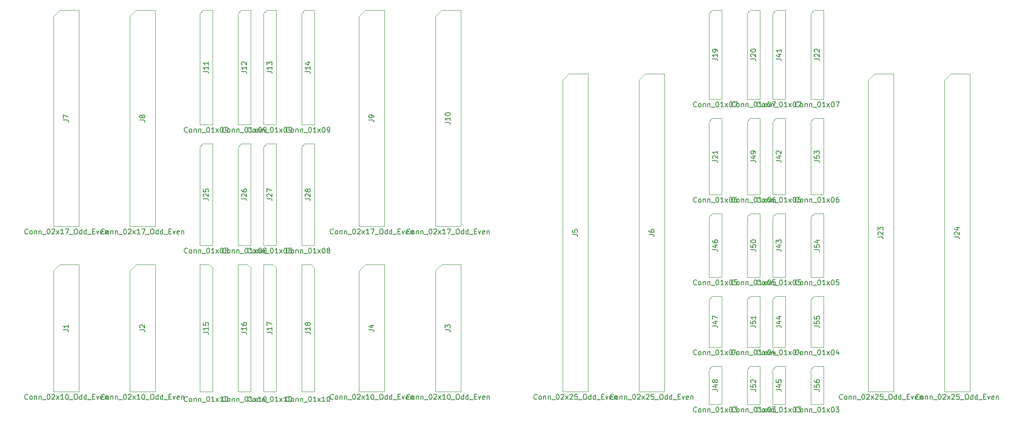
<source format=gbr>
%TF.GenerationSoftware,KiCad,Pcbnew,7.0.9*%
%TF.CreationDate,2024-04-03T05:19:41-05:00*%
%TF.ProjectId,MFM_ST506 Breakout Board,4d464d5f-5354-4353-9036-20427265616b,rev?*%
%TF.SameCoordinates,Original*%
%TF.FileFunction,AssemblyDrawing,Top*%
%FSLAX46Y46*%
G04 Gerber Fmt 4.6, Leading zero omitted, Abs format (unit mm)*
G04 Created by KiCad (PCBNEW 7.0.9) date 2024-04-03 05:19:41*
%MOMM*%
%LPD*%
G01*
G04 APERTURE LIST*
%ADD10C,0.150000*%
%ADD11C,0.100000*%
G04 APERTURE END LIST*
D10*
X52047141Y-137309580D02*
X51999522Y-137357200D01*
X51999522Y-137357200D02*
X51856665Y-137404819D01*
X51856665Y-137404819D02*
X51761427Y-137404819D01*
X51761427Y-137404819D02*
X51618570Y-137357200D01*
X51618570Y-137357200D02*
X51523332Y-137261961D01*
X51523332Y-137261961D02*
X51475713Y-137166723D01*
X51475713Y-137166723D02*
X51428094Y-136976247D01*
X51428094Y-136976247D02*
X51428094Y-136833390D01*
X51428094Y-136833390D02*
X51475713Y-136642914D01*
X51475713Y-136642914D02*
X51523332Y-136547676D01*
X51523332Y-136547676D02*
X51618570Y-136452438D01*
X51618570Y-136452438D02*
X51761427Y-136404819D01*
X51761427Y-136404819D02*
X51856665Y-136404819D01*
X51856665Y-136404819D02*
X51999522Y-136452438D01*
X51999522Y-136452438D02*
X52047141Y-136500057D01*
X52618570Y-137404819D02*
X52523332Y-137357200D01*
X52523332Y-137357200D02*
X52475713Y-137309580D01*
X52475713Y-137309580D02*
X52428094Y-137214342D01*
X52428094Y-137214342D02*
X52428094Y-136928628D01*
X52428094Y-136928628D02*
X52475713Y-136833390D01*
X52475713Y-136833390D02*
X52523332Y-136785771D01*
X52523332Y-136785771D02*
X52618570Y-136738152D01*
X52618570Y-136738152D02*
X52761427Y-136738152D01*
X52761427Y-136738152D02*
X52856665Y-136785771D01*
X52856665Y-136785771D02*
X52904284Y-136833390D01*
X52904284Y-136833390D02*
X52951903Y-136928628D01*
X52951903Y-136928628D02*
X52951903Y-137214342D01*
X52951903Y-137214342D02*
X52904284Y-137309580D01*
X52904284Y-137309580D02*
X52856665Y-137357200D01*
X52856665Y-137357200D02*
X52761427Y-137404819D01*
X52761427Y-137404819D02*
X52618570Y-137404819D01*
X53380475Y-136738152D02*
X53380475Y-137404819D01*
X53380475Y-136833390D02*
X53428094Y-136785771D01*
X53428094Y-136785771D02*
X53523332Y-136738152D01*
X53523332Y-136738152D02*
X53666189Y-136738152D01*
X53666189Y-136738152D02*
X53761427Y-136785771D01*
X53761427Y-136785771D02*
X53809046Y-136881009D01*
X53809046Y-136881009D02*
X53809046Y-137404819D01*
X54285237Y-136738152D02*
X54285237Y-137404819D01*
X54285237Y-136833390D02*
X54332856Y-136785771D01*
X54332856Y-136785771D02*
X54428094Y-136738152D01*
X54428094Y-136738152D02*
X54570951Y-136738152D01*
X54570951Y-136738152D02*
X54666189Y-136785771D01*
X54666189Y-136785771D02*
X54713808Y-136881009D01*
X54713808Y-136881009D02*
X54713808Y-137404819D01*
X54951904Y-137500057D02*
X55713808Y-137500057D01*
X56142380Y-136404819D02*
X56237618Y-136404819D01*
X56237618Y-136404819D02*
X56332856Y-136452438D01*
X56332856Y-136452438D02*
X56380475Y-136500057D01*
X56380475Y-136500057D02*
X56428094Y-136595295D01*
X56428094Y-136595295D02*
X56475713Y-136785771D01*
X56475713Y-136785771D02*
X56475713Y-137023866D01*
X56475713Y-137023866D02*
X56428094Y-137214342D01*
X56428094Y-137214342D02*
X56380475Y-137309580D01*
X56380475Y-137309580D02*
X56332856Y-137357200D01*
X56332856Y-137357200D02*
X56237618Y-137404819D01*
X56237618Y-137404819D02*
X56142380Y-137404819D01*
X56142380Y-137404819D02*
X56047142Y-137357200D01*
X56047142Y-137357200D02*
X55999523Y-137309580D01*
X55999523Y-137309580D02*
X55951904Y-137214342D01*
X55951904Y-137214342D02*
X55904285Y-137023866D01*
X55904285Y-137023866D02*
X55904285Y-136785771D01*
X55904285Y-136785771D02*
X55951904Y-136595295D01*
X55951904Y-136595295D02*
X55999523Y-136500057D01*
X55999523Y-136500057D02*
X56047142Y-136452438D01*
X56047142Y-136452438D02*
X56142380Y-136404819D01*
X56856666Y-136500057D02*
X56904285Y-136452438D01*
X56904285Y-136452438D02*
X56999523Y-136404819D01*
X56999523Y-136404819D02*
X57237618Y-136404819D01*
X57237618Y-136404819D02*
X57332856Y-136452438D01*
X57332856Y-136452438D02*
X57380475Y-136500057D01*
X57380475Y-136500057D02*
X57428094Y-136595295D01*
X57428094Y-136595295D02*
X57428094Y-136690533D01*
X57428094Y-136690533D02*
X57380475Y-136833390D01*
X57380475Y-136833390D02*
X56809047Y-137404819D01*
X56809047Y-137404819D02*
X57428094Y-137404819D01*
X57761428Y-137404819D02*
X58285237Y-136738152D01*
X57761428Y-136738152D02*
X58285237Y-137404819D01*
X59189999Y-137404819D02*
X58618571Y-137404819D01*
X58904285Y-137404819D02*
X58904285Y-136404819D01*
X58904285Y-136404819D02*
X58809047Y-136547676D01*
X58809047Y-136547676D02*
X58713809Y-136642914D01*
X58713809Y-136642914D02*
X58618571Y-136690533D01*
X59809047Y-136404819D02*
X59904285Y-136404819D01*
X59904285Y-136404819D02*
X59999523Y-136452438D01*
X59999523Y-136452438D02*
X60047142Y-136500057D01*
X60047142Y-136500057D02*
X60094761Y-136595295D01*
X60094761Y-136595295D02*
X60142380Y-136785771D01*
X60142380Y-136785771D02*
X60142380Y-137023866D01*
X60142380Y-137023866D02*
X60094761Y-137214342D01*
X60094761Y-137214342D02*
X60047142Y-137309580D01*
X60047142Y-137309580D02*
X59999523Y-137357200D01*
X59999523Y-137357200D02*
X59904285Y-137404819D01*
X59904285Y-137404819D02*
X59809047Y-137404819D01*
X59809047Y-137404819D02*
X59713809Y-137357200D01*
X59713809Y-137357200D02*
X59666190Y-137309580D01*
X59666190Y-137309580D02*
X59618571Y-137214342D01*
X59618571Y-137214342D02*
X59570952Y-137023866D01*
X59570952Y-137023866D02*
X59570952Y-136785771D01*
X59570952Y-136785771D02*
X59618571Y-136595295D01*
X59618571Y-136595295D02*
X59666190Y-136500057D01*
X59666190Y-136500057D02*
X59713809Y-136452438D01*
X59713809Y-136452438D02*
X59809047Y-136404819D01*
X60332857Y-137500057D02*
X61094761Y-137500057D01*
X61523333Y-136404819D02*
X61713809Y-136404819D01*
X61713809Y-136404819D02*
X61809047Y-136452438D01*
X61809047Y-136452438D02*
X61904285Y-136547676D01*
X61904285Y-136547676D02*
X61951904Y-136738152D01*
X61951904Y-136738152D02*
X61951904Y-137071485D01*
X61951904Y-137071485D02*
X61904285Y-137261961D01*
X61904285Y-137261961D02*
X61809047Y-137357200D01*
X61809047Y-137357200D02*
X61713809Y-137404819D01*
X61713809Y-137404819D02*
X61523333Y-137404819D01*
X61523333Y-137404819D02*
X61428095Y-137357200D01*
X61428095Y-137357200D02*
X61332857Y-137261961D01*
X61332857Y-137261961D02*
X61285238Y-137071485D01*
X61285238Y-137071485D02*
X61285238Y-136738152D01*
X61285238Y-136738152D02*
X61332857Y-136547676D01*
X61332857Y-136547676D02*
X61428095Y-136452438D01*
X61428095Y-136452438D02*
X61523333Y-136404819D01*
X62809047Y-137404819D02*
X62809047Y-136404819D01*
X62809047Y-137357200D02*
X62713809Y-137404819D01*
X62713809Y-137404819D02*
X62523333Y-137404819D01*
X62523333Y-137404819D02*
X62428095Y-137357200D01*
X62428095Y-137357200D02*
X62380476Y-137309580D01*
X62380476Y-137309580D02*
X62332857Y-137214342D01*
X62332857Y-137214342D02*
X62332857Y-136928628D01*
X62332857Y-136928628D02*
X62380476Y-136833390D01*
X62380476Y-136833390D02*
X62428095Y-136785771D01*
X62428095Y-136785771D02*
X62523333Y-136738152D01*
X62523333Y-136738152D02*
X62713809Y-136738152D01*
X62713809Y-136738152D02*
X62809047Y-136785771D01*
X63713809Y-137404819D02*
X63713809Y-136404819D01*
X63713809Y-137357200D02*
X63618571Y-137404819D01*
X63618571Y-137404819D02*
X63428095Y-137404819D01*
X63428095Y-137404819D02*
X63332857Y-137357200D01*
X63332857Y-137357200D02*
X63285238Y-137309580D01*
X63285238Y-137309580D02*
X63237619Y-137214342D01*
X63237619Y-137214342D02*
X63237619Y-136928628D01*
X63237619Y-136928628D02*
X63285238Y-136833390D01*
X63285238Y-136833390D02*
X63332857Y-136785771D01*
X63332857Y-136785771D02*
X63428095Y-136738152D01*
X63428095Y-136738152D02*
X63618571Y-136738152D01*
X63618571Y-136738152D02*
X63713809Y-136785771D01*
X63951905Y-137500057D02*
X64713809Y-137500057D01*
X64951905Y-136881009D02*
X65285238Y-136881009D01*
X65428095Y-137404819D02*
X64951905Y-137404819D01*
X64951905Y-137404819D02*
X64951905Y-136404819D01*
X64951905Y-136404819D02*
X65428095Y-136404819D01*
X65761429Y-136738152D02*
X65999524Y-137404819D01*
X65999524Y-137404819D02*
X66237619Y-136738152D01*
X66999524Y-137357200D02*
X66904286Y-137404819D01*
X66904286Y-137404819D02*
X66713810Y-137404819D01*
X66713810Y-137404819D02*
X66618572Y-137357200D01*
X66618572Y-137357200D02*
X66570953Y-137261961D01*
X66570953Y-137261961D02*
X66570953Y-136881009D01*
X66570953Y-136881009D02*
X66618572Y-136785771D01*
X66618572Y-136785771D02*
X66713810Y-136738152D01*
X66713810Y-136738152D02*
X66904286Y-136738152D01*
X66904286Y-136738152D02*
X66999524Y-136785771D01*
X66999524Y-136785771D02*
X67047143Y-136881009D01*
X67047143Y-136881009D02*
X67047143Y-136976247D01*
X67047143Y-136976247D02*
X66570953Y-137071485D01*
X67475715Y-136738152D02*
X67475715Y-137404819D01*
X67475715Y-136833390D02*
X67523334Y-136785771D01*
X67523334Y-136785771D02*
X67618572Y-136738152D01*
X67618572Y-136738152D02*
X67761429Y-136738152D01*
X67761429Y-136738152D02*
X67856667Y-136785771D01*
X67856667Y-136785771D02*
X67904286Y-136881009D01*
X67904286Y-136881009D02*
X67904286Y-137404819D01*
X59144819Y-123523333D02*
X59859104Y-123523333D01*
X59859104Y-123523333D02*
X60001961Y-123570952D01*
X60001961Y-123570952D02*
X60097200Y-123666190D01*
X60097200Y-123666190D02*
X60144819Y-123809047D01*
X60144819Y-123809047D02*
X60144819Y-123904285D01*
X60144819Y-122523333D02*
X60144819Y-123094761D01*
X60144819Y-122809047D02*
X59144819Y-122809047D01*
X59144819Y-122809047D02*
X59287676Y-122904285D01*
X59287676Y-122904285D02*
X59382914Y-122999523D01*
X59382914Y-122999523D02*
X59430533Y-123094761D01*
X67287141Y-137309580D02*
X67239522Y-137357200D01*
X67239522Y-137357200D02*
X67096665Y-137404819D01*
X67096665Y-137404819D02*
X67001427Y-137404819D01*
X67001427Y-137404819D02*
X66858570Y-137357200D01*
X66858570Y-137357200D02*
X66763332Y-137261961D01*
X66763332Y-137261961D02*
X66715713Y-137166723D01*
X66715713Y-137166723D02*
X66668094Y-136976247D01*
X66668094Y-136976247D02*
X66668094Y-136833390D01*
X66668094Y-136833390D02*
X66715713Y-136642914D01*
X66715713Y-136642914D02*
X66763332Y-136547676D01*
X66763332Y-136547676D02*
X66858570Y-136452438D01*
X66858570Y-136452438D02*
X67001427Y-136404819D01*
X67001427Y-136404819D02*
X67096665Y-136404819D01*
X67096665Y-136404819D02*
X67239522Y-136452438D01*
X67239522Y-136452438D02*
X67287141Y-136500057D01*
X67858570Y-137404819D02*
X67763332Y-137357200D01*
X67763332Y-137357200D02*
X67715713Y-137309580D01*
X67715713Y-137309580D02*
X67668094Y-137214342D01*
X67668094Y-137214342D02*
X67668094Y-136928628D01*
X67668094Y-136928628D02*
X67715713Y-136833390D01*
X67715713Y-136833390D02*
X67763332Y-136785771D01*
X67763332Y-136785771D02*
X67858570Y-136738152D01*
X67858570Y-136738152D02*
X68001427Y-136738152D01*
X68001427Y-136738152D02*
X68096665Y-136785771D01*
X68096665Y-136785771D02*
X68144284Y-136833390D01*
X68144284Y-136833390D02*
X68191903Y-136928628D01*
X68191903Y-136928628D02*
X68191903Y-137214342D01*
X68191903Y-137214342D02*
X68144284Y-137309580D01*
X68144284Y-137309580D02*
X68096665Y-137357200D01*
X68096665Y-137357200D02*
X68001427Y-137404819D01*
X68001427Y-137404819D02*
X67858570Y-137404819D01*
X68620475Y-136738152D02*
X68620475Y-137404819D01*
X68620475Y-136833390D02*
X68668094Y-136785771D01*
X68668094Y-136785771D02*
X68763332Y-136738152D01*
X68763332Y-136738152D02*
X68906189Y-136738152D01*
X68906189Y-136738152D02*
X69001427Y-136785771D01*
X69001427Y-136785771D02*
X69049046Y-136881009D01*
X69049046Y-136881009D02*
X69049046Y-137404819D01*
X69525237Y-136738152D02*
X69525237Y-137404819D01*
X69525237Y-136833390D02*
X69572856Y-136785771D01*
X69572856Y-136785771D02*
X69668094Y-136738152D01*
X69668094Y-136738152D02*
X69810951Y-136738152D01*
X69810951Y-136738152D02*
X69906189Y-136785771D01*
X69906189Y-136785771D02*
X69953808Y-136881009D01*
X69953808Y-136881009D02*
X69953808Y-137404819D01*
X70191904Y-137500057D02*
X70953808Y-137500057D01*
X71382380Y-136404819D02*
X71477618Y-136404819D01*
X71477618Y-136404819D02*
X71572856Y-136452438D01*
X71572856Y-136452438D02*
X71620475Y-136500057D01*
X71620475Y-136500057D02*
X71668094Y-136595295D01*
X71668094Y-136595295D02*
X71715713Y-136785771D01*
X71715713Y-136785771D02*
X71715713Y-137023866D01*
X71715713Y-137023866D02*
X71668094Y-137214342D01*
X71668094Y-137214342D02*
X71620475Y-137309580D01*
X71620475Y-137309580D02*
X71572856Y-137357200D01*
X71572856Y-137357200D02*
X71477618Y-137404819D01*
X71477618Y-137404819D02*
X71382380Y-137404819D01*
X71382380Y-137404819D02*
X71287142Y-137357200D01*
X71287142Y-137357200D02*
X71239523Y-137309580D01*
X71239523Y-137309580D02*
X71191904Y-137214342D01*
X71191904Y-137214342D02*
X71144285Y-137023866D01*
X71144285Y-137023866D02*
X71144285Y-136785771D01*
X71144285Y-136785771D02*
X71191904Y-136595295D01*
X71191904Y-136595295D02*
X71239523Y-136500057D01*
X71239523Y-136500057D02*
X71287142Y-136452438D01*
X71287142Y-136452438D02*
X71382380Y-136404819D01*
X72096666Y-136500057D02*
X72144285Y-136452438D01*
X72144285Y-136452438D02*
X72239523Y-136404819D01*
X72239523Y-136404819D02*
X72477618Y-136404819D01*
X72477618Y-136404819D02*
X72572856Y-136452438D01*
X72572856Y-136452438D02*
X72620475Y-136500057D01*
X72620475Y-136500057D02*
X72668094Y-136595295D01*
X72668094Y-136595295D02*
X72668094Y-136690533D01*
X72668094Y-136690533D02*
X72620475Y-136833390D01*
X72620475Y-136833390D02*
X72049047Y-137404819D01*
X72049047Y-137404819D02*
X72668094Y-137404819D01*
X73001428Y-137404819D02*
X73525237Y-136738152D01*
X73001428Y-136738152D02*
X73525237Y-137404819D01*
X74429999Y-137404819D02*
X73858571Y-137404819D01*
X74144285Y-137404819D02*
X74144285Y-136404819D01*
X74144285Y-136404819D02*
X74049047Y-136547676D01*
X74049047Y-136547676D02*
X73953809Y-136642914D01*
X73953809Y-136642914D02*
X73858571Y-136690533D01*
X75049047Y-136404819D02*
X75144285Y-136404819D01*
X75144285Y-136404819D02*
X75239523Y-136452438D01*
X75239523Y-136452438D02*
X75287142Y-136500057D01*
X75287142Y-136500057D02*
X75334761Y-136595295D01*
X75334761Y-136595295D02*
X75382380Y-136785771D01*
X75382380Y-136785771D02*
X75382380Y-137023866D01*
X75382380Y-137023866D02*
X75334761Y-137214342D01*
X75334761Y-137214342D02*
X75287142Y-137309580D01*
X75287142Y-137309580D02*
X75239523Y-137357200D01*
X75239523Y-137357200D02*
X75144285Y-137404819D01*
X75144285Y-137404819D02*
X75049047Y-137404819D01*
X75049047Y-137404819D02*
X74953809Y-137357200D01*
X74953809Y-137357200D02*
X74906190Y-137309580D01*
X74906190Y-137309580D02*
X74858571Y-137214342D01*
X74858571Y-137214342D02*
X74810952Y-137023866D01*
X74810952Y-137023866D02*
X74810952Y-136785771D01*
X74810952Y-136785771D02*
X74858571Y-136595295D01*
X74858571Y-136595295D02*
X74906190Y-136500057D01*
X74906190Y-136500057D02*
X74953809Y-136452438D01*
X74953809Y-136452438D02*
X75049047Y-136404819D01*
X75572857Y-137500057D02*
X76334761Y-137500057D01*
X76763333Y-136404819D02*
X76953809Y-136404819D01*
X76953809Y-136404819D02*
X77049047Y-136452438D01*
X77049047Y-136452438D02*
X77144285Y-136547676D01*
X77144285Y-136547676D02*
X77191904Y-136738152D01*
X77191904Y-136738152D02*
X77191904Y-137071485D01*
X77191904Y-137071485D02*
X77144285Y-137261961D01*
X77144285Y-137261961D02*
X77049047Y-137357200D01*
X77049047Y-137357200D02*
X76953809Y-137404819D01*
X76953809Y-137404819D02*
X76763333Y-137404819D01*
X76763333Y-137404819D02*
X76668095Y-137357200D01*
X76668095Y-137357200D02*
X76572857Y-137261961D01*
X76572857Y-137261961D02*
X76525238Y-137071485D01*
X76525238Y-137071485D02*
X76525238Y-136738152D01*
X76525238Y-136738152D02*
X76572857Y-136547676D01*
X76572857Y-136547676D02*
X76668095Y-136452438D01*
X76668095Y-136452438D02*
X76763333Y-136404819D01*
X78049047Y-137404819D02*
X78049047Y-136404819D01*
X78049047Y-137357200D02*
X77953809Y-137404819D01*
X77953809Y-137404819D02*
X77763333Y-137404819D01*
X77763333Y-137404819D02*
X77668095Y-137357200D01*
X77668095Y-137357200D02*
X77620476Y-137309580D01*
X77620476Y-137309580D02*
X77572857Y-137214342D01*
X77572857Y-137214342D02*
X77572857Y-136928628D01*
X77572857Y-136928628D02*
X77620476Y-136833390D01*
X77620476Y-136833390D02*
X77668095Y-136785771D01*
X77668095Y-136785771D02*
X77763333Y-136738152D01*
X77763333Y-136738152D02*
X77953809Y-136738152D01*
X77953809Y-136738152D02*
X78049047Y-136785771D01*
X78953809Y-137404819D02*
X78953809Y-136404819D01*
X78953809Y-137357200D02*
X78858571Y-137404819D01*
X78858571Y-137404819D02*
X78668095Y-137404819D01*
X78668095Y-137404819D02*
X78572857Y-137357200D01*
X78572857Y-137357200D02*
X78525238Y-137309580D01*
X78525238Y-137309580D02*
X78477619Y-137214342D01*
X78477619Y-137214342D02*
X78477619Y-136928628D01*
X78477619Y-136928628D02*
X78525238Y-136833390D01*
X78525238Y-136833390D02*
X78572857Y-136785771D01*
X78572857Y-136785771D02*
X78668095Y-136738152D01*
X78668095Y-136738152D02*
X78858571Y-136738152D01*
X78858571Y-136738152D02*
X78953809Y-136785771D01*
X79191905Y-137500057D02*
X79953809Y-137500057D01*
X80191905Y-136881009D02*
X80525238Y-136881009D01*
X80668095Y-137404819D02*
X80191905Y-137404819D01*
X80191905Y-137404819D02*
X80191905Y-136404819D01*
X80191905Y-136404819D02*
X80668095Y-136404819D01*
X81001429Y-136738152D02*
X81239524Y-137404819D01*
X81239524Y-137404819D02*
X81477619Y-136738152D01*
X82239524Y-137357200D02*
X82144286Y-137404819D01*
X82144286Y-137404819D02*
X81953810Y-137404819D01*
X81953810Y-137404819D02*
X81858572Y-137357200D01*
X81858572Y-137357200D02*
X81810953Y-137261961D01*
X81810953Y-137261961D02*
X81810953Y-136881009D01*
X81810953Y-136881009D02*
X81858572Y-136785771D01*
X81858572Y-136785771D02*
X81953810Y-136738152D01*
X81953810Y-136738152D02*
X82144286Y-136738152D01*
X82144286Y-136738152D02*
X82239524Y-136785771D01*
X82239524Y-136785771D02*
X82287143Y-136881009D01*
X82287143Y-136881009D02*
X82287143Y-136976247D01*
X82287143Y-136976247D02*
X81810953Y-137071485D01*
X82715715Y-136738152D02*
X82715715Y-137404819D01*
X82715715Y-136833390D02*
X82763334Y-136785771D01*
X82763334Y-136785771D02*
X82858572Y-136738152D01*
X82858572Y-136738152D02*
X83001429Y-136738152D01*
X83001429Y-136738152D02*
X83096667Y-136785771D01*
X83096667Y-136785771D02*
X83144286Y-136881009D01*
X83144286Y-136881009D02*
X83144286Y-137404819D01*
X74384819Y-123523333D02*
X75099104Y-123523333D01*
X75099104Y-123523333D02*
X75241961Y-123570952D01*
X75241961Y-123570952D02*
X75337200Y-123666190D01*
X75337200Y-123666190D02*
X75384819Y-123809047D01*
X75384819Y-123809047D02*
X75384819Y-123904285D01*
X74480057Y-123094761D02*
X74432438Y-123047142D01*
X74432438Y-123047142D02*
X74384819Y-122951904D01*
X74384819Y-122951904D02*
X74384819Y-122713809D01*
X74384819Y-122713809D02*
X74432438Y-122618571D01*
X74432438Y-122618571D02*
X74480057Y-122570952D01*
X74480057Y-122570952D02*
X74575295Y-122523333D01*
X74575295Y-122523333D02*
X74670533Y-122523333D01*
X74670533Y-122523333D02*
X74813390Y-122570952D01*
X74813390Y-122570952D02*
X75384819Y-123142380D01*
X75384819Y-123142380D02*
X75384819Y-122523333D01*
X113007141Y-137309580D02*
X112959522Y-137357200D01*
X112959522Y-137357200D02*
X112816665Y-137404819D01*
X112816665Y-137404819D02*
X112721427Y-137404819D01*
X112721427Y-137404819D02*
X112578570Y-137357200D01*
X112578570Y-137357200D02*
X112483332Y-137261961D01*
X112483332Y-137261961D02*
X112435713Y-137166723D01*
X112435713Y-137166723D02*
X112388094Y-136976247D01*
X112388094Y-136976247D02*
X112388094Y-136833390D01*
X112388094Y-136833390D02*
X112435713Y-136642914D01*
X112435713Y-136642914D02*
X112483332Y-136547676D01*
X112483332Y-136547676D02*
X112578570Y-136452438D01*
X112578570Y-136452438D02*
X112721427Y-136404819D01*
X112721427Y-136404819D02*
X112816665Y-136404819D01*
X112816665Y-136404819D02*
X112959522Y-136452438D01*
X112959522Y-136452438D02*
X113007141Y-136500057D01*
X113578570Y-137404819D02*
X113483332Y-137357200D01*
X113483332Y-137357200D02*
X113435713Y-137309580D01*
X113435713Y-137309580D02*
X113388094Y-137214342D01*
X113388094Y-137214342D02*
X113388094Y-136928628D01*
X113388094Y-136928628D02*
X113435713Y-136833390D01*
X113435713Y-136833390D02*
X113483332Y-136785771D01*
X113483332Y-136785771D02*
X113578570Y-136738152D01*
X113578570Y-136738152D02*
X113721427Y-136738152D01*
X113721427Y-136738152D02*
X113816665Y-136785771D01*
X113816665Y-136785771D02*
X113864284Y-136833390D01*
X113864284Y-136833390D02*
X113911903Y-136928628D01*
X113911903Y-136928628D02*
X113911903Y-137214342D01*
X113911903Y-137214342D02*
X113864284Y-137309580D01*
X113864284Y-137309580D02*
X113816665Y-137357200D01*
X113816665Y-137357200D02*
X113721427Y-137404819D01*
X113721427Y-137404819D02*
X113578570Y-137404819D01*
X114340475Y-136738152D02*
X114340475Y-137404819D01*
X114340475Y-136833390D02*
X114388094Y-136785771D01*
X114388094Y-136785771D02*
X114483332Y-136738152D01*
X114483332Y-136738152D02*
X114626189Y-136738152D01*
X114626189Y-136738152D02*
X114721427Y-136785771D01*
X114721427Y-136785771D02*
X114769046Y-136881009D01*
X114769046Y-136881009D02*
X114769046Y-137404819D01*
X115245237Y-136738152D02*
X115245237Y-137404819D01*
X115245237Y-136833390D02*
X115292856Y-136785771D01*
X115292856Y-136785771D02*
X115388094Y-136738152D01*
X115388094Y-136738152D02*
X115530951Y-136738152D01*
X115530951Y-136738152D02*
X115626189Y-136785771D01*
X115626189Y-136785771D02*
X115673808Y-136881009D01*
X115673808Y-136881009D02*
X115673808Y-137404819D01*
X115911904Y-137500057D02*
X116673808Y-137500057D01*
X117102380Y-136404819D02*
X117197618Y-136404819D01*
X117197618Y-136404819D02*
X117292856Y-136452438D01*
X117292856Y-136452438D02*
X117340475Y-136500057D01*
X117340475Y-136500057D02*
X117388094Y-136595295D01*
X117388094Y-136595295D02*
X117435713Y-136785771D01*
X117435713Y-136785771D02*
X117435713Y-137023866D01*
X117435713Y-137023866D02*
X117388094Y-137214342D01*
X117388094Y-137214342D02*
X117340475Y-137309580D01*
X117340475Y-137309580D02*
X117292856Y-137357200D01*
X117292856Y-137357200D02*
X117197618Y-137404819D01*
X117197618Y-137404819D02*
X117102380Y-137404819D01*
X117102380Y-137404819D02*
X117007142Y-137357200D01*
X117007142Y-137357200D02*
X116959523Y-137309580D01*
X116959523Y-137309580D02*
X116911904Y-137214342D01*
X116911904Y-137214342D02*
X116864285Y-137023866D01*
X116864285Y-137023866D02*
X116864285Y-136785771D01*
X116864285Y-136785771D02*
X116911904Y-136595295D01*
X116911904Y-136595295D02*
X116959523Y-136500057D01*
X116959523Y-136500057D02*
X117007142Y-136452438D01*
X117007142Y-136452438D02*
X117102380Y-136404819D01*
X117816666Y-136500057D02*
X117864285Y-136452438D01*
X117864285Y-136452438D02*
X117959523Y-136404819D01*
X117959523Y-136404819D02*
X118197618Y-136404819D01*
X118197618Y-136404819D02*
X118292856Y-136452438D01*
X118292856Y-136452438D02*
X118340475Y-136500057D01*
X118340475Y-136500057D02*
X118388094Y-136595295D01*
X118388094Y-136595295D02*
X118388094Y-136690533D01*
X118388094Y-136690533D02*
X118340475Y-136833390D01*
X118340475Y-136833390D02*
X117769047Y-137404819D01*
X117769047Y-137404819D02*
X118388094Y-137404819D01*
X118721428Y-137404819D02*
X119245237Y-136738152D01*
X118721428Y-136738152D02*
X119245237Y-137404819D01*
X120149999Y-137404819D02*
X119578571Y-137404819D01*
X119864285Y-137404819D02*
X119864285Y-136404819D01*
X119864285Y-136404819D02*
X119769047Y-136547676D01*
X119769047Y-136547676D02*
X119673809Y-136642914D01*
X119673809Y-136642914D02*
X119578571Y-136690533D01*
X120769047Y-136404819D02*
X120864285Y-136404819D01*
X120864285Y-136404819D02*
X120959523Y-136452438D01*
X120959523Y-136452438D02*
X121007142Y-136500057D01*
X121007142Y-136500057D02*
X121054761Y-136595295D01*
X121054761Y-136595295D02*
X121102380Y-136785771D01*
X121102380Y-136785771D02*
X121102380Y-137023866D01*
X121102380Y-137023866D02*
X121054761Y-137214342D01*
X121054761Y-137214342D02*
X121007142Y-137309580D01*
X121007142Y-137309580D02*
X120959523Y-137357200D01*
X120959523Y-137357200D02*
X120864285Y-137404819D01*
X120864285Y-137404819D02*
X120769047Y-137404819D01*
X120769047Y-137404819D02*
X120673809Y-137357200D01*
X120673809Y-137357200D02*
X120626190Y-137309580D01*
X120626190Y-137309580D02*
X120578571Y-137214342D01*
X120578571Y-137214342D02*
X120530952Y-137023866D01*
X120530952Y-137023866D02*
X120530952Y-136785771D01*
X120530952Y-136785771D02*
X120578571Y-136595295D01*
X120578571Y-136595295D02*
X120626190Y-136500057D01*
X120626190Y-136500057D02*
X120673809Y-136452438D01*
X120673809Y-136452438D02*
X120769047Y-136404819D01*
X121292857Y-137500057D02*
X122054761Y-137500057D01*
X122483333Y-136404819D02*
X122673809Y-136404819D01*
X122673809Y-136404819D02*
X122769047Y-136452438D01*
X122769047Y-136452438D02*
X122864285Y-136547676D01*
X122864285Y-136547676D02*
X122911904Y-136738152D01*
X122911904Y-136738152D02*
X122911904Y-137071485D01*
X122911904Y-137071485D02*
X122864285Y-137261961D01*
X122864285Y-137261961D02*
X122769047Y-137357200D01*
X122769047Y-137357200D02*
X122673809Y-137404819D01*
X122673809Y-137404819D02*
X122483333Y-137404819D01*
X122483333Y-137404819D02*
X122388095Y-137357200D01*
X122388095Y-137357200D02*
X122292857Y-137261961D01*
X122292857Y-137261961D02*
X122245238Y-137071485D01*
X122245238Y-137071485D02*
X122245238Y-136738152D01*
X122245238Y-136738152D02*
X122292857Y-136547676D01*
X122292857Y-136547676D02*
X122388095Y-136452438D01*
X122388095Y-136452438D02*
X122483333Y-136404819D01*
X123769047Y-137404819D02*
X123769047Y-136404819D01*
X123769047Y-137357200D02*
X123673809Y-137404819D01*
X123673809Y-137404819D02*
X123483333Y-137404819D01*
X123483333Y-137404819D02*
X123388095Y-137357200D01*
X123388095Y-137357200D02*
X123340476Y-137309580D01*
X123340476Y-137309580D02*
X123292857Y-137214342D01*
X123292857Y-137214342D02*
X123292857Y-136928628D01*
X123292857Y-136928628D02*
X123340476Y-136833390D01*
X123340476Y-136833390D02*
X123388095Y-136785771D01*
X123388095Y-136785771D02*
X123483333Y-136738152D01*
X123483333Y-136738152D02*
X123673809Y-136738152D01*
X123673809Y-136738152D02*
X123769047Y-136785771D01*
X124673809Y-137404819D02*
X124673809Y-136404819D01*
X124673809Y-137357200D02*
X124578571Y-137404819D01*
X124578571Y-137404819D02*
X124388095Y-137404819D01*
X124388095Y-137404819D02*
X124292857Y-137357200D01*
X124292857Y-137357200D02*
X124245238Y-137309580D01*
X124245238Y-137309580D02*
X124197619Y-137214342D01*
X124197619Y-137214342D02*
X124197619Y-136928628D01*
X124197619Y-136928628D02*
X124245238Y-136833390D01*
X124245238Y-136833390D02*
X124292857Y-136785771D01*
X124292857Y-136785771D02*
X124388095Y-136738152D01*
X124388095Y-136738152D02*
X124578571Y-136738152D01*
X124578571Y-136738152D02*
X124673809Y-136785771D01*
X124911905Y-137500057D02*
X125673809Y-137500057D01*
X125911905Y-136881009D02*
X126245238Y-136881009D01*
X126388095Y-137404819D02*
X125911905Y-137404819D01*
X125911905Y-137404819D02*
X125911905Y-136404819D01*
X125911905Y-136404819D02*
X126388095Y-136404819D01*
X126721429Y-136738152D02*
X126959524Y-137404819D01*
X126959524Y-137404819D02*
X127197619Y-136738152D01*
X127959524Y-137357200D02*
X127864286Y-137404819D01*
X127864286Y-137404819D02*
X127673810Y-137404819D01*
X127673810Y-137404819D02*
X127578572Y-137357200D01*
X127578572Y-137357200D02*
X127530953Y-137261961D01*
X127530953Y-137261961D02*
X127530953Y-136881009D01*
X127530953Y-136881009D02*
X127578572Y-136785771D01*
X127578572Y-136785771D02*
X127673810Y-136738152D01*
X127673810Y-136738152D02*
X127864286Y-136738152D01*
X127864286Y-136738152D02*
X127959524Y-136785771D01*
X127959524Y-136785771D02*
X128007143Y-136881009D01*
X128007143Y-136881009D02*
X128007143Y-136976247D01*
X128007143Y-136976247D02*
X127530953Y-137071485D01*
X128435715Y-136738152D02*
X128435715Y-137404819D01*
X128435715Y-136833390D02*
X128483334Y-136785771D01*
X128483334Y-136785771D02*
X128578572Y-136738152D01*
X128578572Y-136738152D02*
X128721429Y-136738152D01*
X128721429Y-136738152D02*
X128816667Y-136785771D01*
X128816667Y-136785771D02*
X128864286Y-136881009D01*
X128864286Y-136881009D02*
X128864286Y-137404819D01*
X120104819Y-123523333D02*
X120819104Y-123523333D01*
X120819104Y-123523333D02*
X120961961Y-123570952D01*
X120961961Y-123570952D02*
X121057200Y-123666190D01*
X121057200Y-123666190D02*
X121104819Y-123809047D01*
X121104819Y-123809047D02*
X121104819Y-123904285D01*
X120438152Y-122618571D02*
X121104819Y-122618571D01*
X120057200Y-122856666D02*
X120771485Y-123094761D01*
X120771485Y-123094761D02*
X120771485Y-122475714D01*
X128247141Y-137309580D02*
X128199522Y-137357200D01*
X128199522Y-137357200D02*
X128056665Y-137404819D01*
X128056665Y-137404819D02*
X127961427Y-137404819D01*
X127961427Y-137404819D02*
X127818570Y-137357200D01*
X127818570Y-137357200D02*
X127723332Y-137261961D01*
X127723332Y-137261961D02*
X127675713Y-137166723D01*
X127675713Y-137166723D02*
X127628094Y-136976247D01*
X127628094Y-136976247D02*
X127628094Y-136833390D01*
X127628094Y-136833390D02*
X127675713Y-136642914D01*
X127675713Y-136642914D02*
X127723332Y-136547676D01*
X127723332Y-136547676D02*
X127818570Y-136452438D01*
X127818570Y-136452438D02*
X127961427Y-136404819D01*
X127961427Y-136404819D02*
X128056665Y-136404819D01*
X128056665Y-136404819D02*
X128199522Y-136452438D01*
X128199522Y-136452438D02*
X128247141Y-136500057D01*
X128818570Y-137404819D02*
X128723332Y-137357200D01*
X128723332Y-137357200D02*
X128675713Y-137309580D01*
X128675713Y-137309580D02*
X128628094Y-137214342D01*
X128628094Y-137214342D02*
X128628094Y-136928628D01*
X128628094Y-136928628D02*
X128675713Y-136833390D01*
X128675713Y-136833390D02*
X128723332Y-136785771D01*
X128723332Y-136785771D02*
X128818570Y-136738152D01*
X128818570Y-136738152D02*
X128961427Y-136738152D01*
X128961427Y-136738152D02*
X129056665Y-136785771D01*
X129056665Y-136785771D02*
X129104284Y-136833390D01*
X129104284Y-136833390D02*
X129151903Y-136928628D01*
X129151903Y-136928628D02*
X129151903Y-137214342D01*
X129151903Y-137214342D02*
X129104284Y-137309580D01*
X129104284Y-137309580D02*
X129056665Y-137357200D01*
X129056665Y-137357200D02*
X128961427Y-137404819D01*
X128961427Y-137404819D02*
X128818570Y-137404819D01*
X129580475Y-136738152D02*
X129580475Y-137404819D01*
X129580475Y-136833390D02*
X129628094Y-136785771D01*
X129628094Y-136785771D02*
X129723332Y-136738152D01*
X129723332Y-136738152D02*
X129866189Y-136738152D01*
X129866189Y-136738152D02*
X129961427Y-136785771D01*
X129961427Y-136785771D02*
X130009046Y-136881009D01*
X130009046Y-136881009D02*
X130009046Y-137404819D01*
X130485237Y-136738152D02*
X130485237Y-137404819D01*
X130485237Y-136833390D02*
X130532856Y-136785771D01*
X130532856Y-136785771D02*
X130628094Y-136738152D01*
X130628094Y-136738152D02*
X130770951Y-136738152D01*
X130770951Y-136738152D02*
X130866189Y-136785771D01*
X130866189Y-136785771D02*
X130913808Y-136881009D01*
X130913808Y-136881009D02*
X130913808Y-137404819D01*
X131151904Y-137500057D02*
X131913808Y-137500057D01*
X132342380Y-136404819D02*
X132437618Y-136404819D01*
X132437618Y-136404819D02*
X132532856Y-136452438D01*
X132532856Y-136452438D02*
X132580475Y-136500057D01*
X132580475Y-136500057D02*
X132628094Y-136595295D01*
X132628094Y-136595295D02*
X132675713Y-136785771D01*
X132675713Y-136785771D02*
X132675713Y-137023866D01*
X132675713Y-137023866D02*
X132628094Y-137214342D01*
X132628094Y-137214342D02*
X132580475Y-137309580D01*
X132580475Y-137309580D02*
X132532856Y-137357200D01*
X132532856Y-137357200D02*
X132437618Y-137404819D01*
X132437618Y-137404819D02*
X132342380Y-137404819D01*
X132342380Y-137404819D02*
X132247142Y-137357200D01*
X132247142Y-137357200D02*
X132199523Y-137309580D01*
X132199523Y-137309580D02*
X132151904Y-137214342D01*
X132151904Y-137214342D02*
X132104285Y-137023866D01*
X132104285Y-137023866D02*
X132104285Y-136785771D01*
X132104285Y-136785771D02*
X132151904Y-136595295D01*
X132151904Y-136595295D02*
X132199523Y-136500057D01*
X132199523Y-136500057D02*
X132247142Y-136452438D01*
X132247142Y-136452438D02*
X132342380Y-136404819D01*
X133056666Y-136500057D02*
X133104285Y-136452438D01*
X133104285Y-136452438D02*
X133199523Y-136404819D01*
X133199523Y-136404819D02*
X133437618Y-136404819D01*
X133437618Y-136404819D02*
X133532856Y-136452438D01*
X133532856Y-136452438D02*
X133580475Y-136500057D01*
X133580475Y-136500057D02*
X133628094Y-136595295D01*
X133628094Y-136595295D02*
X133628094Y-136690533D01*
X133628094Y-136690533D02*
X133580475Y-136833390D01*
X133580475Y-136833390D02*
X133009047Y-137404819D01*
X133009047Y-137404819D02*
X133628094Y-137404819D01*
X133961428Y-137404819D02*
X134485237Y-136738152D01*
X133961428Y-136738152D02*
X134485237Y-137404819D01*
X135389999Y-137404819D02*
X134818571Y-137404819D01*
X135104285Y-137404819D02*
X135104285Y-136404819D01*
X135104285Y-136404819D02*
X135009047Y-136547676D01*
X135009047Y-136547676D02*
X134913809Y-136642914D01*
X134913809Y-136642914D02*
X134818571Y-136690533D01*
X136009047Y-136404819D02*
X136104285Y-136404819D01*
X136104285Y-136404819D02*
X136199523Y-136452438D01*
X136199523Y-136452438D02*
X136247142Y-136500057D01*
X136247142Y-136500057D02*
X136294761Y-136595295D01*
X136294761Y-136595295D02*
X136342380Y-136785771D01*
X136342380Y-136785771D02*
X136342380Y-137023866D01*
X136342380Y-137023866D02*
X136294761Y-137214342D01*
X136294761Y-137214342D02*
X136247142Y-137309580D01*
X136247142Y-137309580D02*
X136199523Y-137357200D01*
X136199523Y-137357200D02*
X136104285Y-137404819D01*
X136104285Y-137404819D02*
X136009047Y-137404819D01*
X136009047Y-137404819D02*
X135913809Y-137357200D01*
X135913809Y-137357200D02*
X135866190Y-137309580D01*
X135866190Y-137309580D02*
X135818571Y-137214342D01*
X135818571Y-137214342D02*
X135770952Y-137023866D01*
X135770952Y-137023866D02*
X135770952Y-136785771D01*
X135770952Y-136785771D02*
X135818571Y-136595295D01*
X135818571Y-136595295D02*
X135866190Y-136500057D01*
X135866190Y-136500057D02*
X135913809Y-136452438D01*
X135913809Y-136452438D02*
X136009047Y-136404819D01*
X136532857Y-137500057D02*
X137294761Y-137500057D01*
X137723333Y-136404819D02*
X137913809Y-136404819D01*
X137913809Y-136404819D02*
X138009047Y-136452438D01*
X138009047Y-136452438D02*
X138104285Y-136547676D01*
X138104285Y-136547676D02*
X138151904Y-136738152D01*
X138151904Y-136738152D02*
X138151904Y-137071485D01*
X138151904Y-137071485D02*
X138104285Y-137261961D01*
X138104285Y-137261961D02*
X138009047Y-137357200D01*
X138009047Y-137357200D02*
X137913809Y-137404819D01*
X137913809Y-137404819D02*
X137723333Y-137404819D01*
X137723333Y-137404819D02*
X137628095Y-137357200D01*
X137628095Y-137357200D02*
X137532857Y-137261961D01*
X137532857Y-137261961D02*
X137485238Y-137071485D01*
X137485238Y-137071485D02*
X137485238Y-136738152D01*
X137485238Y-136738152D02*
X137532857Y-136547676D01*
X137532857Y-136547676D02*
X137628095Y-136452438D01*
X137628095Y-136452438D02*
X137723333Y-136404819D01*
X139009047Y-137404819D02*
X139009047Y-136404819D01*
X139009047Y-137357200D02*
X138913809Y-137404819D01*
X138913809Y-137404819D02*
X138723333Y-137404819D01*
X138723333Y-137404819D02*
X138628095Y-137357200D01*
X138628095Y-137357200D02*
X138580476Y-137309580D01*
X138580476Y-137309580D02*
X138532857Y-137214342D01*
X138532857Y-137214342D02*
X138532857Y-136928628D01*
X138532857Y-136928628D02*
X138580476Y-136833390D01*
X138580476Y-136833390D02*
X138628095Y-136785771D01*
X138628095Y-136785771D02*
X138723333Y-136738152D01*
X138723333Y-136738152D02*
X138913809Y-136738152D01*
X138913809Y-136738152D02*
X139009047Y-136785771D01*
X139913809Y-137404819D02*
X139913809Y-136404819D01*
X139913809Y-137357200D02*
X139818571Y-137404819D01*
X139818571Y-137404819D02*
X139628095Y-137404819D01*
X139628095Y-137404819D02*
X139532857Y-137357200D01*
X139532857Y-137357200D02*
X139485238Y-137309580D01*
X139485238Y-137309580D02*
X139437619Y-137214342D01*
X139437619Y-137214342D02*
X139437619Y-136928628D01*
X139437619Y-136928628D02*
X139485238Y-136833390D01*
X139485238Y-136833390D02*
X139532857Y-136785771D01*
X139532857Y-136785771D02*
X139628095Y-136738152D01*
X139628095Y-136738152D02*
X139818571Y-136738152D01*
X139818571Y-136738152D02*
X139913809Y-136785771D01*
X140151905Y-137500057D02*
X140913809Y-137500057D01*
X141151905Y-136881009D02*
X141485238Y-136881009D01*
X141628095Y-137404819D02*
X141151905Y-137404819D01*
X141151905Y-137404819D02*
X141151905Y-136404819D01*
X141151905Y-136404819D02*
X141628095Y-136404819D01*
X141961429Y-136738152D02*
X142199524Y-137404819D01*
X142199524Y-137404819D02*
X142437619Y-136738152D01*
X143199524Y-137357200D02*
X143104286Y-137404819D01*
X143104286Y-137404819D02*
X142913810Y-137404819D01*
X142913810Y-137404819D02*
X142818572Y-137357200D01*
X142818572Y-137357200D02*
X142770953Y-137261961D01*
X142770953Y-137261961D02*
X142770953Y-136881009D01*
X142770953Y-136881009D02*
X142818572Y-136785771D01*
X142818572Y-136785771D02*
X142913810Y-136738152D01*
X142913810Y-136738152D02*
X143104286Y-136738152D01*
X143104286Y-136738152D02*
X143199524Y-136785771D01*
X143199524Y-136785771D02*
X143247143Y-136881009D01*
X143247143Y-136881009D02*
X143247143Y-136976247D01*
X143247143Y-136976247D02*
X142770953Y-137071485D01*
X143675715Y-136738152D02*
X143675715Y-137404819D01*
X143675715Y-136833390D02*
X143723334Y-136785771D01*
X143723334Y-136785771D02*
X143818572Y-136738152D01*
X143818572Y-136738152D02*
X143961429Y-136738152D01*
X143961429Y-136738152D02*
X144056667Y-136785771D01*
X144056667Y-136785771D02*
X144104286Y-136881009D01*
X144104286Y-136881009D02*
X144104286Y-137404819D01*
X135344819Y-123523333D02*
X136059104Y-123523333D01*
X136059104Y-123523333D02*
X136201961Y-123570952D01*
X136201961Y-123570952D02*
X136297200Y-123666190D01*
X136297200Y-123666190D02*
X136344819Y-123809047D01*
X136344819Y-123809047D02*
X136344819Y-123904285D01*
X135344819Y-123142380D02*
X135344819Y-122523333D01*
X135344819Y-122523333D02*
X135725771Y-122856666D01*
X135725771Y-122856666D02*
X135725771Y-122713809D01*
X135725771Y-122713809D02*
X135773390Y-122618571D01*
X135773390Y-122618571D02*
X135821009Y-122570952D01*
X135821009Y-122570952D02*
X135916247Y-122523333D01*
X135916247Y-122523333D02*
X136154342Y-122523333D01*
X136154342Y-122523333D02*
X136249580Y-122570952D01*
X136249580Y-122570952D02*
X136297200Y-122618571D01*
X136297200Y-122618571D02*
X136344819Y-122713809D01*
X136344819Y-122713809D02*
X136344819Y-122999523D01*
X136344819Y-122999523D02*
X136297200Y-123094761D01*
X136297200Y-123094761D02*
X136249580Y-123142380D01*
X83891904Y-137749580D02*
X83844285Y-137797200D01*
X83844285Y-137797200D02*
X83701428Y-137844819D01*
X83701428Y-137844819D02*
X83606190Y-137844819D01*
X83606190Y-137844819D02*
X83463333Y-137797200D01*
X83463333Y-137797200D02*
X83368095Y-137701961D01*
X83368095Y-137701961D02*
X83320476Y-137606723D01*
X83320476Y-137606723D02*
X83272857Y-137416247D01*
X83272857Y-137416247D02*
X83272857Y-137273390D01*
X83272857Y-137273390D02*
X83320476Y-137082914D01*
X83320476Y-137082914D02*
X83368095Y-136987676D01*
X83368095Y-136987676D02*
X83463333Y-136892438D01*
X83463333Y-136892438D02*
X83606190Y-136844819D01*
X83606190Y-136844819D02*
X83701428Y-136844819D01*
X83701428Y-136844819D02*
X83844285Y-136892438D01*
X83844285Y-136892438D02*
X83891904Y-136940057D01*
X84463333Y-137844819D02*
X84368095Y-137797200D01*
X84368095Y-137797200D02*
X84320476Y-137749580D01*
X84320476Y-137749580D02*
X84272857Y-137654342D01*
X84272857Y-137654342D02*
X84272857Y-137368628D01*
X84272857Y-137368628D02*
X84320476Y-137273390D01*
X84320476Y-137273390D02*
X84368095Y-137225771D01*
X84368095Y-137225771D02*
X84463333Y-137178152D01*
X84463333Y-137178152D02*
X84606190Y-137178152D01*
X84606190Y-137178152D02*
X84701428Y-137225771D01*
X84701428Y-137225771D02*
X84749047Y-137273390D01*
X84749047Y-137273390D02*
X84796666Y-137368628D01*
X84796666Y-137368628D02*
X84796666Y-137654342D01*
X84796666Y-137654342D02*
X84749047Y-137749580D01*
X84749047Y-137749580D02*
X84701428Y-137797200D01*
X84701428Y-137797200D02*
X84606190Y-137844819D01*
X84606190Y-137844819D02*
X84463333Y-137844819D01*
X85225238Y-137178152D02*
X85225238Y-137844819D01*
X85225238Y-137273390D02*
X85272857Y-137225771D01*
X85272857Y-137225771D02*
X85368095Y-137178152D01*
X85368095Y-137178152D02*
X85510952Y-137178152D01*
X85510952Y-137178152D02*
X85606190Y-137225771D01*
X85606190Y-137225771D02*
X85653809Y-137321009D01*
X85653809Y-137321009D02*
X85653809Y-137844819D01*
X86130000Y-137178152D02*
X86130000Y-137844819D01*
X86130000Y-137273390D02*
X86177619Y-137225771D01*
X86177619Y-137225771D02*
X86272857Y-137178152D01*
X86272857Y-137178152D02*
X86415714Y-137178152D01*
X86415714Y-137178152D02*
X86510952Y-137225771D01*
X86510952Y-137225771D02*
X86558571Y-137321009D01*
X86558571Y-137321009D02*
X86558571Y-137844819D01*
X86796667Y-137940057D02*
X87558571Y-137940057D01*
X87987143Y-136844819D02*
X88082381Y-136844819D01*
X88082381Y-136844819D02*
X88177619Y-136892438D01*
X88177619Y-136892438D02*
X88225238Y-136940057D01*
X88225238Y-136940057D02*
X88272857Y-137035295D01*
X88272857Y-137035295D02*
X88320476Y-137225771D01*
X88320476Y-137225771D02*
X88320476Y-137463866D01*
X88320476Y-137463866D02*
X88272857Y-137654342D01*
X88272857Y-137654342D02*
X88225238Y-137749580D01*
X88225238Y-137749580D02*
X88177619Y-137797200D01*
X88177619Y-137797200D02*
X88082381Y-137844819D01*
X88082381Y-137844819D02*
X87987143Y-137844819D01*
X87987143Y-137844819D02*
X87891905Y-137797200D01*
X87891905Y-137797200D02*
X87844286Y-137749580D01*
X87844286Y-137749580D02*
X87796667Y-137654342D01*
X87796667Y-137654342D02*
X87749048Y-137463866D01*
X87749048Y-137463866D02*
X87749048Y-137225771D01*
X87749048Y-137225771D02*
X87796667Y-137035295D01*
X87796667Y-137035295D02*
X87844286Y-136940057D01*
X87844286Y-136940057D02*
X87891905Y-136892438D01*
X87891905Y-136892438D02*
X87987143Y-136844819D01*
X89272857Y-137844819D02*
X88701429Y-137844819D01*
X88987143Y-137844819D02*
X88987143Y-136844819D01*
X88987143Y-136844819D02*
X88891905Y-136987676D01*
X88891905Y-136987676D02*
X88796667Y-137082914D01*
X88796667Y-137082914D02*
X88701429Y-137130533D01*
X89606191Y-137844819D02*
X90130000Y-137178152D01*
X89606191Y-137178152D02*
X90130000Y-137844819D01*
X91034762Y-137844819D02*
X90463334Y-137844819D01*
X90749048Y-137844819D02*
X90749048Y-136844819D01*
X90749048Y-136844819D02*
X90653810Y-136987676D01*
X90653810Y-136987676D02*
X90558572Y-137082914D01*
X90558572Y-137082914D02*
X90463334Y-137130533D01*
X91653810Y-136844819D02*
X91749048Y-136844819D01*
X91749048Y-136844819D02*
X91844286Y-136892438D01*
X91844286Y-136892438D02*
X91891905Y-136940057D01*
X91891905Y-136940057D02*
X91939524Y-137035295D01*
X91939524Y-137035295D02*
X91987143Y-137225771D01*
X91987143Y-137225771D02*
X91987143Y-137463866D01*
X91987143Y-137463866D02*
X91939524Y-137654342D01*
X91939524Y-137654342D02*
X91891905Y-137749580D01*
X91891905Y-137749580D02*
X91844286Y-137797200D01*
X91844286Y-137797200D02*
X91749048Y-137844819D01*
X91749048Y-137844819D02*
X91653810Y-137844819D01*
X91653810Y-137844819D02*
X91558572Y-137797200D01*
X91558572Y-137797200D02*
X91510953Y-137749580D01*
X91510953Y-137749580D02*
X91463334Y-137654342D01*
X91463334Y-137654342D02*
X91415715Y-137463866D01*
X91415715Y-137463866D02*
X91415715Y-137225771D01*
X91415715Y-137225771D02*
X91463334Y-137035295D01*
X91463334Y-137035295D02*
X91510953Y-136940057D01*
X91510953Y-136940057D02*
X91558572Y-136892438D01*
X91558572Y-136892438D02*
X91653810Y-136844819D01*
X87084819Y-123999523D02*
X87799104Y-123999523D01*
X87799104Y-123999523D02*
X87941961Y-124047142D01*
X87941961Y-124047142D02*
X88037200Y-124142380D01*
X88037200Y-124142380D02*
X88084819Y-124285237D01*
X88084819Y-124285237D02*
X88084819Y-124380475D01*
X88084819Y-122999523D02*
X88084819Y-123570951D01*
X88084819Y-123285237D02*
X87084819Y-123285237D01*
X87084819Y-123285237D02*
X87227676Y-123380475D01*
X87227676Y-123380475D02*
X87322914Y-123475713D01*
X87322914Y-123475713D02*
X87370533Y-123570951D01*
X87084819Y-122094761D02*
X87084819Y-122570951D01*
X87084819Y-122570951D02*
X87561009Y-122618570D01*
X87561009Y-122618570D02*
X87513390Y-122570951D01*
X87513390Y-122570951D02*
X87465771Y-122475713D01*
X87465771Y-122475713D02*
X87465771Y-122237618D01*
X87465771Y-122237618D02*
X87513390Y-122142380D01*
X87513390Y-122142380D02*
X87561009Y-122094761D01*
X87561009Y-122094761D02*
X87656247Y-122047142D01*
X87656247Y-122047142D02*
X87894342Y-122047142D01*
X87894342Y-122047142D02*
X87989580Y-122094761D01*
X87989580Y-122094761D02*
X88037200Y-122142380D01*
X88037200Y-122142380D02*
X88084819Y-122237618D01*
X88084819Y-122237618D02*
X88084819Y-122475713D01*
X88084819Y-122475713D02*
X88037200Y-122570951D01*
X88037200Y-122570951D02*
X87989580Y-122618570D01*
X96591904Y-137749580D02*
X96544285Y-137797200D01*
X96544285Y-137797200D02*
X96401428Y-137844819D01*
X96401428Y-137844819D02*
X96306190Y-137844819D01*
X96306190Y-137844819D02*
X96163333Y-137797200D01*
X96163333Y-137797200D02*
X96068095Y-137701961D01*
X96068095Y-137701961D02*
X96020476Y-137606723D01*
X96020476Y-137606723D02*
X95972857Y-137416247D01*
X95972857Y-137416247D02*
X95972857Y-137273390D01*
X95972857Y-137273390D02*
X96020476Y-137082914D01*
X96020476Y-137082914D02*
X96068095Y-136987676D01*
X96068095Y-136987676D02*
X96163333Y-136892438D01*
X96163333Y-136892438D02*
X96306190Y-136844819D01*
X96306190Y-136844819D02*
X96401428Y-136844819D01*
X96401428Y-136844819D02*
X96544285Y-136892438D01*
X96544285Y-136892438D02*
X96591904Y-136940057D01*
X97163333Y-137844819D02*
X97068095Y-137797200D01*
X97068095Y-137797200D02*
X97020476Y-137749580D01*
X97020476Y-137749580D02*
X96972857Y-137654342D01*
X96972857Y-137654342D02*
X96972857Y-137368628D01*
X96972857Y-137368628D02*
X97020476Y-137273390D01*
X97020476Y-137273390D02*
X97068095Y-137225771D01*
X97068095Y-137225771D02*
X97163333Y-137178152D01*
X97163333Y-137178152D02*
X97306190Y-137178152D01*
X97306190Y-137178152D02*
X97401428Y-137225771D01*
X97401428Y-137225771D02*
X97449047Y-137273390D01*
X97449047Y-137273390D02*
X97496666Y-137368628D01*
X97496666Y-137368628D02*
X97496666Y-137654342D01*
X97496666Y-137654342D02*
X97449047Y-137749580D01*
X97449047Y-137749580D02*
X97401428Y-137797200D01*
X97401428Y-137797200D02*
X97306190Y-137844819D01*
X97306190Y-137844819D02*
X97163333Y-137844819D01*
X97925238Y-137178152D02*
X97925238Y-137844819D01*
X97925238Y-137273390D02*
X97972857Y-137225771D01*
X97972857Y-137225771D02*
X98068095Y-137178152D01*
X98068095Y-137178152D02*
X98210952Y-137178152D01*
X98210952Y-137178152D02*
X98306190Y-137225771D01*
X98306190Y-137225771D02*
X98353809Y-137321009D01*
X98353809Y-137321009D02*
X98353809Y-137844819D01*
X98830000Y-137178152D02*
X98830000Y-137844819D01*
X98830000Y-137273390D02*
X98877619Y-137225771D01*
X98877619Y-137225771D02*
X98972857Y-137178152D01*
X98972857Y-137178152D02*
X99115714Y-137178152D01*
X99115714Y-137178152D02*
X99210952Y-137225771D01*
X99210952Y-137225771D02*
X99258571Y-137321009D01*
X99258571Y-137321009D02*
X99258571Y-137844819D01*
X99496667Y-137940057D02*
X100258571Y-137940057D01*
X100687143Y-136844819D02*
X100782381Y-136844819D01*
X100782381Y-136844819D02*
X100877619Y-136892438D01*
X100877619Y-136892438D02*
X100925238Y-136940057D01*
X100925238Y-136940057D02*
X100972857Y-137035295D01*
X100972857Y-137035295D02*
X101020476Y-137225771D01*
X101020476Y-137225771D02*
X101020476Y-137463866D01*
X101020476Y-137463866D02*
X100972857Y-137654342D01*
X100972857Y-137654342D02*
X100925238Y-137749580D01*
X100925238Y-137749580D02*
X100877619Y-137797200D01*
X100877619Y-137797200D02*
X100782381Y-137844819D01*
X100782381Y-137844819D02*
X100687143Y-137844819D01*
X100687143Y-137844819D02*
X100591905Y-137797200D01*
X100591905Y-137797200D02*
X100544286Y-137749580D01*
X100544286Y-137749580D02*
X100496667Y-137654342D01*
X100496667Y-137654342D02*
X100449048Y-137463866D01*
X100449048Y-137463866D02*
X100449048Y-137225771D01*
X100449048Y-137225771D02*
X100496667Y-137035295D01*
X100496667Y-137035295D02*
X100544286Y-136940057D01*
X100544286Y-136940057D02*
X100591905Y-136892438D01*
X100591905Y-136892438D02*
X100687143Y-136844819D01*
X101972857Y-137844819D02*
X101401429Y-137844819D01*
X101687143Y-137844819D02*
X101687143Y-136844819D01*
X101687143Y-136844819D02*
X101591905Y-136987676D01*
X101591905Y-136987676D02*
X101496667Y-137082914D01*
X101496667Y-137082914D02*
X101401429Y-137130533D01*
X102306191Y-137844819D02*
X102830000Y-137178152D01*
X102306191Y-137178152D02*
X102830000Y-137844819D01*
X103734762Y-137844819D02*
X103163334Y-137844819D01*
X103449048Y-137844819D02*
X103449048Y-136844819D01*
X103449048Y-136844819D02*
X103353810Y-136987676D01*
X103353810Y-136987676D02*
X103258572Y-137082914D01*
X103258572Y-137082914D02*
X103163334Y-137130533D01*
X104353810Y-136844819D02*
X104449048Y-136844819D01*
X104449048Y-136844819D02*
X104544286Y-136892438D01*
X104544286Y-136892438D02*
X104591905Y-136940057D01*
X104591905Y-136940057D02*
X104639524Y-137035295D01*
X104639524Y-137035295D02*
X104687143Y-137225771D01*
X104687143Y-137225771D02*
X104687143Y-137463866D01*
X104687143Y-137463866D02*
X104639524Y-137654342D01*
X104639524Y-137654342D02*
X104591905Y-137749580D01*
X104591905Y-137749580D02*
X104544286Y-137797200D01*
X104544286Y-137797200D02*
X104449048Y-137844819D01*
X104449048Y-137844819D02*
X104353810Y-137844819D01*
X104353810Y-137844819D02*
X104258572Y-137797200D01*
X104258572Y-137797200D02*
X104210953Y-137749580D01*
X104210953Y-137749580D02*
X104163334Y-137654342D01*
X104163334Y-137654342D02*
X104115715Y-137463866D01*
X104115715Y-137463866D02*
X104115715Y-137225771D01*
X104115715Y-137225771D02*
X104163334Y-137035295D01*
X104163334Y-137035295D02*
X104210953Y-136940057D01*
X104210953Y-136940057D02*
X104258572Y-136892438D01*
X104258572Y-136892438D02*
X104353810Y-136844819D01*
X99784819Y-123999523D02*
X100499104Y-123999523D01*
X100499104Y-123999523D02*
X100641961Y-124047142D01*
X100641961Y-124047142D02*
X100737200Y-124142380D01*
X100737200Y-124142380D02*
X100784819Y-124285237D01*
X100784819Y-124285237D02*
X100784819Y-124380475D01*
X100784819Y-122999523D02*
X100784819Y-123570951D01*
X100784819Y-123285237D02*
X99784819Y-123285237D01*
X99784819Y-123285237D02*
X99927676Y-123380475D01*
X99927676Y-123380475D02*
X100022914Y-123475713D01*
X100022914Y-123475713D02*
X100070533Y-123570951D01*
X99784819Y-122666189D02*
X99784819Y-121999523D01*
X99784819Y-121999523D02*
X100784819Y-122428094D01*
X104211904Y-137749580D02*
X104164285Y-137797200D01*
X104164285Y-137797200D02*
X104021428Y-137844819D01*
X104021428Y-137844819D02*
X103926190Y-137844819D01*
X103926190Y-137844819D02*
X103783333Y-137797200D01*
X103783333Y-137797200D02*
X103688095Y-137701961D01*
X103688095Y-137701961D02*
X103640476Y-137606723D01*
X103640476Y-137606723D02*
X103592857Y-137416247D01*
X103592857Y-137416247D02*
X103592857Y-137273390D01*
X103592857Y-137273390D02*
X103640476Y-137082914D01*
X103640476Y-137082914D02*
X103688095Y-136987676D01*
X103688095Y-136987676D02*
X103783333Y-136892438D01*
X103783333Y-136892438D02*
X103926190Y-136844819D01*
X103926190Y-136844819D02*
X104021428Y-136844819D01*
X104021428Y-136844819D02*
X104164285Y-136892438D01*
X104164285Y-136892438D02*
X104211904Y-136940057D01*
X104783333Y-137844819D02*
X104688095Y-137797200D01*
X104688095Y-137797200D02*
X104640476Y-137749580D01*
X104640476Y-137749580D02*
X104592857Y-137654342D01*
X104592857Y-137654342D02*
X104592857Y-137368628D01*
X104592857Y-137368628D02*
X104640476Y-137273390D01*
X104640476Y-137273390D02*
X104688095Y-137225771D01*
X104688095Y-137225771D02*
X104783333Y-137178152D01*
X104783333Y-137178152D02*
X104926190Y-137178152D01*
X104926190Y-137178152D02*
X105021428Y-137225771D01*
X105021428Y-137225771D02*
X105069047Y-137273390D01*
X105069047Y-137273390D02*
X105116666Y-137368628D01*
X105116666Y-137368628D02*
X105116666Y-137654342D01*
X105116666Y-137654342D02*
X105069047Y-137749580D01*
X105069047Y-137749580D02*
X105021428Y-137797200D01*
X105021428Y-137797200D02*
X104926190Y-137844819D01*
X104926190Y-137844819D02*
X104783333Y-137844819D01*
X105545238Y-137178152D02*
X105545238Y-137844819D01*
X105545238Y-137273390D02*
X105592857Y-137225771D01*
X105592857Y-137225771D02*
X105688095Y-137178152D01*
X105688095Y-137178152D02*
X105830952Y-137178152D01*
X105830952Y-137178152D02*
X105926190Y-137225771D01*
X105926190Y-137225771D02*
X105973809Y-137321009D01*
X105973809Y-137321009D02*
X105973809Y-137844819D01*
X106450000Y-137178152D02*
X106450000Y-137844819D01*
X106450000Y-137273390D02*
X106497619Y-137225771D01*
X106497619Y-137225771D02*
X106592857Y-137178152D01*
X106592857Y-137178152D02*
X106735714Y-137178152D01*
X106735714Y-137178152D02*
X106830952Y-137225771D01*
X106830952Y-137225771D02*
X106878571Y-137321009D01*
X106878571Y-137321009D02*
X106878571Y-137844819D01*
X107116667Y-137940057D02*
X107878571Y-137940057D01*
X108307143Y-136844819D02*
X108402381Y-136844819D01*
X108402381Y-136844819D02*
X108497619Y-136892438D01*
X108497619Y-136892438D02*
X108545238Y-136940057D01*
X108545238Y-136940057D02*
X108592857Y-137035295D01*
X108592857Y-137035295D02*
X108640476Y-137225771D01*
X108640476Y-137225771D02*
X108640476Y-137463866D01*
X108640476Y-137463866D02*
X108592857Y-137654342D01*
X108592857Y-137654342D02*
X108545238Y-137749580D01*
X108545238Y-137749580D02*
X108497619Y-137797200D01*
X108497619Y-137797200D02*
X108402381Y-137844819D01*
X108402381Y-137844819D02*
X108307143Y-137844819D01*
X108307143Y-137844819D02*
X108211905Y-137797200D01*
X108211905Y-137797200D02*
X108164286Y-137749580D01*
X108164286Y-137749580D02*
X108116667Y-137654342D01*
X108116667Y-137654342D02*
X108069048Y-137463866D01*
X108069048Y-137463866D02*
X108069048Y-137225771D01*
X108069048Y-137225771D02*
X108116667Y-137035295D01*
X108116667Y-137035295D02*
X108164286Y-136940057D01*
X108164286Y-136940057D02*
X108211905Y-136892438D01*
X108211905Y-136892438D02*
X108307143Y-136844819D01*
X109592857Y-137844819D02*
X109021429Y-137844819D01*
X109307143Y-137844819D02*
X109307143Y-136844819D01*
X109307143Y-136844819D02*
X109211905Y-136987676D01*
X109211905Y-136987676D02*
X109116667Y-137082914D01*
X109116667Y-137082914D02*
X109021429Y-137130533D01*
X109926191Y-137844819D02*
X110450000Y-137178152D01*
X109926191Y-137178152D02*
X110450000Y-137844819D01*
X111354762Y-137844819D02*
X110783334Y-137844819D01*
X111069048Y-137844819D02*
X111069048Y-136844819D01*
X111069048Y-136844819D02*
X110973810Y-136987676D01*
X110973810Y-136987676D02*
X110878572Y-137082914D01*
X110878572Y-137082914D02*
X110783334Y-137130533D01*
X111973810Y-136844819D02*
X112069048Y-136844819D01*
X112069048Y-136844819D02*
X112164286Y-136892438D01*
X112164286Y-136892438D02*
X112211905Y-136940057D01*
X112211905Y-136940057D02*
X112259524Y-137035295D01*
X112259524Y-137035295D02*
X112307143Y-137225771D01*
X112307143Y-137225771D02*
X112307143Y-137463866D01*
X112307143Y-137463866D02*
X112259524Y-137654342D01*
X112259524Y-137654342D02*
X112211905Y-137749580D01*
X112211905Y-137749580D02*
X112164286Y-137797200D01*
X112164286Y-137797200D02*
X112069048Y-137844819D01*
X112069048Y-137844819D02*
X111973810Y-137844819D01*
X111973810Y-137844819D02*
X111878572Y-137797200D01*
X111878572Y-137797200D02*
X111830953Y-137749580D01*
X111830953Y-137749580D02*
X111783334Y-137654342D01*
X111783334Y-137654342D02*
X111735715Y-137463866D01*
X111735715Y-137463866D02*
X111735715Y-137225771D01*
X111735715Y-137225771D02*
X111783334Y-137035295D01*
X111783334Y-137035295D02*
X111830953Y-136940057D01*
X111830953Y-136940057D02*
X111878572Y-136892438D01*
X111878572Y-136892438D02*
X111973810Y-136844819D01*
X107404819Y-123999523D02*
X108119104Y-123999523D01*
X108119104Y-123999523D02*
X108261961Y-124047142D01*
X108261961Y-124047142D02*
X108357200Y-124142380D01*
X108357200Y-124142380D02*
X108404819Y-124285237D01*
X108404819Y-124285237D02*
X108404819Y-124380475D01*
X108404819Y-122999523D02*
X108404819Y-123570951D01*
X108404819Y-123285237D02*
X107404819Y-123285237D01*
X107404819Y-123285237D02*
X107547676Y-123380475D01*
X107547676Y-123380475D02*
X107642914Y-123475713D01*
X107642914Y-123475713D02*
X107690533Y-123570951D01*
X107833390Y-122428094D02*
X107785771Y-122523332D01*
X107785771Y-122523332D02*
X107738152Y-122570951D01*
X107738152Y-122570951D02*
X107642914Y-122618570D01*
X107642914Y-122618570D02*
X107595295Y-122618570D01*
X107595295Y-122618570D02*
X107500057Y-122570951D01*
X107500057Y-122570951D02*
X107452438Y-122523332D01*
X107452438Y-122523332D02*
X107404819Y-122428094D01*
X107404819Y-122428094D02*
X107404819Y-122237618D01*
X107404819Y-122237618D02*
X107452438Y-122142380D01*
X107452438Y-122142380D02*
X107500057Y-122094761D01*
X107500057Y-122094761D02*
X107595295Y-122047142D01*
X107595295Y-122047142D02*
X107642914Y-122047142D01*
X107642914Y-122047142D02*
X107738152Y-122094761D01*
X107738152Y-122094761D02*
X107785771Y-122142380D01*
X107785771Y-122142380D02*
X107833390Y-122237618D01*
X107833390Y-122237618D02*
X107833390Y-122428094D01*
X107833390Y-122428094D02*
X107881009Y-122523332D01*
X107881009Y-122523332D02*
X107928628Y-122570951D01*
X107928628Y-122570951D02*
X108023866Y-122618570D01*
X108023866Y-122618570D02*
X108214342Y-122618570D01*
X108214342Y-122618570D02*
X108309580Y-122570951D01*
X108309580Y-122570951D02*
X108357200Y-122523332D01*
X108357200Y-122523332D02*
X108404819Y-122428094D01*
X108404819Y-122428094D02*
X108404819Y-122237618D01*
X108404819Y-122237618D02*
X108357200Y-122142380D01*
X108357200Y-122142380D02*
X108309580Y-122094761D01*
X108309580Y-122094761D02*
X108214342Y-122047142D01*
X108214342Y-122047142D02*
X108023866Y-122047142D01*
X108023866Y-122047142D02*
X107928628Y-122094761D01*
X107928628Y-122094761D02*
X107881009Y-122142380D01*
X107881009Y-122142380D02*
X107833390Y-122237618D01*
X83891904Y-83969580D02*
X83844285Y-84017200D01*
X83844285Y-84017200D02*
X83701428Y-84064819D01*
X83701428Y-84064819D02*
X83606190Y-84064819D01*
X83606190Y-84064819D02*
X83463333Y-84017200D01*
X83463333Y-84017200D02*
X83368095Y-83921961D01*
X83368095Y-83921961D02*
X83320476Y-83826723D01*
X83320476Y-83826723D02*
X83272857Y-83636247D01*
X83272857Y-83636247D02*
X83272857Y-83493390D01*
X83272857Y-83493390D02*
X83320476Y-83302914D01*
X83320476Y-83302914D02*
X83368095Y-83207676D01*
X83368095Y-83207676D02*
X83463333Y-83112438D01*
X83463333Y-83112438D02*
X83606190Y-83064819D01*
X83606190Y-83064819D02*
X83701428Y-83064819D01*
X83701428Y-83064819D02*
X83844285Y-83112438D01*
X83844285Y-83112438D02*
X83891904Y-83160057D01*
X84463333Y-84064819D02*
X84368095Y-84017200D01*
X84368095Y-84017200D02*
X84320476Y-83969580D01*
X84320476Y-83969580D02*
X84272857Y-83874342D01*
X84272857Y-83874342D02*
X84272857Y-83588628D01*
X84272857Y-83588628D02*
X84320476Y-83493390D01*
X84320476Y-83493390D02*
X84368095Y-83445771D01*
X84368095Y-83445771D02*
X84463333Y-83398152D01*
X84463333Y-83398152D02*
X84606190Y-83398152D01*
X84606190Y-83398152D02*
X84701428Y-83445771D01*
X84701428Y-83445771D02*
X84749047Y-83493390D01*
X84749047Y-83493390D02*
X84796666Y-83588628D01*
X84796666Y-83588628D02*
X84796666Y-83874342D01*
X84796666Y-83874342D02*
X84749047Y-83969580D01*
X84749047Y-83969580D02*
X84701428Y-84017200D01*
X84701428Y-84017200D02*
X84606190Y-84064819D01*
X84606190Y-84064819D02*
X84463333Y-84064819D01*
X85225238Y-83398152D02*
X85225238Y-84064819D01*
X85225238Y-83493390D02*
X85272857Y-83445771D01*
X85272857Y-83445771D02*
X85368095Y-83398152D01*
X85368095Y-83398152D02*
X85510952Y-83398152D01*
X85510952Y-83398152D02*
X85606190Y-83445771D01*
X85606190Y-83445771D02*
X85653809Y-83541009D01*
X85653809Y-83541009D02*
X85653809Y-84064819D01*
X86130000Y-83398152D02*
X86130000Y-84064819D01*
X86130000Y-83493390D02*
X86177619Y-83445771D01*
X86177619Y-83445771D02*
X86272857Y-83398152D01*
X86272857Y-83398152D02*
X86415714Y-83398152D01*
X86415714Y-83398152D02*
X86510952Y-83445771D01*
X86510952Y-83445771D02*
X86558571Y-83541009D01*
X86558571Y-83541009D02*
X86558571Y-84064819D01*
X86796667Y-84160057D02*
X87558571Y-84160057D01*
X87987143Y-83064819D02*
X88082381Y-83064819D01*
X88082381Y-83064819D02*
X88177619Y-83112438D01*
X88177619Y-83112438D02*
X88225238Y-83160057D01*
X88225238Y-83160057D02*
X88272857Y-83255295D01*
X88272857Y-83255295D02*
X88320476Y-83445771D01*
X88320476Y-83445771D02*
X88320476Y-83683866D01*
X88320476Y-83683866D02*
X88272857Y-83874342D01*
X88272857Y-83874342D02*
X88225238Y-83969580D01*
X88225238Y-83969580D02*
X88177619Y-84017200D01*
X88177619Y-84017200D02*
X88082381Y-84064819D01*
X88082381Y-84064819D02*
X87987143Y-84064819D01*
X87987143Y-84064819D02*
X87891905Y-84017200D01*
X87891905Y-84017200D02*
X87844286Y-83969580D01*
X87844286Y-83969580D02*
X87796667Y-83874342D01*
X87796667Y-83874342D02*
X87749048Y-83683866D01*
X87749048Y-83683866D02*
X87749048Y-83445771D01*
X87749048Y-83445771D02*
X87796667Y-83255295D01*
X87796667Y-83255295D02*
X87844286Y-83160057D01*
X87844286Y-83160057D02*
X87891905Y-83112438D01*
X87891905Y-83112438D02*
X87987143Y-83064819D01*
X89272857Y-84064819D02*
X88701429Y-84064819D01*
X88987143Y-84064819D02*
X88987143Y-83064819D01*
X88987143Y-83064819D02*
X88891905Y-83207676D01*
X88891905Y-83207676D02*
X88796667Y-83302914D01*
X88796667Y-83302914D02*
X88701429Y-83350533D01*
X89606191Y-84064819D02*
X90130000Y-83398152D01*
X89606191Y-83398152D02*
X90130000Y-84064819D01*
X90701429Y-83064819D02*
X90796667Y-83064819D01*
X90796667Y-83064819D02*
X90891905Y-83112438D01*
X90891905Y-83112438D02*
X90939524Y-83160057D01*
X90939524Y-83160057D02*
X90987143Y-83255295D01*
X90987143Y-83255295D02*
X91034762Y-83445771D01*
X91034762Y-83445771D02*
X91034762Y-83683866D01*
X91034762Y-83683866D02*
X90987143Y-83874342D01*
X90987143Y-83874342D02*
X90939524Y-83969580D01*
X90939524Y-83969580D02*
X90891905Y-84017200D01*
X90891905Y-84017200D02*
X90796667Y-84064819D01*
X90796667Y-84064819D02*
X90701429Y-84064819D01*
X90701429Y-84064819D02*
X90606191Y-84017200D01*
X90606191Y-84017200D02*
X90558572Y-83969580D01*
X90558572Y-83969580D02*
X90510953Y-83874342D01*
X90510953Y-83874342D02*
X90463334Y-83683866D01*
X90463334Y-83683866D02*
X90463334Y-83445771D01*
X90463334Y-83445771D02*
X90510953Y-83255295D01*
X90510953Y-83255295D02*
X90558572Y-83160057D01*
X90558572Y-83160057D02*
X90606191Y-83112438D01*
X90606191Y-83112438D02*
X90701429Y-83064819D01*
X91510953Y-84064819D02*
X91701429Y-84064819D01*
X91701429Y-84064819D02*
X91796667Y-84017200D01*
X91796667Y-84017200D02*
X91844286Y-83969580D01*
X91844286Y-83969580D02*
X91939524Y-83826723D01*
X91939524Y-83826723D02*
X91987143Y-83636247D01*
X91987143Y-83636247D02*
X91987143Y-83255295D01*
X91987143Y-83255295D02*
X91939524Y-83160057D01*
X91939524Y-83160057D02*
X91891905Y-83112438D01*
X91891905Y-83112438D02*
X91796667Y-83064819D01*
X91796667Y-83064819D02*
X91606191Y-83064819D01*
X91606191Y-83064819D02*
X91510953Y-83112438D01*
X91510953Y-83112438D02*
X91463334Y-83160057D01*
X91463334Y-83160057D02*
X91415715Y-83255295D01*
X91415715Y-83255295D02*
X91415715Y-83493390D01*
X91415715Y-83493390D02*
X91463334Y-83588628D01*
X91463334Y-83588628D02*
X91510953Y-83636247D01*
X91510953Y-83636247D02*
X91606191Y-83683866D01*
X91606191Y-83683866D02*
X91796667Y-83683866D01*
X91796667Y-83683866D02*
X91891905Y-83636247D01*
X91891905Y-83636247D02*
X91939524Y-83588628D01*
X91939524Y-83588628D02*
X91987143Y-83493390D01*
X87084819Y-71929523D02*
X87799104Y-71929523D01*
X87799104Y-71929523D02*
X87941961Y-71977142D01*
X87941961Y-71977142D02*
X88037200Y-72072380D01*
X88037200Y-72072380D02*
X88084819Y-72215237D01*
X88084819Y-72215237D02*
X88084819Y-72310475D01*
X88084819Y-70929523D02*
X88084819Y-71500951D01*
X88084819Y-71215237D02*
X87084819Y-71215237D01*
X87084819Y-71215237D02*
X87227676Y-71310475D01*
X87227676Y-71310475D02*
X87322914Y-71405713D01*
X87322914Y-71405713D02*
X87370533Y-71500951D01*
X88084819Y-69977142D02*
X88084819Y-70548570D01*
X88084819Y-70262856D02*
X87084819Y-70262856D01*
X87084819Y-70262856D02*
X87227676Y-70358094D01*
X87227676Y-70358094D02*
X87322914Y-70453332D01*
X87322914Y-70453332D02*
X87370533Y-70548570D01*
X91511904Y-83969580D02*
X91464285Y-84017200D01*
X91464285Y-84017200D02*
X91321428Y-84064819D01*
X91321428Y-84064819D02*
X91226190Y-84064819D01*
X91226190Y-84064819D02*
X91083333Y-84017200D01*
X91083333Y-84017200D02*
X90988095Y-83921961D01*
X90988095Y-83921961D02*
X90940476Y-83826723D01*
X90940476Y-83826723D02*
X90892857Y-83636247D01*
X90892857Y-83636247D02*
X90892857Y-83493390D01*
X90892857Y-83493390D02*
X90940476Y-83302914D01*
X90940476Y-83302914D02*
X90988095Y-83207676D01*
X90988095Y-83207676D02*
X91083333Y-83112438D01*
X91083333Y-83112438D02*
X91226190Y-83064819D01*
X91226190Y-83064819D02*
X91321428Y-83064819D01*
X91321428Y-83064819D02*
X91464285Y-83112438D01*
X91464285Y-83112438D02*
X91511904Y-83160057D01*
X92083333Y-84064819D02*
X91988095Y-84017200D01*
X91988095Y-84017200D02*
X91940476Y-83969580D01*
X91940476Y-83969580D02*
X91892857Y-83874342D01*
X91892857Y-83874342D02*
X91892857Y-83588628D01*
X91892857Y-83588628D02*
X91940476Y-83493390D01*
X91940476Y-83493390D02*
X91988095Y-83445771D01*
X91988095Y-83445771D02*
X92083333Y-83398152D01*
X92083333Y-83398152D02*
X92226190Y-83398152D01*
X92226190Y-83398152D02*
X92321428Y-83445771D01*
X92321428Y-83445771D02*
X92369047Y-83493390D01*
X92369047Y-83493390D02*
X92416666Y-83588628D01*
X92416666Y-83588628D02*
X92416666Y-83874342D01*
X92416666Y-83874342D02*
X92369047Y-83969580D01*
X92369047Y-83969580D02*
X92321428Y-84017200D01*
X92321428Y-84017200D02*
X92226190Y-84064819D01*
X92226190Y-84064819D02*
X92083333Y-84064819D01*
X92845238Y-83398152D02*
X92845238Y-84064819D01*
X92845238Y-83493390D02*
X92892857Y-83445771D01*
X92892857Y-83445771D02*
X92988095Y-83398152D01*
X92988095Y-83398152D02*
X93130952Y-83398152D01*
X93130952Y-83398152D02*
X93226190Y-83445771D01*
X93226190Y-83445771D02*
X93273809Y-83541009D01*
X93273809Y-83541009D02*
X93273809Y-84064819D01*
X93750000Y-83398152D02*
X93750000Y-84064819D01*
X93750000Y-83493390D02*
X93797619Y-83445771D01*
X93797619Y-83445771D02*
X93892857Y-83398152D01*
X93892857Y-83398152D02*
X94035714Y-83398152D01*
X94035714Y-83398152D02*
X94130952Y-83445771D01*
X94130952Y-83445771D02*
X94178571Y-83541009D01*
X94178571Y-83541009D02*
X94178571Y-84064819D01*
X94416667Y-84160057D02*
X95178571Y-84160057D01*
X95607143Y-83064819D02*
X95702381Y-83064819D01*
X95702381Y-83064819D02*
X95797619Y-83112438D01*
X95797619Y-83112438D02*
X95845238Y-83160057D01*
X95845238Y-83160057D02*
X95892857Y-83255295D01*
X95892857Y-83255295D02*
X95940476Y-83445771D01*
X95940476Y-83445771D02*
X95940476Y-83683866D01*
X95940476Y-83683866D02*
X95892857Y-83874342D01*
X95892857Y-83874342D02*
X95845238Y-83969580D01*
X95845238Y-83969580D02*
X95797619Y-84017200D01*
X95797619Y-84017200D02*
X95702381Y-84064819D01*
X95702381Y-84064819D02*
X95607143Y-84064819D01*
X95607143Y-84064819D02*
X95511905Y-84017200D01*
X95511905Y-84017200D02*
X95464286Y-83969580D01*
X95464286Y-83969580D02*
X95416667Y-83874342D01*
X95416667Y-83874342D02*
X95369048Y-83683866D01*
X95369048Y-83683866D02*
X95369048Y-83445771D01*
X95369048Y-83445771D02*
X95416667Y-83255295D01*
X95416667Y-83255295D02*
X95464286Y-83160057D01*
X95464286Y-83160057D02*
X95511905Y-83112438D01*
X95511905Y-83112438D02*
X95607143Y-83064819D01*
X96892857Y-84064819D02*
X96321429Y-84064819D01*
X96607143Y-84064819D02*
X96607143Y-83064819D01*
X96607143Y-83064819D02*
X96511905Y-83207676D01*
X96511905Y-83207676D02*
X96416667Y-83302914D01*
X96416667Y-83302914D02*
X96321429Y-83350533D01*
X97226191Y-84064819D02*
X97750000Y-83398152D01*
X97226191Y-83398152D02*
X97750000Y-84064819D01*
X98321429Y-83064819D02*
X98416667Y-83064819D01*
X98416667Y-83064819D02*
X98511905Y-83112438D01*
X98511905Y-83112438D02*
X98559524Y-83160057D01*
X98559524Y-83160057D02*
X98607143Y-83255295D01*
X98607143Y-83255295D02*
X98654762Y-83445771D01*
X98654762Y-83445771D02*
X98654762Y-83683866D01*
X98654762Y-83683866D02*
X98607143Y-83874342D01*
X98607143Y-83874342D02*
X98559524Y-83969580D01*
X98559524Y-83969580D02*
X98511905Y-84017200D01*
X98511905Y-84017200D02*
X98416667Y-84064819D01*
X98416667Y-84064819D02*
X98321429Y-84064819D01*
X98321429Y-84064819D02*
X98226191Y-84017200D01*
X98226191Y-84017200D02*
X98178572Y-83969580D01*
X98178572Y-83969580D02*
X98130953Y-83874342D01*
X98130953Y-83874342D02*
X98083334Y-83683866D01*
X98083334Y-83683866D02*
X98083334Y-83445771D01*
X98083334Y-83445771D02*
X98130953Y-83255295D01*
X98130953Y-83255295D02*
X98178572Y-83160057D01*
X98178572Y-83160057D02*
X98226191Y-83112438D01*
X98226191Y-83112438D02*
X98321429Y-83064819D01*
X99130953Y-84064819D02*
X99321429Y-84064819D01*
X99321429Y-84064819D02*
X99416667Y-84017200D01*
X99416667Y-84017200D02*
X99464286Y-83969580D01*
X99464286Y-83969580D02*
X99559524Y-83826723D01*
X99559524Y-83826723D02*
X99607143Y-83636247D01*
X99607143Y-83636247D02*
X99607143Y-83255295D01*
X99607143Y-83255295D02*
X99559524Y-83160057D01*
X99559524Y-83160057D02*
X99511905Y-83112438D01*
X99511905Y-83112438D02*
X99416667Y-83064819D01*
X99416667Y-83064819D02*
X99226191Y-83064819D01*
X99226191Y-83064819D02*
X99130953Y-83112438D01*
X99130953Y-83112438D02*
X99083334Y-83160057D01*
X99083334Y-83160057D02*
X99035715Y-83255295D01*
X99035715Y-83255295D02*
X99035715Y-83493390D01*
X99035715Y-83493390D02*
X99083334Y-83588628D01*
X99083334Y-83588628D02*
X99130953Y-83636247D01*
X99130953Y-83636247D02*
X99226191Y-83683866D01*
X99226191Y-83683866D02*
X99416667Y-83683866D01*
X99416667Y-83683866D02*
X99511905Y-83636247D01*
X99511905Y-83636247D02*
X99559524Y-83588628D01*
X99559524Y-83588628D02*
X99607143Y-83493390D01*
X94704819Y-71929523D02*
X95419104Y-71929523D01*
X95419104Y-71929523D02*
X95561961Y-71977142D01*
X95561961Y-71977142D02*
X95657200Y-72072380D01*
X95657200Y-72072380D02*
X95704819Y-72215237D01*
X95704819Y-72215237D02*
X95704819Y-72310475D01*
X95704819Y-70929523D02*
X95704819Y-71500951D01*
X95704819Y-71215237D02*
X94704819Y-71215237D01*
X94704819Y-71215237D02*
X94847676Y-71310475D01*
X94847676Y-71310475D02*
X94942914Y-71405713D01*
X94942914Y-71405713D02*
X94990533Y-71500951D01*
X94800057Y-70548570D02*
X94752438Y-70500951D01*
X94752438Y-70500951D02*
X94704819Y-70405713D01*
X94704819Y-70405713D02*
X94704819Y-70167618D01*
X94704819Y-70167618D02*
X94752438Y-70072380D01*
X94752438Y-70072380D02*
X94800057Y-70024761D01*
X94800057Y-70024761D02*
X94895295Y-69977142D01*
X94895295Y-69977142D02*
X94990533Y-69977142D01*
X94990533Y-69977142D02*
X95133390Y-70024761D01*
X95133390Y-70024761D02*
X95704819Y-70596189D01*
X95704819Y-70596189D02*
X95704819Y-69977142D01*
X96591904Y-83969580D02*
X96544285Y-84017200D01*
X96544285Y-84017200D02*
X96401428Y-84064819D01*
X96401428Y-84064819D02*
X96306190Y-84064819D01*
X96306190Y-84064819D02*
X96163333Y-84017200D01*
X96163333Y-84017200D02*
X96068095Y-83921961D01*
X96068095Y-83921961D02*
X96020476Y-83826723D01*
X96020476Y-83826723D02*
X95972857Y-83636247D01*
X95972857Y-83636247D02*
X95972857Y-83493390D01*
X95972857Y-83493390D02*
X96020476Y-83302914D01*
X96020476Y-83302914D02*
X96068095Y-83207676D01*
X96068095Y-83207676D02*
X96163333Y-83112438D01*
X96163333Y-83112438D02*
X96306190Y-83064819D01*
X96306190Y-83064819D02*
X96401428Y-83064819D01*
X96401428Y-83064819D02*
X96544285Y-83112438D01*
X96544285Y-83112438D02*
X96591904Y-83160057D01*
X97163333Y-84064819D02*
X97068095Y-84017200D01*
X97068095Y-84017200D02*
X97020476Y-83969580D01*
X97020476Y-83969580D02*
X96972857Y-83874342D01*
X96972857Y-83874342D02*
X96972857Y-83588628D01*
X96972857Y-83588628D02*
X97020476Y-83493390D01*
X97020476Y-83493390D02*
X97068095Y-83445771D01*
X97068095Y-83445771D02*
X97163333Y-83398152D01*
X97163333Y-83398152D02*
X97306190Y-83398152D01*
X97306190Y-83398152D02*
X97401428Y-83445771D01*
X97401428Y-83445771D02*
X97449047Y-83493390D01*
X97449047Y-83493390D02*
X97496666Y-83588628D01*
X97496666Y-83588628D02*
X97496666Y-83874342D01*
X97496666Y-83874342D02*
X97449047Y-83969580D01*
X97449047Y-83969580D02*
X97401428Y-84017200D01*
X97401428Y-84017200D02*
X97306190Y-84064819D01*
X97306190Y-84064819D02*
X97163333Y-84064819D01*
X97925238Y-83398152D02*
X97925238Y-84064819D01*
X97925238Y-83493390D02*
X97972857Y-83445771D01*
X97972857Y-83445771D02*
X98068095Y-83398152D01*
X98068095Y-83398152D02*
X98210952Y-83398152D01*
X98210952Y-83398152D02*
X98306190Y-83445771D01*
X98306190Y-83445771D02*
X98353809Y-83541009D01*
X98353809Y-83541009D02*
X98353809Y-84064819D01*
X98830000Y-83398152D02*
X98830000Y-84064819D01*
X98830000Y-83493390D02*
X98877619Y-83445771D01*
X98877619Y-83445771D02*
X98972857Y-83398152D01*
X98972857Y-83398152D02*
X99115714Y-83398152D01*
X99115714Y-83398152D02*
X99210952Y-83445771D01*
X99210952Y-83445771D02*
X99258571Y-83541009D01*
X99258571Y-83541009D02*
X99258571Y-84064819D01*
X99496667Y-84160057D02*
X100258571Y-84160057D01*
X100687143Y-83064819D02*
X100782381Y-83064819D01*
X100782381Y-83064819D02*
X100877619Y-83112438D01*
X100877619Y-83112438D02*
X100925238Y-83160057D01*
X100925238Y-83160057D02*
X100972857Y-83255295D01*
X100972857Y-83255295D02*
X101020476Y-83445771D01*
X101020476Y-83445771D02*
X101020476Y-83683866D01*
X101020476Y-83683866D02*
X100972857Y-83874342D01*
X100972857Y-83874342D02*
X100925238Y-83969580D01*
X100925238Y-83969580D02*
X100877619Y-84017200D01*
X100877619Y-84017200D02*
X100782381Y-84064819D01*
X100782381Y-84064819D02*
X100687143Y-84064819D01*
X100687143Y-84064819D02*
X100591905Y-84017200D01*
X100591905Y-84017200D02*
X100544286Y-83969580D01*
X100544286Y-83969580D02*
X100496667Y-83874342D01*
X100496667Y-83874342D02*
X100449048Y-83683866D01*
X100449048Y-83683866D02*
X100449048Y-83445771D01*
X100449048Y-83445771D02*
X100496667Y-83255295D01*
X100496667Y-83255295D02*
X100544286Y-83160057D01*
X100544286Y-83160057D02*
X100591905Y-83112438D01*
X100591905Y-83112438D02*
X100687143Y-83064819D01*
X101972857Y-84064819D02*
X101401429Y-84064819D01*
X101687143Y-84064819D02*
X101687143Y-83064819D01*
X101687143Y-83064819D02*
X101591905Y-83207676D01*
X101591905Y-83207676D02*
X101496667Y-83302914D01*
X101496667Y-83302914D02*
X101401429Y-83350533D01*
X102306191Y-84064819D02*
X102830000Y-83398152D01*
X102306191Y-83398152D02*
X102830000Y-84064819D01*
X103401429Y-83064819D02*
X103496667Y-83064819D01*
X103496667Y-83064819D02*
X103591905Y-83112438D01*
X103591905Y-83112438D02*
X103639524Y-83160057D01*
X103639524Y-83160057D02*
X103687143Y-83255295D01*
X103687143Y-83255295D02*
X103734762Y-83445771D01*
X103734762Y-83445771D02*
X103734762Y-83683866D01*
X103734762Y-83683866D02*
X103687143Y-83874342D01*
X103687143Y-83874342D02*
X103639524Y-83969580D01*
X103639524Y-83969580D02*
X103591905Y-84017200D01*
X103591905Y-84017200D02*
X103496667Y-84064819D01*
X103496667Y-84064819D02*
X103401429Y-84064819D01*
X103401429Y-84064819D02*
X103306191Y-84017200D01*
X103306191Y-84017200D02*
X103258572Y-83969580D01*
X103258572Y-83969580D02*
X103210953Y-83874342D01*
X103210953Y-83874342D02*
X103163334Y-83683866D01*
X103163334Y-83683866D02*
X103163334Y-83445771D01*
X103163334Y-83445771D02*
X103210953Y-83255295D01*
X103210953Y-83255295D02*
X103258572Y-83160057D01*
X103258572Y-83160057D02*
X103306191Y-83112438D01*
X103306191Y-83112438D02*
X103401429Y-83064819D01*
X104210953Y-84064819D02*
X104401429Y-84064819D01*
X104401429Y-84064819D02*
X104496667Y-84017200D01*
X104496667Y-84017200D02*
X104544286Y-83969580D01*
X104544286Y-83969580D02*
X104639524Y-83826723D01*
X104639524Y-83826723D02*
X104687143Y-83636247D01*
X104687143Y-83636247D02*
X104687143Y-83255295D01*
X104687143Y-83255295D02*
X104639524Y-83160057D01*
X104639524Y-83160057D02*
X104591905Y-83112438D01*
X104591905Y-83112438D02*
X104496667Y-83064819D01*
X104496667Y-83064819D02*
X104306191Y-83064819D01*
X104306191Y-83064819D02*
X104210953Y-83112438D01*
X104210953Y-83112438D02*
X104163334Y-83160057D01*
X104163334Y-83160057D02*
X104115715Y-83255295D01*
X104115715Y-83255295D02*
X104115715Y-83493390D01*
X104115715Y-83493390D02*
X104163334Y-83588628D01*
X104163334Y-83588628D02*
X104210953Y-83636247D01*
X104210953Y-83636247D02*
X104306191Y-83683866D01*
X104306191Y-83683866D02*
X104496667Y-83683866D01*
X104496667Y-83683866D02*
X104591905Y-83636247D01*
X104591905Y-83636247D02*
X104639524Y-83588628D01*
X104639524Y-83588628D02*
X104687143Y-83493390D01*
X99784819Y-71929523D02*
X100499104Y-71929523D01*
X100499104Y-71929523D02*
X100641961Y-71977142D01*
X100641961Y-71977142D02*
X100737200Y-72072380D01*
X100737200Y-72072380D02*
X100784819Y-72215237D01*
X100784819Y-72215237D02*
X100784819Y-72310475D01*
X100784819Y-70929523D02*
X100784819Y-71500951D01*
X100784819Y-71215237D02*
X99784819Y-71215237D01*
X99784819Y-71215237D02*
X99927676Y-71310475D01*
X99927676Y-71310475D02*
X100022914Y-71405713D01*
X100022914Y-71405713D02*
X100070533Y-71500951D01*
X99784819Y-70596189D02*
X99784819Y-69977142D01*
X99784819Y-69977142D02*
X100165771Y-70310475D01*
X100165771Y-70310475D02*
X100165771Y-70167618D01*
X100165771Y-70167618D02*
X100213390Y-70072380D01*
X100213390Y-70072380D02*
X100261009Y-70024761D01*
X100261009Y-70024761D02*
X100356247Y-69977142D01*
X100356247Y-69977142D02*
X100594342Y-69977142D01*
X100594342Y-69977142D02*
X100689580Y-70024761D01*
X100689580Y-70024761D02*
X100737200Y-70072380D01*
X100737200Y-70072380D02*
X100784819Y-70167618D01*
X100784819Y-70167618D02*
X100784819Y-70453332D01*
X100784819Y-70453332D02*
X100737200Y-70548570D01*
X100737200Y-70548570D02*
X100689580Y-70596189D01*
X104211904Y-83969580D02*
X104164285Y-84017200D01*
X104164285Y-84017200D02*
X104021428Y-84064819D01*
X104021428Y-84064819D02*
X103926190Y-84064819D01*
X103926190Y-84064819D02*
X103783333Y-84017200D01*
X103783333Y-84017200D02*
X103688095Y-83921961D01*
X103688095Y-83921961D02*
X103640476Y-83826723D01*
X103640476Y-83826723D02*
X103592857Y-83636247D01*
X103592857Y-83636247D02*
X103592857Y-83493390D01*
X103592857Y-83493390D02*
X103640476Y-83302914D01*
X103640476Y-83302914D02*
X103688095Y-83207676D01*
X103688095Y-83207676D02*
X103783333Y-83112438D01*
X103783333Y-83112438D02*
X103926190Y-83064819D01*
X103926190Y-83064819D02*
X104021428Y-83064819D01*
X104021428Y-83064819D02*
X104164285Y-83112438D01*
X104164285Y-83112438D02*
X104211904Y-83160057D01*
X104783333Y-84064819D02*
X104688095Y-84017200D01*
X104688095Y-84017200D02*
X104640476Y-83969580D01*
X104640476Y-83969580D02*
X104592857Y-83874342D01*
X104592857Y-83874342D02*
X104592857Y-83588628D01*
X104592857Y-83588628D02*
X104640476Y-83493390D01*
X104640476Y-83493390D02*
X104688095Y-83445771D01*
X104688095Y-83445771D02*
X104783333Y-83398152D01*
X104783333Y-83398152D02*
X104926190Y-83398152D01*
X104926190Y-83398152D02*
X105021428Y-83445771D01*
X105021428Y-83445771D02*
X105069047Y-83493390D01*
X105069047Y-83493390D02*
X105116666Y-83588628D01*
X105116666Y-83588628D02*
X105116666Y-83874342D01*
X105116666Y-83874342D02*
X105069047Y-83969580D01*
X105069047Y-83969580D02*
X105021428Y-84017200D01*
X105021428Y-84017200D02*
X104926190Y-84064819D01*
X104926190Y-84064819D02*
X104783333Y-84064819D01*
X105545238Y-83398152D02*
X105545238Y-84064819D01*
X105545238Y-83493390D02*
X105592857Y-83445771D01*
X105592857Y-83445771D02*
X105688095Y-83398152D01*
X105688095Y-83398152D02*
X105830952Y-83398152D01*
X105830952Y-83398152D02*
X105926190Y-83445771D01*
X105926190Y-83445771D02*
X105973809Y-83541009D01*
X105973809Y-83541009D02*
X105973809Y-84064819D01*
X106450000Y-83398152D02*
X106450000Y-84064819D01*
X106450000Y-83493390D02*
X106497619Y-83445771D01*
X106497619Y-83445771D02*
X106592857Y-83398152D01*
X106592857Y-83398152D02*
X106735714Y-83398152D01*
X106735714Y-83398152D02*
X106830952Y-83445771D01*
X106830952Y-83445771D02*
X106878571Y-83541009D01*
X106878571Y-83541009D02*
X106878571Y-84064819D01*
X107116667Y-84160057D02*
X107878571Y-84160057D01*
X108307143Y-83064819D02*
X108402381Y-83064819D01*
X108402381Y-83064819D02*
X108497619Y-83112438D01*
X108497619Y-83112438D02*
X108545238Y-83160057D01*
X108545238Y-83160057D02*
X108592857Y-83255295D01*
X108592857Y-83255295D02*
X108640476Y-83445771D01*
X108640476Y-83445771D02*
X108640476Y-83683866D01*
X108640476Y-83683866D02*
X108592857Y-83874342D01*
X108592857Y-83874342D02*
X108545238Y-83969580D01*
X108545238Y-83969580D02*
X108497619Y-84017200D01*
X108497619Y-84017200D02*
X108402381Y-84064819D01*
X108402381Y-84064819D02*
X108307143Y-84064819D01*
X108307143Y-84064819D02*
X108211905Y-84017200D01*
X108211905Y-84017200D02*
X108164286Y-83969580D01*
X108164286Y-83969580D02*
X108116667Y-83874342D01*
X108116667Y-83874342D02*
X108069048Y-83683866D01*
X108069048Y-83683866D02*
X108069048Y-83445771D01*
X108069048Y-83445771D02*
X108116667Y-83255295D01*
X108116667Y-83255295D02*
X108164286Y-83160057D01*
X108164286Y-83160057D02*
X108211905Y-83112438D01*
X108211905Y-83112438D02*
X108307143Y-83064819D01*
X109592857Y-84064819D02*
X109021429Y-84064819D01*
X109307143Y-84064819D02*
X109307143Y-83064819D01*
X109307143Y-83064819D02*
X109211905Y-83207676D01*
X109211905Y-83207676D02*
X109116667Y-83302914D01*
X109116667Y-83302914D02*
X109021429Y-83350533D01*
X109926191Y-84064819D02*
X110450000Y-83398152D01*
X109926191Y-83398152D02*
X110450000Y-84064819D01*
X111021429Y-83064819D02*
X111116667Y-83064819D01*
X111116667Y-83064819D02*
X111211905Y-83112438D01*
X111211905Y-83112438D02*
X111259524Y-83160057D01*
X111259524Y-83160057D02*
X111307143Y-83255295D01*
X111307143Y-83255295D02*
X111354762Y-83445771D01*
X111354762Y-83445771D02*
X111354762Y-83683866D01*
X111354762Y-83683866D02*
X111307143Y-83874342D01*
X111307143Y-83874342D02*
X111259524Y-83969580D01*
X111259524Y-83969580D02*
X111211905Y-84017200D01*
X111211905Y-84017200D02*
X111116667Y-84064819D01*
X111116667Y-84064819D02*
X111021429Y-84064819D01*
X111021429Y-84064819D02*
X110926191Y-84017200D01*
X110926191Y-84017200D02*
X110878572Y-83969580D01*
X110878572Y-83969580D02*
X110830953Y-83874342D01*
X110830953Y-83874342D02*
X110783334Y-83683866D01*
X110783334Y-83683866D02*
X110783334Y-83445771D01*
X110783334Y-83445771D02*
X110830953Y-83255295D01*
X110830953Y-83255295D02*
X110878572Y-83160057D01*
X110878572Y-83160057D02*
X110926191Y-83112438D01*
X110926191Y-83112438D02*
X111021429Y-83064819D01*
X111830953Y-84064819D02*
X112021429Y-84064819D01*
X112021429Y-84064819D02*
X112116667Y-84017200D01*
X112116667Y-84017200D02*
X112164286Y-83969580D01*
X112164286Y-83969580D02*
X112259524Y-83826723D01*
X112259524Y-83826723D02*
X112307143Y-83636247D01*
X112307143Y-83636247D02*
X112307143Y-83255295D01*
X112307143Y-83255295D02*
X112259524Y-83160057D01*
X112259524Y-83160057D02*
X112211905Y-83112438D01*
X112211905Y-83112438D02*
X112116667Y-83064819D01*
X112116667Y-83064819D02*
X111926191Y-83064819D01*
X111926191Y-83064819D02*
X111830953Y-83112438D01*
X111830953Y-83112438D02*
X111783334Y-83160057D01*
X111783334Y-83160057D02*
X111735715Y-83255295D01*
X111735715Y-83255295D02*
X111735715Y-83493390D01*
X111735715Y-83493390D02*
X111783334Y-83588628D01*
X111783334Y-83588628D02*
X111830953Y-83636247D01*
X111830953Y-83636247D02*
X111926191Y-83683866D01*
X111926191Y-83683866D02*
X112116667Y-83683866D01*
X112116667Y-83683866D02*
X112211905Y-83636247D01*
X112211905Y-83636247D02*
X112259524Y-83588628D01*
X112259524Y-83588628D02*
X112307143Y-83493390D01*
X107404819Y-71929523D02*
X108119104Y-71929523D01*
X108119104Y-71929523D02*
X108261961Y-71977142D01*
X108261961Y-71977142D02*
X108357200Y-72072380D01*
X108357200Y-72072380D02*
X108404819Y-72215237D01*
X108404819Y-72215237D02*
X108404819Y-72310475D01*
X108404819Y-70929523D02*
X108404819Y-71500951D01*
X108404819Y-71215237D02*
X107404819Y-71215237D01*
X107404819Y-71215237D02*
X107547676Y-71310475D01*
X107547676Y-71310475D02*
X107642914Y-71405713D01*
X107642914Y-71405713D02*
X107690533Y-71500951D01*
X107738152Y-70072380D02*
X108404819Y-70072380D01*
X107357200Y-70310475D02*
X108071485Y-70548570D01*
X108071485Y-70548570D02*
X108071485Y-69929523D01*
X96591904Y-108099580D02*
X96544285Y-108147200D01*
X96544285Y-108147200D02*
X96401428Y-108194819D01*
X96401428Y-108194819D02*
X96306190Y-108194819D01*
X96306190Y-108194819D02*
X96163333Y-108147200D01*
X96163333Y-108147200D02*
X96068095Y-108051961D01*
X96068095Y-108051961D02*
X96020476Y-107956723D01*
X96020476Y-107956723D02*
X95972857Y-107766247D01*
X95972857Y-107766247D02*
X95972857Y-107623390D01*
X95972857Y-107623390D02*
X96020476Y-107432914D01*
X96020476Y-107432914D02*
X96068095Y-107337676D01*
X96068095Y-107337676D02*
X96163333Y-107242438D01*
X96163333Y-107242438D02*
X96306190Y-107194819D01*
X96306190Y-107194819D02*
X96401428Y-107194819D01*
X96401428Y-107194819D02*
X96544285Y-107242438D01*
X96544285Y-107242438D02*
X96591904Y-107290057D01*
X97163333Y-108194819D02*
X97068095Y-108147200D01*
X97068095Y-108147200D02*
X97020476Y-108099580D01*
X97020476Y-108099580D02*
X96972857Y-108004342D01*
X96972857Y-108004342D02*
X96972857Y-107718628D01*
X96972857Y-107718628D02*
X97020476Y-107623390D01*
X97020476Y-107623390D02*
X97068095Y-107575771D01*
X97068095Y-107575771D02*
X97163333Y-107528152D01*
X97163333Y-107528152D02*
X97306190Y-107528152D01*
X97306190Y-107528152D02*
X97401428Y-107575771D01*
X97401428Y-107575771D02*
X97449047Y-107623390D01*
X97449047Y-107623390D02*
X97496666Y-107718628D01*
X97496666Y-107718628D02*
X97496666Y-108004342D01*
X97496666Y-108004342D02*
X97449047Y-108099580D01*
X97449047Y-108099580D02*
X97401428Y-108147200D01*
X97401428Y-108147200D02*
X97306190Y-108194819D01*
X97306190Y-108194819D02*
X97163333Y-108194819D01*
X97925238Y-107528152D02*
X97925238Y-108194819D01*
X97925238Y-107623390D02*
X97972857Y-107575771D01*
X97972857Y-107575771D02*
X98068095Y-107528152D01*
X98068095Y-107528152D02*
X98210952Y-107528152D01*
X98210952Y-107528152D02*
X98306190Y-107575771D01*
X98306190Y-107575771D02*
X98353809Y-107671009D01*
X98353809Y-107671009D02*
X98353809Y-108194819D01*
X98830000Y-107528152D02*
X98830000Y-108194819D01*
X98830000Y-107623390D02*
X98877619Y-107575771D01*
X98877619Y-107575771D02*
X98972857Y-107528152D01*
X98972857Y-107528152D02*
X99115714Y-107528152D01*
X99115714Y-107528152D02*
X99210952Y-107575771D01*
X99210952Y-107575771D02*
X99258571Y-107671009D01*
X99258571Y-107671009D02*
X99258571Y-108194819D01*
X99496667Y-108290057D02*
X100258571Y-108290057D01*
X100687143Y-107194819D02*
X100782381Y-107194819D01*
X100782381Y-107194819D02*
X100877619Y-107242438D01*
X100877619Y-107242438D02*
X100925238Y-107290057D01*
X100925238Y-107290057D02*
X100972857Y-107385295D01*
X100972857Y-107385295D02*
X101020476Y-107575771D01*
X101020476Y-107575771D02*
X101020476Y-107813866D01*
X101020476Y-107813866D02*
X100972857Y-108004342D01*
X100972857Y-108004342D02*
X100925238Y-108099580D01*
X100925238Y-108099580D02*
X100877619Y-108147200D01*
X100877619Y-108147200D02*
X100782381Y-108194819D01*
X100782381Y-108194819D02*
X100687143Y-108194819D01*
X100687143Y-108194819D02*
X100591905Y-108147200D01*
X100591905Y-108147200D02*
X100544286Y-108099580D01*
X100544286Y-108099580D02*
X100496667Y-108004342D01*
X100496667Y-108004342D02*
X100449048Y-107813866D01*
X100449048Y-107813866D02*
X100449048Y-107575771D01*
X100449048Y-107575771D02*
X100496667Y-107385295D01*
X100496667Y-107385295D02*
X100544286Y-107290057D01*
X100544286Y-107290057D02*
X100591905Y-107242438D01*
X100591905Y-107242438D02*
X100687143Y-107194819D01*
X101972857Y-108194819D02*
X101401429Y-108194819D01*
X101687143Y-108194819D02*
X101687143Y-107194819D01*
X101687143Y-107194819D02*
X101591905Y-107337676D01*
X101591905Y-107337676D02*
X101496667Y-107432914D01*
X101496667Y-107432914D02*
X101401429Y-107480533D01*
X102306191Y-108194819D02*
X102830000Y-107528152D01*
X102306191Y-107528152D02*
X102830000Y-108194819D01*
X103401429Y-107194819D02*
X103496667Y-107194819D01*
X103496667Y-107194819D02*
X103591905Y-107242438D01*
X103591905Y-107242438D02*
X103639524Y-107290057D01*
X103639524Y-107290057D02*
X103687143Y-107385295D01*
X103687143Y-107385295D02*
X103734762Y-107575771D01*
X103734762Y-107575771D02*
X103734762Y-107813866D01*
X103734762Y-107813866D02*
X103687143Y-108004342D01*
X103687143Y-108004342D02*
X103639524Y-108099580D01*
X103639524Y-108099580D02*
X103591905Y-108147200D01*
X103591905Y-108147200D02*
X103496667Y-108194819D01*
X103496667Y-108194819D02*
X103401429Y-108194819D01*
X103401429Y-108194819D02*
X103306191Y-108147200D01*
X103306191Y-108147200D02*
X103258572Y-108099580D01*
X103258572Y-108099580D02*
X103210953Y-108004342D01*
X103210953Y-108004342D02*
X103163334Y-107813866D01*
X103163334Y-107813866D02*
X103163334Y-107575771D01*
X103163334Y-107575771D02*
X103210953Y-107385295D01*
X103210953Y-107385295D02*
X103258572Y-107290057D01*
X103258572Y-107290057D02*
X103306191Y-107242438D01*
X103306191Y-107242438D02*
X103401429Y-107194819D01*
X104306191Y-107623390D02*
X104210953Y-107575771D01*
X104210953Y-107575771D02*
X104163334Y-107528152D01*
X104163334Y-107528152D02*
X104115715Y-107432914D01*
X104115715Y-107432914D02*
X104115715Y-107385295D01*
X104115715Y-107385295D02*
X104163334Y-107290057D01*
X104163334Y-107290057D02*
X104210953Y-107242438D01*
X104210953Y-107242438D02*
X104306191Y-107194819D01*
X104306191Y-107194819D02*
X104496667Y-107194819D01*
X104496667Y-107194819D02*
X104591905Y-107242438D01*
X104591905Y-107242438D02*
X104639524Y-107290057D01*
X104639524Y-107290057D02*
X104687143Y-107385295D01*
X104687143Y-107385295D02*
X104687143Y-107432914D01*
X104687143Y-107432914D02*
X104639524Y-107528152D01*
X104639524Y-107528152D02*
X104591905Y-107575771D01*
X104591905Y-107575771D02*
X104496667Y-107623390D01*
X104496667Y-107623390D02*
X104306191Y-107623390D01*
X104306191Y-107623390D02*
X104210953Y-107671009D01*
X104210953Y-107671009D02*
X104163334Y-107718628D01*
X104163334Y-107718628D02*
X104115715Y-107813866D01*
X104115715Y-107813866D02*
X104115715Y-108004342D01*
X104115715Y-108004342D02*
X104163334Y-108099580D01*
X104163334Y-108099580D02*
X104210953Y-108147200D01*
X104210953Y-108147200D02*
X104306191Y-108194819D01*
X104306191Y-108194819D02*
X104496667Y-108194819D01*
X104496667Y-108194819D02*
X104591905Y-108147200D01*
X104591905Y-108147200D02*
X104639524Y-108099580D01*
X104639524Y-108099580D02*
X104687143Y-108004342D01*
X104687143Y-108004342D02*
X104687143Y-107813866D01*
X104687143Y-107813866D02*
X104639524Y-107718628D01*
X104639524Y-107718628D02*
X104591905Y-107671009D01*
X104591905Y-107671009D02*
X104496667Y-107623390D01*
X99784819Y-97329523D02*
X100499104Y-97329523D01*
X100499104Y-97329523D02*
X100641961Y-97377142D01*
X100641961Y-97377142D02*
X100737200Y-97472380D01*
X100737200Y-97472380D02*
X100784819Y-97615237D01*
X100784819Y-97615237D02*
X100784819Y-97710475D01*
X99880057Y-96900951D02*
X99832438Y-96853332D01*
X99832438Y-96853332D02*
X99784819Y-96758094D01*
X99784819Y-96758094D02*
X99784819Y-96519999D01*
X99784819Y-96519999D02*
X99832438Y-96424761D01*
X99832438Y-96424761D02*
X99880057Y-96377142D01*
X99880057Y-96377142D02*
X99975295Y-96329523D01*
X99975295Y-96329523D02*
X100070533Y-96329523D01*
X100070533Y-96329523D02*
X100213390Y-96377142D01*
X100213390Y-96377142D02*
X100784819Y-96948570D01*
X100784819Y-96948570D02*
X100784819Y-96329523D01*
X99784819Y-95996189D02*
X99784819Y-95329523D01*
X99784819Y-95329523D02*
X100784819Y-95758094D01*
X104211904Y-108099580D02*
X104164285Y-108147200D01*
X104164285Y-108147200D02*
X104021428Y-108194819D01*
X104021428Y-108194819D02*
X103926190Y-108194819D01*
X103926190Y-108194819D02*
X103783333Y-108147200D01*
X103783333Y-108147200D02*
X103688095Y-108051961D01*
X103688095Y-108051961D02*
X103640476Y-107956723D01*
X103640476Y-107956723D02*
X103592857Y-107766247D01*
X103592857Y-107766247D02*
X103592857Y-107623390D01*
X103592857Y-107623390D02*
X103640476Y-107432914D01*
X103640476Y-107432914D02*
X103688095Y-107337676D01*
X103688095Y-107337676D02*
X103783333Y-107242438D01*
X103783333Y-107242438D02*
X103926190Y-107194819D01*
X103926190Y-107194819D02*
X104021428Y-107194819D01*
X104021428Y-107194819D02*
X104164285Y-107242438D01*
X104164285Y-107242438D02*
X104211904Y-107290057D01*
X104783333Y-108194819D02*
X104688095Y-108147200D01*
X104688095Y-108147200D02*
X104640476Y-108099580D01*
X104640476Y-108099580D02*
X104592857Y-108004342D01*
X104592857Y-108004342D02*
X104592857Y-107718628D01*
X104592857Y-107718628D02*
X104640476Y-107623390D01*
X104640476Y-107623390D02*
X104688095Y-107575771D01*
X104688095Y-107575771D02*
X104783333Y-107528152D01*
X104783333Y-107528152D02*
X104926190Y-107528152D01*
X104926190Y-107528152D02*
X105021428Y-107575771D01*
X105021428Y-107575771D02*
X105069047Y-107623390D01*
X105069047Y-107623390D02*
X105116666Y-107718628D01*
X105116666Y-107718628D02*
X105116666Y-108004342D01*
X105116666Y-108004342D02*
X105069047Y-108099580D01*
X105069047Y-108099580D02*
X105021428Y-108147200D01*
X105021428Y-108147200D02*
X104926190Y-108194819D01*
X104926190Y-108194819D02*
X104783333Y-108194819D01*
X105545238Y-107528152D02*
X105545238Y-108194819D01*
X105545238Y-107623390D02*
X105592857Y-107575771D01*
X105592857Y-107575771D02*
X105688095Y-107528152D01*
X105688095Y-107528152D02*
X105830952Y-107528152D01*
X105830952Y-107528152D02*
X105926190Y-107575771D01*
X105926190Y-107575771D02*
X105973809Y-107671009D01*
X105973809Y-107671009D02*
X105973809Y-108194819D01*
X106450000Y-107528152D02*
X106450000Y-108194819D01*
X106450000Y-107623390D02*
X106497619Y-107575771D01*
X106497619Y-107575771D02*
X106592857Y-107528152D01*
X106592857Y-107528152D02*
X106735714Y-107528152D01*
X106735714Y-107528152D02*
X106830952Y-107575771D01*
X106830952Y-107575771D02*
X106878571Y-107671009D01*
X106878571Y-107671009D02*
X106878571Y-108194819D01*
X107116667Y-108290057D02*
X107878571Y-108290057D01*
X108307143Y-107194819D02*
X108402381Y-107194819D01*
X108402381Y-107194819D02*
X108497619Y-107242438D01*
X108497619Y-107242438D02*
X108545238Y-107290057D01*
X108545238Y-107290057D02*
X108592857Y-107385295D01*
X108592857Y-107385295D02*
X108640476Y-107575771D01*
X108640476Y-107575771D02*
X108640476Y-107813866D01*
X108640476Y-107813866D02*
X108592857Y-108004342D01*
X108592857Y-108004342D02*
X108545238Y-108099580D01*
X108545238Y-108099580D02*
X108497619Y-108147200D01*
X108497619Y-108147200D02*
X108402381Y-108194819D01*
X108402381Y-108194819D02*
X108307143Y-108194819D01*
X108307143Y-108194819D02*
X108211905Y-108147200D01*
X108211905Y-108147200D02*
X108164286Y-108099580D01*
X108164286Y-108099580D02*
X108116667Y-108004342D01*
X108116667Y-108004342D02*
X108069048Y-107813866D01*
X108069048Y-107813866D02*
X108069048Y-107575771D01*
X108069048Y-107575771D02*
X108116667Y-107385295D01*
X108116667Y-107385295D02*
X108164286Y-107290057D01*
X108164286Y-107290057D02*
X108211905Y-107242438D01*
X108211905Y-107242438D02*
X108307143Y-107194819D01*
X109592857Y-108194819D02*
X109021429Y-108194819D01*
X109307143Y-108194819D02*
X109307143Y-107194819D01*
X109307143Y-107194819D02*
X109211905Y-107337676D01*
X109211905Y-107337676D02*
X109116667Y-107432914D01*
X109116667Y-107432914D02*
X109021429Y-107480533D01*
X109926191Y-108194819D02*
X110450000Y-107528152D01*
X109926191Y-107528152D02*
X110450000Y-108194819D01*
X111021429Y-107194819D02*
X111116667Y-107194819D01*
X111116667Y-107194819D02*
X111211905Y-107242438D01*
X111211905Y-107242438D02*
X111259524Y-107290057D01*
X111259524Y-107290057D02*
X111307143Y-107385295D01*
X111307143Y-107385295D02*
X111354762Y-107575771D01*
X111354762Y-107575771D02*
X111354762Y-107813866D01*
X111354762Y-107813866D02*
X111307143Y-108004342D01*
X111307143Y-108004342D02*
X111259524Y-108099580D01*
X111259524Y-108099580D02*
X111211905Y-108147200D01*
X111211905Y-108147200D02*
X111116667Y-108194819D01*
X111116667Y-108194819D02*
X111021429Y-108194819D01*
X111021429Y-108194819D02*
X110926191Y-108147200D01*
X110926191Y-108147200D02*
X110878572Y-108099580D01*
X110878572Y-108099580D02*
X110830953Y-108004342D01*
X110830953Y-108004342D02*
X110783334Y-107813866D01*
X110783334Y-107813866D02*
X110783334Y-107575771D01*
X110783334Y-107575771D02*
X110830953Y-107385295D01*
X110830953Y-107385295D02*
X110878572Y-107290057D01*
X110878572Y-107290057D02*
X110926191Y-107242438D01*
X110926191Y-107242438D02*
X111021429Y-107194819D01*
X111926191Y-107623390D02*
X111830953Y-107575771D01*
X111830953Y-107575771D02*
X111783334Y-107528152D01*
X111783334Y-107528152D02*
X111735715Y-107432914D01*
X111735715Y-107432914D02*
X111735715Y-107385295D01*
X111735715Y-107385295D02*
X111783334Y-107290057D01*
X111783334Y-107290057D02*
X111830953Y-107242438D01*
X111830953Y-107242438D02*
X111926191Y-107194819D01*
X111926191Y-107194819D02*
X112116667Y-107194819D01*
X112116667Y-107194819D02*
X112211905Y-107242438D01*
X112211905Y-107242438D02*
X112259524Y-107290057D01*
X112259524Y-107290057D02*
X112307143Y-107385295D01*
X112307143Y-107385295D02*
X112307143Y-107432914D01*
X112307143Y-107432914D02*
X112259524Y-107528152D01*
X112259524Y-107528152D02*
X112211905Y-107575771D01*
X112211905Y-107575771D02*
X112116667Y-107623390D01*
X112116667Y-107623390D02*
X111926191Y-107623390D01*
X111926191Y-107623390D02*
X111830953Y-107671009D01*
X111830953Y-107671009D02*
X111783334Y-107718628D01*
X111783334Y-107718628D02*
X111735715Y-107813866D01*
X111735715Y-107813866D02*
X111735715Y-108004342D01*
X111735715Y-108004342D02*
X111783334Y-108099580D01*
X111783334Y-108099580D02*
X111830953Y-108147200D01*
X111830953Y-108147200D02*
X111926191Y-108194819D01*
X111926191Y-108194819D02*
X112116667Y-108194819D01*
X112116667Y-108194819D02*
X112211905Y-108147200D01*
X112211905Y-108147200D02*
X112259524Y-108099580D01*
X112259524Y-108099580D02*
X112307143Y-108004342D01*
X112307143Y-108004342D02*
X112307143Y-107813866D01*
X112307143Y-107813866D02*
X112259524Y-107718628D01*
X112259524Y-107718628D02*
X112211905Y-107671009D01*
X112211905Y-107671009D02*
X112116667Y-107623390D01*
X107404819Y-97329523D02*
X108119104Y-97329523D01*
X108119104Y-97329523D02*
X108261961Y-97377142D01*
X108261961Y-97377142D02*
X108357200Y-97472380D01*
X108357200Y-97472380D02*
X108404819Y-97615237D01*
X108404819Y-97615237D02*
X108404819Y-97710475D01*
X107500057Y-96900951D02*
X107452438Y-96853332D01*
X107452438Y-96853332D02*
X107404819Y-96758094D01*
X107404819Y-96758094D02*
X107404819Y-96519999D01*
X107404819Y-96519999D02*
X107452438Y-96424761D01*
X107452438Y-96424761D02*
X107500057Y-96377142D01*
X107500057Y-96377142D02*
X107595295Y-96329523D01*
X107595295Y-96329523D02*
X107690533Y-96329523D01*
X107690533Y-96329523D02*
X107833390Y-96377142D01*
X107833390Y-96377142D02*
X108404819Y-96948570D01*
X108404819Y-96948570D02*
X108404819Y-96329523D01*
X107833390Y-95758094D02*
X107785771Y-95853332D01*
X107785771Y-95853332D02*
X107738152Y-95900951D01*
X107738152Y-95900951D02*
X107642914Y-95948570D01*
X107642914Y-95948570D02*
X107595295Y-95948570D01*
X107595295Y-95948570D02*
X107500057Y-95900951D01*
X107500057Y-95900951D02*
X107452438Y-95853332D01*
X107452438Y-95853332D02*
X107404819Y-95758094D01*
X107404819Y-95758094D02*
X107404819Y-95567618D01*
X107404819Y-95567618D02*
X107452438Y-95472380D01*
X107452438Y-95472380D02*
X107500057Y-95424761D01*
X107500057Y-95424761D02*
X107595295Y-95377142D01*
X107595295Y-95377142D02*
X107642914Y-95377142D01*
X107642914Y-95377142D02*
X107738152Y-95424761D01*
X107738152Y-95424761D02*
X107785771Y-95472380D01*
X107785771Y-95472380D02*
X107833390Y-95567618D01*
X107833390Y-95567618D02*
X107833390Y-95758094D01*
X107833390Y-95758094D02*
X107881009Y-95853332D01*
X107881009Y-95853332D02*
X107928628Y-95900951D01*
X107928628Y-95900951D02*
X108023866Y-95948570D01*
X108023866Y-95948570D02*
X108214342Y-95948570D01*
X108214342Y-95948570D02*
X108309580Y-95900951D01*
X108309580Y-95900951D02*
X108357200Y-95853332D01*
X108357200Y-95853332D02*
X108404819Y-95758094D01*
X108404819Y-95758094D02*
X108404819Y-95567618D01*
X108404819Y-95567618D02*
X108357200Y-95472380D01*
X108357200Y-95472380D02*
X108309580Y-95424761D01*
X108309580Y-95424761D02*
X108214342Y-95377142D01*
X108214342Y-95377142D02*
X108023866Y-95377142D01*
X108023866Y-95377142D02*
X107928628Y-95424761D01*
X107928628Y-95424761D02*
X107881009Y-95472380D01*
X107881009Y-95472380D02*
X107833390Y-95567618D01*
X91511904Y-108099580D02*
X91464285Y-108147200D01*
X91464285Y-108147200D02*
X91321428Y-108194819D01*
X91321428Y-108194819D02*
X91226190Y-108194819D01*
X91226190Y-108194819D02*
X91083333Y-108147200D01*
X91083333Y-108147200D02*
X90988095Y-108051961D01*
X90988095Y-108051961D02*
X90940476Y-107956723D01*
X90940476Y-107956723D02*
X90892857Y-107766247D01*
X90892857Y-107766247D02*
X90892857Y-107623390D01*
X90892857Y-107623390D02*
X90940476Y-107432914D01*
X90940476Y-107432914D02*
X90988095Y-107337676D01*
X90988095Y-107337676D02*
X91083333Y-107242438D01*
X91083333Y-107242438D02*
X91226190Y-107194819D01*
X91226190Y-107194819D02*
X91321428Y-107194819D01*
X91321428Y-107194819D02*
X91464285Y-107242438D01*
X91464285Y-107242438D02*
X91511904Y-107290057D01*
X92083333Y-108194819D02*
X91988095Y-108147200D01*
X91988095Y-108147200D02*
X91940476Y-108099580D01*
X91940476Y-108099580D02*
X91892857Y-108004342D01*
X91892857Y-108004342D02*
X91892857Y-107718628D01*
X91892857Y-107718628D02*
X91940476Y-107623390D01*
X91940476Y-107623390D02*
X91988095Y-107575771D01*
X91988095Y-107575771D02*
X92083333Y-107528152D01*
X92083333Y-107528152D02*
X92226190Y-107528152D01*
X92226190Y-107528152D02*
X92321428Y-107575771D01*
X92321428Y-107575771D02*
X92369047Y-107623390D01*
X92369047Y-107623390D02*
X92416666Y-107718628D01*
X92416666Y-107718628D02*
X92416666Y-108004342D01*
X92416666Y-108004342D02*
X92369047Y-108099580D01*
X92369047Y-108099580D02*
X92321428Y-108147200D01*
X92321428Y-108147200D02*
X92226190Y-108194819D01*
X92226190Y-108194819D02*
X92083333Y-108194819D01*
X92845238Y-107528152D02*
X92845238Y-108194819D01*
X92845238Y-107623390D02*
X92892857Y-107575771D01*
X92892857Y-107575771D02*
X92988095Y-107528152D01*
X92988095Y-107528152D02*
X93130952Y-107528152D01*
X93130952Y-107528152D02*
X93226190Y-107575771D01*
X93226190Y-107575771D02*
X93273809Y-107671009D01*
X93273809Y-107671009D02*
X93273809Y-108194819D01*
X93750000Y-107528152D02*
X93750000Y-108194819D01*
X93750000Y-107623390D02*
X93797619Y-107575771D01*
X93797619Y-107575771D02*
X93892857Y-107528152D01*
X93892857Y-107528152D02*
X94035714Y-107528152D01*
X94035714Y-107528152D02*
X94130952Y-107575771D01*
X94130952Y-107575771D02*
X94178571Y-107671009D01*
X94178571Y-107671009D02*
X94178571Y-108194819D01*
X94416667Y-108290057D02*
X95178571Y-108290057D01*
X95607143Y-107194819D02*
X95702381Y-107194819D01*
X95702381Y-107194819D02*
X95797619Y-107242438D01*
X95797619Y-107242438D02*
X95845238Y-107290057D01*
X95845238Y-107290057D02*
X95892857Y-107385295D01*
X95892857Y-107385295D02*
X95940476Y-107575771D01*
X95940476Y-107575771D02*
X95940476Y-107813866D01*
X95940476Y-107813866D02*
X95892857Y-108004342D01*
X95892857Y-108004342D02*
X95845238Y-108099580D01*
X95845238Y-108099580D02*
X95797619Y-108147200D01*
X95797619Y-108147200D02*
X95702381Y-108194819D01*
X95702381Y-108194819D02*
X95607143Y-108194819D01*
X95607143Y-108194819D02*
X95511905Y-108147200D01*
X95511905Y-108147200D02*
X95464286Y-108099580D01*
X95464286Y-108099580D02*
X95416667Y-108004342D01*
X95416667Y-108004342D02*
X95369048Y-107813866D01*
X95369048Y-107813866D02*
X95369048Y-107575771D01*
X95369048Y-107575771D02*
X95416667Y-107385295D01*
X95416667Y-107385295D02*
X95464286Y-107290057D01*
X95464286Y-107290057D02*
X95511905Y-107242438D01*
X95511905Y-107242438D02*
X95607143Y-107194819D01*
X96892857Y-108194819D02*
X96321429Y-108194819D01*
X96607143Y-108194819D02*
X96607143Y-107194819D01*
X96607143Y-107194819D02*
X96511905Y-107337676D01*
X96511905Y-107337676D02*
X96416667Y-107432914D01*
X96416667Y-107432914D02*
X96321429Y-107480533D01*
X97226191Y-108194819D02*
X97750000Y-107528152D01*
X97226191Y-107528152D02*
X97750000Y-108194819D01*
X98321429Y-107194819D02*
X98416667Y-107194819D01*
X98416667Y-107194819D02*
X98511905Y-107242438D01*
X98511905Y-107242438D02*
X98559524Y-107290057D01*
X98559524Y-107290057D02*
X98607143Y-107385295D01*
X98607143Y-107385295D02*
X98654762Y-107575771D01*
X98654762Y-107575771D02*
X98654762Y-107813866D01*
X98654762Y-107813866D02*
X98607143Y-108004342D01*
X98607143Y-108004342D02*
X98559524Y-108099580D01*
X98559524Y-108099580D02*
X98511905Y-108147200D01*
X98511905Y-108147200D02*
X98416667Y-108194819D01*
X98416667Y-108194819D02*
X98321429Y-108194819D01*
X98321429Y-108194819D02*
X98226191Y-108147200D01*
X98226191Y-108147200D02*
X98178572Y-108099580D01*
X98178572Y-108099580D02*
X98130953Y-108004342D01*
X98130953Y-108004342D02*
X98083334Y-107813866D01*
X98083334Y-107813866D02*
X98083334Y-107575771D01*
X98083334Y-107575771D02*
X98130953Y-107385295D01*
X98130953Y-107385295D02*
X98178572Y-107290057D01*
X98178572Y-107290057D02*
X98226191Y-107242438D01*
X98226191Y-107242438D02*
X98321429Y-107194819D01*
X99226191Y-107623390D02*
X99130953Y-107575771D01*
X99130953Y-107575771D02*
X99083334Y-107528152D01*
X99083334Y-107528152D02*
X99035715Y-107432914D01*
X99035715Y-107432914D02*
X99035715Y-107385295D01*
X99035715Y-107385295D02*
X99083334Y-107290057D01*
X99083334Y-107290057D02*
X99130953Y-107242438D01*
X99130953Y-107242438D02*
X99226191Y-107194819D01*
X99226191Y-107194819D02*
X99416667Y-107194819D01*
X99416667Y-107194819D02*
X99511905Y-107242438D01*
X99511905Y-107242438D02*
X99559524Y-107290057D01*
X99559524Y-107290057D02*
X99607143Y-107385295D01*
X99607143Y-107385295D02*
X99607143Y-107432914D01*
X99607143Y-107432914D02*
X99559524Y-107528152D01*
X99559524Y-107528152D02*
X99511905Y-107575771D01*
X99511905Y-107575771D02*
X99416667Y-107623390D01*
X99416667Y-107623390D02*
X99226191Y-107623390D01*
X99226191Y-107623390D02*
X99130953Y-107671009D01*
X99130953Y-107671009D02*
X99083334Y-107718628D01*
X99083334Y-107718628D02*
X99035715Y-107813866D01*
X99035715Y-107813866D02*
X99035715Y-108004342D01*
X99035715Y-108004342D02*
X99083334Y-108099580D01*
X99083334Y-108099580D02*
X99130953Y-108147200D01*
X99130953Y-108147200D02*
X99226191Y-108194819D01*
X99226191Y-108194819D02*
X99416667Y-108194819D01*
X99416667Y-108194819D02*
X99511905Y-108147200D01*
X99511905Y-108147200D02*
X99559524Y-108099580D01*
X99559524Y-108099580D02*
X99607143Y-108004342D01*
X99607143Y-108004342D02*
X99607143Y-107813866D01*
X99607143Y-107813866D02*
X99559524Y-107718628D01*
X99559524Y-107718628D02*
X99511905Y-107671009D01*
X99511905Y-107671009D02*
X99416667Y-107623390D01*
X94704819Y-97329523D02*
X95419104Y-97329523D01*
X95419104Y-97329523D02*
X95561961Y-97377142D01*
X95561961Y-97377142D02*
X95657200Y-97472380D01*
X95657200Y-97472380D02*
X95704819Y-97615237D01*
X95704819Y-97615237D02*
X95704819Y-97710475D01*
X94800057Y-96900951D02*
X94752438Y-96853332D01*
X94752438Y-96853332D02*
X94704819Y-96758094D01*
X94704819Y-96758094D02*
X94704819Y-96519999D01*
X94704819Y-96519999D02*
X94752438Y-96424761D01*
X94752438Y-96424761D02*
X94800057Y-96377142D01*
X94800057Y-96377142D02*
X94895295Y-96329523D01*
X94895295Y-96329523D02*
X94990533Y-96329523D01*
X94990533Y-96329523D02*
X95133390Y-96377142D01*
X95133390Y-96377142D02*
X95704819Y-96948570D01*
X95704819Y-96948570D02*
X95704819Y-96329523D01*
X94704819Y-95472380D02*
X94704819Y-95662856D01*
X94704819Y-95662856D02*
X94752438Y-95758094D01*
X94752438Y-95758094D02*
X94800057Y-95805713D01*
X94800057Y-95805713D02*
X94942914Y-95900951D01*
X94942914Y-95900951D02*
X95133390Y-95948570D01*
X95133390Y-95948570D02*
X95514342Y-95948570D01*
X95514342Y-95948570D02*
X95609580Y-95900951D01*
X95609580Y-95900951D02*
X95657200Y-95853332D01*
X95657200Y-95853332D02*
X95704819Y-95758094D01*
X95704819Y-95758094D02*
X95704819Y-95567618D01*
X95704819Y-95567618D02*
X95657200Y-95472380D01*
X95657200Y-95472380D02*
X95609580Y-95424761D01*
X95609580Y-95424761D02*
X95514342Y-95377142D01*
X95514342Y-95377142D02*
X95276247Y-95377142D01*
X95276247Y-95377142D02*
X95181009Y-95424761D01*
X95181009Y-95424761D02*
X95133390Y-95472380D01*
X95133390Y-95472380D02*
X95085771Y-95567618D01*
X95085771Y-95567618D02*
X95085771Y-95758094D01*
X95085771Y-95758094D02*
X95133390Y-95853332D01*
X95133390Y-95853332D02*
X95181009Y-95900951D01*
X95181009Y-95900951D02*
X95276247Y-95948570D01*
X83891904Y-108099580D02*
X83844285Y-108147200D01*
X83844285Y-108147200D02*
X83701428Y-108194819D01*
X83701428Y-108194819D02*
X83606190Y-108194819D01*
X83606190Y-108194819D02*
X83463333Y-108147200D01*
X83463333Y-108147200D02*
X83368095Y-108051961D01*
X83368095Y-108051961D02*
X83320476Y-107956723D01*
X83320476Y-107956723D02*
X83272857Y-107766247D01*
X83272857Y-107766247D02*
X83272857Y-107623390D01*
X83272857Y-107623390D02*
X83320476Y-107432914D01*
X83320476Y-107432914D02*
X83368095Y-107337676D01*
X83368095Y-107337676D02*
X83463333Y-107242438D01*
X83463333Y-107242438D02*
X83606190Y-107194819D01*
X83606190Y-107194819D02*
X83701428Y-107194819D01*
X83701428Y-107194819D02*
X83844285Y-107242438D01*
X83844285Y-107242438D02*
X83891904Y-107290057D01*
X84463333Y-108194819D02*
X84368095Y-108147200D01*
X84368095Y-108147200D02*
X84320476Y-108099580D01*
X84320476Y-108099580D02*
X84272857Y-108004342D01*
X84272857Y-108004342D02*
X84272857Y-107718628D01*
X84272857Y-107718628D02*
X84320476Y-107623390D01*
X84320476Y-107623390D02*
X84368095Y-107575771D01*
X84368095Y-107575771D02*
X84463333Y-107528152D01*
X84463333Y-107528152D02*
X84606190Y-107528152D01*
X84606190Y-107528152D02*
X84701428Y-107575771D01*
X84701428Y-107575771D02*
X84749047Y-107623390D01*
X84749047Y-107623390D02*
X84796666Y-107718628D01*
X84796666Y-107718628D02*
X84796666Y-108004342D01*
X84796666Y-108004342D02*
X84749047Y-108099580D01*
X84749047Y-108099580D02*
X84701428Y-108147200D01*
X84701428Y-108147200D02*
X84606190Y-108194819D01*
X84606190Y-108194819D02*
X84463333Y-108194819D01*
X85225238Y-107528152D02*
X85225238Y-108194819D01*
X85225238Y-107623390D02*
X85272857Y-107575771D01*
X85272857Y-107575771D02*
X85368095Y-107528152D01*
X85368095Y-107528152D02*
X85510952Y-107528152D01*
X85510952Y-107528152D02*
X85606190Y-107575771D01*
X85606190Y-107575771D02*
X85653809Y-107671009D01*
X85653809Y-107671009D02*
X85653809Y-108194819D01*
X86130000Y-107528152D02*
X86130000Y-108194819D01*
X86130000Y-107623390D02*
X86177619Y-107575771D01*
X86177619Y-107575771D02*
X86272857Y-107528152D01*
X86272857Y-107528152D02*
X86415714Y-107528152D01*
X86415714Y-107528152D02*
X86510952Y-107575771D01*
X86510952Y-107575771D02*
X86558571Y-107671009D01*
X86558571Y-107671009D02*
X86558571Y-108194819D01*
X86796667Y-108290057D02*
X87558571Y-108290057D01*
X87987143Y-107194819D02*
X88082381Y-107194819D01*
X88082381Y-107194819D02*
X88177619Y-107242438D01*
X88177619Y-107242438D02*
X88225238Y-107290057D01*
X88225238Y-107290057D02*
X88272857Y-107385295D01*
X88272857Y-107385295D02*
X88320476Y-107575771D01*
X88320476Y-107575771D02*
X88320476Y-107813866D01*
X88320476Y-107813866D02*
X88272857Y-108004342D01*
X88272857Y-108004342D02*
X88225238Y-108099580D01*
X88225238Y-108099580D02*
X88177619Y-108147200D01*
X88177619Y-108147200D02*
X88082381Y-108194819D01*
X88082381Y-108194819D02*
X87987143Y-108194819D01*
X87987143Y-108194819D02*
X87891905Y-108147200D01*
X87891905Y-108147200D02*
X87844286Y-108099580D01*
X87844286Y-108099580D02*
X87796667Y-108004342D01*
X87796667Y-108004342D02*
X87749048Y-107813866D01*
X87749048Y-107813866D02*
X87749048Y-107575771D01*
X87749048Y-107575771D02*
X87796667Y-107385295D01*
X87796667Y-107385295D02*
X87844286Y-107290057D01*
X87844286Y-107290057D02*
X87891905Y-107242438D01*
X87891905Y-107242438D02*
X87987143Y-107194819D01*
X89272857Y-108194819D02*
X88701429Y-108194819D01*
X88987143Y-108194819D02*
X88987143Y-107194819D01*
X88987143Y-107194819D02*
X88891905Y-107337676D01*
X88891905Y-107337676D02*
X88796667Y-107432914D01*
X88796667Y-107432914D02*
X88701429Y-107480533D01*
X89606191Y-108194819D02*
X90130000Y-107528152D01*
X89606191Y-107528152D02*
X90130000Y-108194819D01*
X90701429Y-107194819D02*
X90796667Y-107194819D01*
X90796667Y-107194819D02*
X90891905Y-107242438D01*
X90891905Y-107242438D02*
X90939524Y-107290057D01*
X90939524Y-107290057D02*
X90987143Y-107385295D01*
X90987143Y-107385295D02*
X91034762Y-107575771D01*
X91034762Y-107575771D02*
X91034762Y-107813866D01*
X91034762Y-107813866D02*
X90987143Y-108004342D01*
X90987143Y-108004342D02*
X90939524Y-108099580D01*
X90939524Y-108099580D02*
X90891905Y-108147200D01*
X90891905Y-108147200D02*
X90796667Y-108194819D01*
X90796667Y-108194819D02*
X90701429Y-108194819D01*
X90701429Y-108194819D02*
X90606191Y-108147200D01*
X90606191Y-108147200D02*
X90558572Y-108099580D01*
X90558572Y-108099580D02*
X90510953Y-108004342D01*
X90510953Y-108004342D02*
X90463334Y-107813866D01*
X90463334Y-107813866D02*
X90463334Y-107575771D01*
X90463334Y-107575771D02*
X90510953Y-107385295D01*
X90510953Y-107385295D02*
X90558572Y-107290057D01*
X90558572Y-107290057D02*
X90606191Y-107242438D01*
X90606191Y-107242438D02*
X90701429Y-107194819D01*
X91606191Y-107623390D02*
X91510953Y-107575771D01*
X91510953Y-107575771D02*
X91463334Y-107528152D01*
X91463334Y-107528152D02*
X91415715Y-107432914D01*
X91415715Y-107432914D02*
X91415715Y-107385295D01*
X91415715Y-107385295D02*
X91463334Y-107290057D01*
X91463334Y-107290057D02*
X91510953Y-107242438D01*
X91510953Y-107242438D02*
X91606191Y-107194819D01*
X91606191Y-107194819D02*
X91796667Y-107194819D01*
X91796667Y-107194819D02*
X91891905Y-107242438D01*
X91891905Y-107242438D02*
X91939524Y-107290057D01*
X91939524Y-107290057D02*
X91987143Y-107385295D01*
X91987143Y-107385295D02*
X91987143Y-107432914D01*
X91987143Y-107432914D02*
X91939524Y-107528152D01*
X91939524Y-107528152D02*
X91891905Y-107575771D01*
X91891905Y-107575771D02*
X91796667Y-107623390D01*
X91796667Y-107623390D02*
X91606191Y-107623390D01*
X91606191Y-107623390D02*
X91510953Y-107671009D01*
X91510953Y-107671009D02*
X91463334Y-107718628D01*
X91463334Y-107718628D02*
X91415715Y-107813866D01*
X91415715Y-107813866D02*
X91415715Y-108004342D01*
X91415715Y-108004342D02*
X91463334Y-108099580D01*
X91463334Y-108099580D02*
X91510953Y-108147200D01*
X91510953Y-108147200D02*
X91606191Y-108194819D01*
X91606191Y-108194819D02*
X91796667Y-108194819D01*
X91796667Y-108194819D02*
X91891905Y-108147200D01*
X91891905Y-108147200D02*
X91939524Y-108099580D01*
X91939524Y-108099580D02*
X91987143Y-108004342D01*
X91987143Y-108004342D02*
X91987143Y-107813866D01*
X91987143Y-107813866D02*
X91939524Y-107718628D01*
X91939524Y-107718628D02*
X91891905Y-107671009D01*
X91891905Y-107671009D02*
X91796667Y-107623390D01*
X87084819Y-97329523D02*
X87799104Y-97329523D01*
X87799104Y-97329523D02*
X87941961Y-97377142D01*
X87941961Y-97377142D02*
X88037200Y-97472380D01*
X88037200Y-97472380D02*
X88084819Y-97615237D01*
X88084819Y-97615237D02*
X88084819Y-97710475D01*
X87180057Y-96900951D02*
X87132438Y-96853332D01*
X87132438Y-96853332D02*
X87084819Y-96758094D01*
X87084819Y-96758094D02*
X87084819Y-96519999D01*
X87084819Y-96519999D02*
X87132438Y-96424761D01*
X87132438Y-96424761D02*
X87180057Y-96377142D01*
X87180057Y-96377142D02*
X87275295Y-96329523D01*
X87275295Y-96329523D02*
X87370533Y-96329523D01*
X87370533Y-96329523D02*
X87513390Y-96377142D01*
X87513390Y-96377142D02*
X88084819Y-96948570D01*
X88084819Y-96948570D02*
X88084819Y-96329523D01*
X87084819Y-95424761D02*
X87084819Y-95900951D01*
X87084819Y-95900951D02*
X87561009Y-95948570D01*
X87561009Y-95948570D02*
X87513390Y-95900951D01*
X87513390Y-95900951D02*
X87465771Y-95805713D01*
X87465771Y-95805713D02*
X87465771Y-95567618D01*
X87465771Y-95567618D02*
X87513390Y-95472380D01*
X87513390Y-95472380D02*
X87561009Y-95424761D01*
X87561009Y-95424761D02*
X87656247Y-95377142D01*
X87656247Y-95377142D02*
X87894342Y-95377142D01*
X87894342Y-95377142D02*
X87989580Y-95424761D01*
X87989580Y-95424761D02*
X88037200Y-95472380D01*
X88037200Y-95472380D02*
X88084819Y-95567618D01*
X88084819Y-95567618D02*
X88084819Y-95805713D01*
X88084819Y-95805713D02*
X88037200Y-95900951D01*
X88037200Y-95900951D02*
X87989580Y-95948570D01*
X91511904Y-137749580D02*
X91464285Y-137797200D01*
X91464285Y-137797200D02*
X91321428Y-137844819D01*
X91321428Y-137844819D02*
X91226190Y-137844819D01*
X91226190Y-137844819D02*
X91083333Y-137797200D01*
X91083333Y-137797200D02*
X90988095Y-137701961D01*
X90988095Y-137701961D02*
X90940476Y-137606723D01*
X90940476Y-137606723D02*
X90892857Y-137416247D01*
X90892857Y-137416247D02*
X90892857Y-137273390D01*
X90892857Y-137273390D02*
X90940476Y-137082914D01*
X90940476Y-137082914D02*
X90988095Y-136987676D01*
X90988095Y-136987676D02*
X91083333Y-136892438D01*
X91083333Y-136892438D02*
X91226190Y-136844819D01*
X91226190Y-136844819D02*
X91321428Y-136844819D01*
X91321428Y-136844819D02*
X91464285Y-136892438D01*
X91464285Y-136892438D02*
X91511904Y-136940057D01*
X92083333Y-137844819D02*
X91988095Y-137797200D01*
X91988095Y-137797200D02*
X91940476Y-137749580D01*
X91940476Y-137749580D02*
X91892857Y-137654342D01*
X91892857Y-137654342D02*
X91892857Y-137368628D01*
X91892857Y-137368628D02*
X91940476Y-137273390D01*
X91940476Y-137273390D02*
X91988095Y-137225771D01*
X91988095Y-137225771D02*
X92083333Y-137178152D01*
X92083333Y-137178152D02*
X92226190Y-137178152D01*
X92226190Y-137178152D02*
X92321428Y-137225771D01*
X92321428Y-137225771D02*
X92369047Y-137273390D01*
X92369047Y-137273390D02*
X92416666Y-137368628D01*
X92416666Y-137368628D02*
X92416666Y-137654342D01*
X92416666Y-137654342D02*
X92369047Y-137749580D01*
X92369047Y-137749580D02*
X92321428Y-137797200D01*
X92321428Y-137797200D02*
X92226190Y-137844819D01*
X92226190Y-137844819D02*
X92083333Y-137844819D01*
X92845238Y-137178152D02*
X92845238Y-137844819D01*
X92845238Y-137273390D02*
X92892857Y-137225771D01*
X92892857Y-137225771D02*
X92988095Y-137178152D01*
X92988095Y-137178152D02*
X93130952Y-137178152D01*
X93130952Y-137178152D02*
X93226190Y-137225771D01*
X93226190Y-137225771D02*
X93273809Y-137321009D01*
X93273809Y-137321009D02*
X93273809Y-137844819D01*
X93750000Y-137178152D02*
X93750000Y-137844819D01*
X93750000Y-137273390D02*
X93797619Y-137225771D01*
X93797619Y-137225771D02*
X93892857Y-137178152D01*
X93892857Y-137178152D02*
X94035714Y-137178152D01*
X94035714Y-137178152D02*
X94130952Y-137225771D01*
X94130952Y-137225771D02*
X94178571Y-137321009D01*
X94178571Y-137321009D02*
X94178571Y-137844819D01*
X94416667Y-137940057D02*
X95178571Y-137940057D01*
X95607143Y-136844819D02*
X95702381Y-136844819D01*
X95702381Y-136844819D02*
X95797619Y-136892438D01*
X95797619Y-136892438D02*
X95845238Y-136940057D01*
X95845238Y-136940057D02*
X95892857Y-137035295D01*
X95892857Y-137035295D02*
X95940476Y-137225771D01*
X95940476Y-137225771D02*
X95940476Y-137463866D01*
X95940476Y-137463866D02*
X95892857Y-137654342D01*
X95892857Y-137654342D02*
X95845238Y-137749580D01*
X95845238Y-137749580D02*
X95797619Y-137797200D01*
X95797619Y-137797200D02*
X95702381Y-137844819D01*
X95702381Y-137844819D02*
X95607143Y-137844819D01*
X95607143Y-137844819D02*
X95511905Y-137797200D01*
X95511905Y-137797200D02*
X95464286Y-137749580D01*
X95464286Y-137749580D02*
X95416667Y-137654342D01*
X95416667Y-137654342D02*
X95369048Y-137463866D01*
X95369048Y-137463866D02*
X95369048Y-137225771D01*
X95369048Y-137225771D02*
X95416667Y-137035295D01*
X95416667Y-137035295D02*
X95464286Y-136940057D01*
X95464286Y-136940057D02*
X95511905Y-136892438D01*
X95511905Y-136892438D02*
X95607143Y-136844819D01*
X96892857Y-137844819D02*
X96321429Y-137844819D01*
X96607143Y-137844819D02*
X96607143Y-136844819D01*
X96607143Y-136844819D02*
X96511905Y-136987676D01*
X96511905Y-136987676D02*
X96416667Y-137082914D01*
X96416667Y-137082914D02*
X96321429Y-137130533D01*
X97226191Y-137844819D02*
X97750000Y-137178152D01*
X97226191Y-137178152D02*
X97750000Y-137844819D01*
X98654762Y-137844819D02*
X98083334Y-137844819D01*
X98369048Y-137844819D02*
X98369048Y-136844819D01*
X98369048Y-136844819D02*
X98273810Y-136987676D01*
X98273810Y-136987676D02*
X98178572Y-137082914D01*
X98178572Y-137082914D02*
X98083334Y-137130533D01*
X99273810Y-136844819D02*
X99369048Y-136844819D01*
X99369048Y-136844819D02*
X99464286Y-136892438D01*
X99464286Y-136892438D02*
X99511905Y-136940057D01*
X99511905Y-136940057D02*
X99559524Y-137035295D01*
X99559524Y-137035295D02*
X99607143Y-137225771D01*
X99607143Y-137225771D02*
X99607143Y-137463866D01*
X99607143Y-137463866D02*
X99559524Y-137654342D01*
X99559524Y-137654342D02*
X99511905Y-137749580D01*
X99511905Y-137749580D02*
X99464286Y-137797200D01*
X99464286Y-137797200D02*
X99369048Y-137844819D01*
X99369048Y-137844819D02*
X99273810Y-137844819D01*
X99273810Y-137844819D02*
X99178572Y-137797200D01*
X99178572Y-137797200D02*
X99130953Y-137749580D01*
X99130953Y-137749580D02*
X99083334Y-137654342D01*
X99083334Y-137654342D02*
X99035715Y-137463866D01*
X99035715Y-137463866D02*
X99035715Y-137225771D01*
X99035715Y-137225771D02*
X99083334Y-137035295D01*
X99083334Y-137035295D02*
X99130953Y-136940057D01*
X99130953Y-136940057D02*
X99178572Y-136892438D01*
X99178572Y-136892438D02*
X99273810Y-136844819D01*
X94704819Y-123999523D02*
X95419104Y-123999523D01*
X95419104Y-123999523D02*
X95561961Y-124047142D01*
X95561961Y-124047142D02*
X95657200Y-124142380D01*
X95657200Y-124142380D02*
X95704819Y-124285237D01*
X95704819Y-124285237D02*
X95704819Y-124380475D01*
X95704819Y-122999523D02*
X95704819Y-123570951D01*
X95704819Y-123285237D02*
X94704819Y-123285237D01*
X94704819Y-123285237D02*
X94847676Y-123380475D01*
X94847676Y-123380475D02*
X94942914Y-123475713D01*
X94942914Y-123475713D02*
X94990533Y-123570951D01*
X94704819Y-122142380D02*
X94704819Y-122332856D01*
X94704819Y-122332856D02*
X94752438Y-122428094D01*
X94752438Y-122428094D02*
X94800057Y-122475713D01*
X94800057Y-122475713D02*
X94942914Y-122570951D01*
X94942914Y-122570951D02*
X95133390Y-122618570D01*
X95133390Y-122618570D02*
X95514342Y-122618570D01*
X95514342Y-122618570D02*
X95609580Y-122570951D01*
X95609580Y-122570951D02*
X95657200Y-122523332D01*
X95657200Y-122523332D02*
X95704819Y-122428094D01*
X95704819Y-122428094D02*
X95704819Y-122237618D01*
X95704819Y-122237618D02*
X95657200Y-122142380D01*
X95657200Y-122142380D02*
X95609580Y-122094761D01*
X95609580Y-122094761D02*
X95514342Y-122047142D01*
X95514342Y-122047142D02*
X95276247Y-122047142D01*
X95276247Y-122047142D02*
X95181009Y-122094761D01*
X95181009Y-122094761D02*
X95133390Y-122142380D01*
X95133390Y-122142380D02*
X95085771Y-122237618D01*
X95085771Y-122237618D02*
X95085771Y-122428094D01*
X95085771Y-122428094D02*
X95133390Y-122523332D01*
X95133390Y-122523332D02*
X95181009Y-122570951D01*
X95181009Y-122570951D02*
X95276247Y-122618570D01*
X198191904Y-78889580D02*
X198144285Y-78937200D01*
X198144285Y-78937200D02*
X198001428Y-78984819D01*
X198001428Y-78984819D02*
X197906190Y-78984819D01*
X197906190Y-78984819D02*
X197763333Y-78937200D01*
X197763333Y-78937200D02*
X197668095Y-78841961D01*
X197668095Y-78841961D02*
X197620476Y-78746723D01*
X197620476Y-78746723D02*
X197572857Y-78556247D01*
X197572857Y-78556247D02*
X197572857Y-78413390D01*
X197572857Y-78413390D02*
X197620476Y-78222914D01*
X197620476Y-78222914D02*
X197668095Y-78127676D01*
X197668095Y-78127676D02*
X197763333Y-78032438D01*
X197763333Y-78032438D02*
X197906190Y-77984819D01*
X197906190Y-77984819D02*
X198001428Y-77984819D01*
X198001428Y-77984819D02*
X198144285Y-78032438D01*
X198144285Y-78032438D02*
X198191904Y-78080057D01*
X198763333Y-78984819D02*
X198668095Y-78937200D01*
X198668095Y-78937200D02*
X198620476Y-78889580D01*
X198620476Y-78889580D02*
X198572857Y-78794342D01*
X198572857Y-78794342D02*
X198572857Y-78508628D01*
X198572857Y-78508628D02*
X198620476Y-78413390D01*
X198620476Y-78413390D02*
X198668095Y-78365771D01*
X198668095Y-78365771D02*
X198763333Y-78318152D01*
X198763333Y-78318152D02*
X198906190Y-78318152D01*
X198906190Y-78318152D02*
X199001428Y-78365771D01*
X199001428Y-78365771D02*
X199049047Y-78413390D01*
X199049047Y-78413390D02*
X199096666Y-78508628D01*
X199096666Y-78508628D02*
X199096666Y-78794342D01*
X199096666Y-78794342D02*
X199049047Y-78889580D01*
X199049047Y-78889580D02*
X199001428Y-78937200D01*
X199001428Y-78937200D02*
X198906190Y-78984819D01*
X198906190Y-78984819D02*
X198763333Y-78984819D01*
X199525238Y-78318152D02*
X199525238Y-78984819D01*
X199525238Y-78413390D02*
X199572857Y-78365771D01*
X199572857Y-78365771D02*
X199668095Y-78318152D01*
X199668095Y-78318152D02*
X199810952Y-78318152D01*
X199810952Y-78318152D02*
X199906190Y-78365771D01*
X199906190Y-78365771D02*
X199953809Y-78461009D01*
X199953809Y-78461009D02*
X199953809Y-78984819D01*
X200430000Y-78318152D02*
X200430000Y-78984819D01*
X200430000Y-78413390D02*
X200477619Y-78365771D01*
X200477619Y-78365771D02*
X200572857Y-78318152D01*
X200572857Y-78318152D02*
X200715714Y-78318152D01*
X200715714Y-78318152D02*
X200810952Y-78365771D01*
X200810952Y-78365771D02*
X200858571Y-78461009D01*
X200858571Y-78461009D02*
X200858571Y-78984819D01*
X201096667Y-79080057D02*
X201858571Y-79080057D01*
X202287143Y-77984819D02*
X202382381Y-77984819D01*
X202382381Y-77984819D02*
X202477619Y-78032438D01*
X202477619Y-78032438D02*
X202525238Y-78080057D01*
X202525238Y-78080057D02*
X202572857Y-78175295D01*
X202572857Y-78175295D02*
X202620476Y-78365771D01*
X202620476Y-78365771D02*
X202620476Y-78603866D01*
X202620476Y-78603866D02*
X202572857Y-78794342D01*
X202572857Y-78794342D02*
X202525238Y-78889580D01*
X202525238Y-78889580D02*
X202477619Y-78937200D01*
X202477619Y-78937200D02*
X202382381Y-78984819D01*
X202382381Y-78984819D02*
X202287143Y-78984819D01*
X202287143Y-78984819D02*
X202191905Y-78937200D01*
X202191905Y-78937200D02*
X202144286Y-78889580D01*
X202144286Y-78889580D02*
X202096667Y-78794342D01*
X202096667Y-78794342D02*
X202049048Y-78603866D01*
X202049048Y-78603866D02*
X202049048Y-78365771D01*
X202049048Y-78365771D02*
X202096667Y-78175295D01*
X202096667Y-78175295D02*
X202144286Y-78080057D01*
X202144286Y-78080057D02*
X202191905Y-78032438D01*
X202191905Y-78032438D02*
X202287143Y-77984819D01*
X203572857Y-78984819D02*
X203001429Y-78984819D01*
X203287143Y-78984819D02*
X203287143Y-77984819D01*
X203287143Y-77984819D02*
X203191905Y-78127676D01*
X203191905Y-78127676D02*
X203096667Y-78222914D01*
X203096667Y-78222914D02*
X203001429Y-78270533D01*
X203906191Y-78984819D02*
X204430000Y-78318152D01*
X203906191Y-78318152D02*
X204430000Y-78984819D01*
X205001429Y-77984819D02*
X205096667Y-77984819D01*
X205096667Y-77984819D02*
X205191905Y-78032438D01*
X205191905Y-78032438D02*
X205239524Y-78080057D01*
X205239524Y-78080057D02*
X205287143Y-78175295D01*
X205287143Y-78175295D02*
X205334762Y-78365771D01*
X205334762Y-78365771D02*
X205334762Y-78603866D01*
X205334762Y-78603866D02*
X205287143Y-78794342D01*
X205287143Y-78794342D02*
X205239524Y-78889580D01*
X205239524Y-78889580D02*
X205191905Y-78937200D01*
X205191905Y-78937200D02*
X205096667Y-78984819D01*
X205096667Y-78984819D02*
X205001429Y-78984819D01*
X205001429Y-78984819D02*
X204906191Y-78937200D01*
X204906191Y-78937200D02*
X204858572Y-78889580D01*
X204858572Y-78889580D02*
X204810953Y-78794342D01*
X204810953Y-78794342D02*
X204763334Y-78603866D01*
X204763334Y-78603866D02*
X204763334Y-78365771D01*
X204763334Y-78365771D02*
X204810953Y-78175295D01*
X204810953Y-78175295D02*
X204858572Y-78080057D01*
X204858572Y-78080057D02*
X204906191Y-78032438D01*
X204906191Y-78032438D02*
X205001429Y-77984819D01*
X205668096Y-77984819D02*
X206334762Y-77984819D01*
X206334762Y-77984819D02*
X205906191Y-78984819D01*
X201384819Y-69389523D02*
X202099104Y-69389523D01*
X202099104Y-69389523D02*
X202241961Y-69437142D01*
X202241961Y-69437142D02*
X202337200Y-69532380D01*
X202337200Y-69532380D02*
X202384819Y-69675237D01*
X202384819Y-69675237D02*
X202384819Y-69770475D01*
X201718152Y-68484761D02*
X202384819Y-68484761D01*
X201337200Y-68722856D02*
X202051485Y-68960951D01*
X202051485Y-68960951D02*
X202051485Y-68341904D01*
X202384819Y-67437142D02*
X202384819Y-68008570D01*
X202384819Y-67722856D02*
X201384819Y-67722856D01*
X201384819Y-67722856D02*
X201527676Y-67818094D01*
X201527676Y-67818094D02*
X201622914Y-67913332D01*
X201622914Y-67913332D02*
X201670533Y-68008570D01*
X198191904Y-97939580D02*
X198144285Y-97987200D01*
X198144285Y-97987200D02*
X198001428Y-98034819D01*
X198001428Y-98034819D02*
X197906190Y-98034819D01*
X197906190Y-98034819D02*
X197763333Y-97987200D01*
X197763333Y-97987200D02*
X197668095Y-97891961D01*
X197668095Y-97891961D02*
X197620476Y-97796723D01*
X197620476Y-97796723D02*
X197572857Y-97606247D01*
X197572857Y-97606247D02*
X197572857Y-97463390D01*
X197572857Y-97463390D02*
X197620476Y-97272914D01*
X197620476Y-97272914D02*
X197668095Y-97177676D01*
X197668095Y-97177676D02*
X197763333Y-97082438D01*
X197763333Y-97082438D02*
X197906190Y-97034819D01*
X197906190Y-97034819D02*
X198001428Y-97034819D01*
X198001428Y-97034819D02*
X198144285Y-97082438D01*
X198144285Y-97082438D02*
X198191904Y-97130057D01*
X198763333Y-98034819D02*
X198668095Y-97987200D01*
X198668095Y-97987200D02*
X198620476Y-97939580D01*
X198620476Y-97939580D02*
X198572857Y-97844342D01*
X198572857Y-97844342D02*
X198572857Y-97558628D01*
X198572857Y-97558628D02*
X198620476Y-97463390D01*
X198620476Y-97463390D02*
X198668095Y-97415771D01*
X198668095Y-97415771D02*
X198763333Y-97368152D01*
X198763333Y-97368152D02*
X198906190Y-97368152D01*
X198906190Y-97368152D02*
X199001428Y-97415771D01*
X199001428Y-97415771D02*
X199049047Y-97463390D01*
X199049047Y-97463390D02*
X199096666Y-97558628D01*
X199096666Y-97558628D02*
X199096666Y-97844342D01*
X199096666Y-97844342D02*
X199049047Y-97939580D01*
X199049047Y-97939580D02*
X199001428Y-97987200D01*
X199001428Y-97987200D02*
X198906190Y-98034819D01*
X198906190Y-98034819D02*
X198763333Y-98034819D01*
X199525238Y-97368152D02*
X199525238Y-98034819D01*
X199525238Y-97463390D02*
X199572857Y-97415771D01*
X199572857Y-97415771D02*
X199668095Y-97368152D01*
X199668095Y-97368152D02*
X199810952Y-97368152D01*
X199810952Y-97368152D02*
X199906190Y-97415771D01*
X199906190Y-97415771D02*
X199953809Y-97511009D01*
X199953809Y-97511009D02*
X199953809Y-98034819D01*
X200430000Y-97368152D02*
X200430000Y-98034819D01*
X200430000Y-97463390D02*
X200477619Y-97415771D01*
X200477619Y-97415771D02*
X200572857Y-97368152D01*
X200572857Y-97368152D02*
X200715714Y-97368152D01*
X200715714Y-97368152D02*
X200810952Y-97415771D01*
X200810952Y-97415771D02*
X200858571Y-97511009D01*
X200858571Y-97511009D02*
X200858571Y-98034819D01*
X201096667Y-98130057D02*
X201858571Y-98130057D01*
X202287143Y-97034819D02*
X202382381Y-97034819D01*
X202382381Y-97034819D02*
X202477619Y-97082438D01*
X202477619Y-97082438D02*
X202525238Y-97130057D01*
X202525238Y-97130057D02*
X202572857Y-97225295D01*
X202572857Y-97225295D02*
X202620476Y-97415771D01*
X202620476Y-97415771D02*
X202620476Y-97653866D01*
X202620476Y-97653866D02*
X202572857Y-97844342D01*
X202572857Y-97844342D02*
X202525238Y-97939580D01*
X202525238Y-97939580D02*
X202477619Y-97987200D01*
X202477619Y-97987200D02*
X202382381Y-98034819D01*
X202382381Y-98034819D02*
X202287143Y-98034819D01*
X202287143Y-98034819D02*
X202191905Y-97987200D01*
X202191905Y-97987200D02*
X202144286Y-97939580D01*
X202144286Y-97939580D02*
X202096667Y-97844342D01*
X202096667Y-97844342D02*
X202049048Y-97653866D01*
X202049048Y-97653866D02*
X202049048Y-97415771D01*
X202049048Y-97415771D02*
X202096667Y-97225295D01*
X202096667Y-97225295D02*
X202144286Y-97130057D01*
X202144286Y-97130057D02*
X202191905Y-97082438D01*
X202191905Y-97082438D02*
X202287143Y-97034819D01*
X203572857Y-98034819D02*
X203001429Y-98034819D01*
X203287143Y-98034819D02*
X203287143Y-97034819D01*
X203287143Y-97034819D02*
X203191905Y-97177676D01*
X203191905Y-97177676D02*
X203096667Y-97272914D01*
X203096667Y-97272914D02*
X203001429Y-97320533D01*
X203906191Y-98034819D02*
X204430000Y-97368152D01*
X203906191Y-97368152D02*
X204430000Y-98034819D01*
X205001429Y-97034819D02*
X205096667Y-97034819D01*
X205096667Y-97034819D02*
X205191905Y-97082438D01*
X205191905Y-97082438D02*
X205239524Y-97130057D01*
X205239524Y-97130057D02*
X205287143Y-97225295D01*
X205287143Y-97225295D02*
X205334762Y-97415771D01*
X205334762Y-97415771D02*
X205334762Y-97653866D01*
X205334762Y-97653866D02*
X205287143Y-97844342D01*
X205287143Y-97844342D02*
X205239524Y-97939580D01*
X205239524Y-97939580D02*
X205191905Y-97987200D01*
X205191905Y-97987200D02*
X205096667Y-98034819D01*
X205096667Y-98034819D02*
X205001429Y-98034819D01*
X205001429Y-98034819D02*
X204906191Y-97987200D01*
X204906191Y-97987200D02*
X204858572Y-97939580D01*
X204858572Y-97939580D02*
X204810953Y-97844342D01*
X204810953Y-97844342D02*
X204763334Y-97653866D01*
X204763334Y-97653866D02*
X204763334Y-97415771D01*
X204763334Y-97415771D02*
X204810953Y-97225295D01*
X204810953Y-97225295D02*
X204858572Y-97130057D01*
X204858572Y-97130057D02*
X204906191Y-97082438D01*
X204906191Y-97082438D02*
X205001429Y-97034819D01*
X206191905Y-97034819D02*
X206001429Y-97034819D01*
X206001429Y-97034819D02*
X205906191Y-97082438D01*
X205906191Y-97082438D02*
X205858572Y-97130057D01*
X205858572Y-97130057D02*
X205763334Y-97272914D01*
X205763334Y-97272914D02*
X205715715Y-97463390D01*
X205715715Y-97463390D02*
X205715715Y-97844342D01*
X205715715Y-97844342D02*
X205763334Y-97939580D01*
X205763334Y-97939580D02*
X205810953Y-97987200D01*
X205810953Y-97987200D02*
X205906191Y-98034819D01*
X205906191Y-98034819D02*
X206096667Y-98034819D01*
X206096667Y-98034819D02*
X206191905Y-97987200D01*
X206191905Y-97987200D02*
X206239524Y-97939580D01*
X206239524Y-97939580D02*
X206287143Y-97844342D01*
X206287143Y-97844342D02*
X206287143Y-97606247D01*
X206287143Y-97606247D02*
X206239524Y-97511009D01*
X206239524Y-97511009D02*
X206191905Y-97463390D01*
X206191905Y-97463390D02*
X206096667Y-97415771D01*
X206096667Y-97415771D02*
X205906191Y-97415771D01*
X205906191Y-97415771D02*
X205810953Y-97463390D01*
X205810953Y-97463390D02*
X205763334Y-97511009D01*
X205763334Y-97511009D02*
X205715715Y-97606247D01*
X201384819Y-89709523D02*
X202099104Y-89709523D01*
X202099104Y-89709523D02*
X202241961Y-89757142D01*
X202241961Y-89757142D02*
X202337200Y-89852380D01*
X202337200Y-89852380D02*
X202384819Y-89995237D01*
X202384819Y-89995237D02*
X202384819Y-90090475D01*
X201718152Y-88804761D02*
X202384819Y-88804761D01*
X201337200Y-89042856D02*
X202051485Y-89280951D01*
X202051485Y-89280951D02*
X202051485Y-88661904D01*
X201480057Y-88328570D02*
X201432438Y-88280951D01*
X201432438Y-88280951D02*
X201384819Y-88185713D01*
X201384819Y-88185713D02*
X201384819Y-87947618D01*
X201384819Y-87947618D02*
X201432438Y-87852380D01*
X201432438Y-87852380D02*
X201480057Y-87804761D01*
X201480057Y-87804761D02*
X201575295Y-87757142D01*
X201575295Y-87757142D02*
X201670533Y-87757142D01*
X201670533Y-87757142D02*
X201813390Y-87804761D01*
X201813390Y-87804761D02*
X202384819Y-88376189D01*
X202384819Y-88376189D02*
X202384819Y-87757142D01*
X198191904Y-114449580D02*
X198144285Y-114497200D01*
X198144285Y-114497200D02*
X198001428Y-114544819D01*
X198001428Y-114544819D02*
X197906190Y-114544819D01*
X197906190Y-114544819D02*
X197763333Y-114497200D01*
X197763333Y-114497200D02*
X197668095Y-114401961D01*
X197668095Y-114401961D02*
X197620476Y-114306723D01*
X197620476Y-114306723D02*
X197572857Y-114116247D01*
X197572857Y-114116247D02*
X197572857Y-113973390D01*
X197572857Y-113973390D02*
X197620476Y-113782914D01*
X197620476Y-113782914D02*
X197668095Y-113687676D01*
X197668095Y-113687676D02*
X197763333Y-113592438D01*
X197763333Y-113592438D02*
X197906190Y-113544819D01*
X197906190Y-113544819D02*
X198001428Y-113544819D01*
X198001428Y-113544819D02*
X198144285Y-113592438D01*
X198144285Y-113592438D02*
X198191904Y-113640057D01*
X198763333Y-114544819D02*
X198668095Y-114497200D01*
X198668095Y-114497200D02*
X198620476Y-114449580D01*
X198620476Y-114449580D02*
X198572857Y-114354342D01*
X198572857Y-114354342D02*
X198572857Y-114068628D01*
X198572857Y-114068628D02*
X198620476Y-113973390D01*
X198620476Y-113973390D02*
X198668095Y-113925771D01*
X198668095Y-113925771D02*
X198763333Y-113878152D01*
X198763333Y-113878152D02*
X198906190Y-113878152D01*
X198906190Y-113878152D02*
X199001428Y-113925771D01*
X199001428Y-113925771D02*
X199049047Y-113973390D01*
X199049047Y-113973390D02*
X199096666Y-114068628D01*
X199096666Y-114068628D02*
X199096666Y-114354342D01*
X199096666Y-114354342D02*
X199049047Y-114449580D01*
X199049047Y-114449580D02*
X199001428Y-114497200D01*
X199001428Y-114497200D02*
X198906190Y-114544819D01*
X198906190Y-114544819D02*
X198763333Y-114544819D01*
X199525238Y-113878152D02*
X199525238Y-114544819D01*
X199525238Y-113973390D02*
X199572857Y-113925771D01*
X199572857Y-113925771D02*
X199668095Y-113878152D01*
X199668095Y-113878152D02*
X199810952Y-113878152D01*
X199810952Y-113878152D02*
X199906190Y-113925771D01*
X199906190Y-113925771D02*
X199953809Y-114021009D01*
X199953809Y-114021009D02*
X199953809Y-114544819D01*
X200430000Y-113878152D02*
X200430000Y-114544819D01*
X200430000Y-113973390D02*
X200477619Y-113925771D01*
X200477619Y-113925771D02*
X200572857Y-113878152D01*
X200572857Y-113878152D02*
X200715714Y-113878152D01*
X200715714Y-113878152D02*
X200810952Y-113925771D01*
X200810952Y-113925771D02*
X200858571Y-114021009D01*
X200858571Y-114021009D02*
X200858571Y-114544819D01*
X201096667Y-114640057D02*
X201858571Y-114640057D01*
X202287143Y-113544819D02*
X202382381Y-113544819D01*
X202382381Y-113544819D02*
X202477619Y-113592438D01*
X202477619Y-113592438D02*
X202525238Y-113640057D01*
X202525238Y-113640057D02*
X202572857Y-113735295D01*
X202572857Y-113735295D02*
X202620476Y-113925771D01*
X202620476Y-113925771D02*
X202620476Y-114163866D01*
X202620476Y-114163866D02*
X202572857Y-114354342D01*
X202572857Y-114354342D02*
X202525238Y-114449580D01*
X202525238Y-114449580D02*
X202477619Y-114497200D01*
X202477619Y-114497200D02*
X202382381Y-114544819D01*
X202382381Y-114544819D02*
X202287143Y-114544819D01*
X202287143Y-114544819D02*
X202191905Y-114497200D01*
X202191905Y-114497200D02*
X202144286Y-114449580D01*
X202144286Y-114449580D02*
X202096667Y-114354342D01*
X202096667Y-114354342D02*
X202049048Y-114163866D01*
X202049048Y-114163866D02*
X202049048Y-113925771D01*
X202049048Y-113925771D02*
X202096667Y-113735295D01*
X202096667Y-113735295D02*
X202144286Y-113640057D01*
X202144286Y-113640057D02*
X202191905Y-113592438D01*
X202191905Y-113592438D02*
X202287143Y-113544819D01*
X203572857Y-114544819D02*
X203001429Y-114544819D01*
X203287143Y-114544819D02*
X203287143Y-113544819D01*
X203287143Y-113544819D02*
X203191905Y-113687676D01*
X203191905Y-113687676D02*
X203096667Y-113782914D01*
X203096667Y-113782914D02*
X203001429Y-113830533D01*
X203906191Y-114544819D02*
X204430000Y-113878152D01*
X203906191Y-113878152D02*
X204430000Y-114544819D01*
X205001429Y-113544819D02*
X205096667Y-113544819D01*
X205096667Y-113544819D02*
X205191905Y-113592438D01*
X205191905Y-113592438D02*
X205239524Y-113640057D01*
X205239524Y-113640057D02*
X205287143Y-113735295D01*
X205287143Y-113735295D02*
X205334762Y-113925771D01*
X205334762Y-113925771D02*
X205334762Y-114163866D01*
X205334762Y-114163866D02*
X205287143Y-114354342D01*
X205287143Y-114354342D02*
X205239524Y-114449580D01*
X205239524Y-114449580D02*
X205191905Y-114497200D01*
X205191905Y-114497200D02*
X205096667Y-114544819D01*
X205096667Y-114544819D02*
X205001429Y-114544819D01*
X205001429Y-114544819D02*
X204906191Y-114497200D01*
X204906191Y-114497200D02*
X204858572Y-114449580D01*
X204858572Y-114449580D02*
X204810953Y-114354342D01*
X204810953Y-114354342D02*
X204763334Y-114163866D01*
X204763334Y-114163866D02*
X204763334Y-113925771D01*
X204763334Y-113925771D02*
X204810953Y-113735295D01*
X204810953Y-113735295D02*
X204858572Y-113640057D01*
X204858572Y-113640057D02*
X204906191Y-113592438D01*
X204906191Y-113592438D02*
X205001429Y-113544819D01*
X206239524Y-113544819D02*
X205763334Y-113544819D01*
X205763334Y-113544819D02*
X205715715Y-114021009D01*
X205715715Y-114021009D02*
X205763334Y-113973390D01*
X205763334Y-113973390D02*
X205858572Y-113925771D01*
X205858572Y-113925771D02*
X206096667Y-113925771D01*
X206096667Y-113925771D02*
X206191905Y-113973390D01*
X206191905Y-113973390D02*
X206239524Y-114021009D01*
X206239524Y-114021009D02*
X206287143Y-114116247D01*
X206287143Y-114116247D02*
X206287143Y-114354342D01*
X206287143Y-114354342D02*
X206239524Y-114449580D01*
X206239524Y-114449580D02*
X206191905Y-114497200D01*
X206191905Y-114497200D02*
X206096667Y-114544819D01*
X206096667Y-114544819D02*
X205858572Y-114544819D01*
X205858572Y-114544819D02*
X205763334Y-114497200D01*
X205763334Y-114497200D02*
X205715715Y-114449580D01*
X201384819Y-107489523D02*
X202099104Y-107489523D01*
X202099104Y-107489523D02*
X202241961Y-107537142D01*
X202241961Y-107537142D02*
X202337200Y-107632380D01*
X202337200Y-107632380D02*
X202384819Y-107775237D01*
X202384819Y-107775237D02*
X202384819Y-107870475D01*
X201718152Y-106584761D02*
X202384819Y-106584761D01*
X201337200Y-106822856D02*
X202051485Y-107060951D01*
X202051485Y-107060951D02*
X202051485Y-106441904D01*
X201384819Y-106156189D02*
X201384819Y-105537142D01*
X201384819Y-105537142D02*
X201765771Y-105870475D01*
X201765771Y-105870475D02*
X201765771Y-105727618D01*
X201765771Y-105727618D02*
X201813390Y-105632380D01*
X201813390Y-105632380D02*
X201861009Y-105584761D01*
X201861009Y-105584761D02*
X201956247Y-105537142D01*
X201956247Y-105537142D02*
X202194342Y-105537142D01*
X202194342Y-105537142D02*
X202289580Y-105584761D01*
X202289580Y-105584761D02*
X202337200Y-105632380D01*
X202337200Y-105632380D02*
X202384819Y-105727618D01*
X202384819Y-105727618D02*
X202384819Y-106013332D01*
X202384819Y-106013332D02*
X202337200Y-106108570D01*
X202337200Y-106108570D02*
X202289580Y-106156189D01*
X198191904Y-128419580D02*
X198144285Y-128467200D01*
X198144285Y-128467200D02*
X198001428Y-128514819D01*
X198001428Y-128514819D02*
X197906190Y-128514819D01*
X197906190Y-128514819D02*
X197763333Y-128467200D01*
X197763333Y-128467200D02*
X197668095Y-128371961D01*
X197668095Y-128371961D02*
X197620476Y-128276723D01*
X197620476Y-128276723D02*
X197572857Y-128086247D01*
X197572857Y-128086247D02*
X197572857Y-127943390D01*
X197572857Y-127943390D02*
X197620476Y-127752914D01*
X197620476Y-127752914D02*
X197668095Y-127657676D01*
X197668095Y-127657676D02*
X197763333Y-127562438D01*
X197763333Y-127562438D02*
X197906190Y-127514819D01*
X197906190Y-127514819D02*
X198001428Y-127514819D01*
X198001428Y-127514819D02*
X198144285Y-127562438D01*
X198144285Y-127562438D02*
X198191904Y-127610057D01*
X198763333Y-128514819D02*
X198668095Y-128467200D01*
X198668095Y-128467200D02*
X198620476Y-128419580D01*
X198620476Y-128419580D02*
X198572857Y-128324342D01*
X198572857Y-128324342D02*
X198572857Y-128038628D01*
X198572857Y-128038628D02*
X198620476Y-127943390D01*
X198620476Y-127943390D02*
X198668095Y-127895771D01*
X198668095Y-127895771D02*
X198763333Y-127848152D01*
X198763333Y-127848152D02*
X198906190Y-127848152D01*
X198906190Y-127848152D02*
X199001428Y-127895771D01*
X199001428Y-127895771D02*
X199049047Y-127943390D01*
X199049047Y-127943390D02*
X199096666Y-128038628D01*
X199096666Y-128038628D02*
X199096666Y-128324342D01*
X199096666Y-128324342D02*
X199049047Y-128419580D01*
X199049047Y-128419580D02*
X199001428Y-128467200D01*
X199001428Y-128467200D02*
X198906190Y-128514819D01*
X198906190Y-128514819D02*
X198763333Y-128514819D01*
X199525238Y-127848152D02*
X199525238Y-128514819D01*
X199525238Y-127943390D02*
X199572857Y-127895771D01*
X199572857Y-127895771D02*
X199668095Y-127848152D01*
X199668095Y-127848152D02*
X199810952Y-127848152D01*
X199810952Y-127848152D02*
X199906190Y-127895771D01*
X199906190Y-127895771D02*
X199953809Y-127991009D01*
X199953809Y-127991009D02*
X199953809Y-128514819D01*
X200430000Y-127848152D02*
X200430000Y-128514819D01*
X200430000Y-127943390D02*
X200477619Y-127895771D01*
X200477619Y-127895771D02*
X200572857Y-127848152D01*
X200572857Y-127848152D02*
X200715714Y-127848152D01*
X200715714Y-127848152D02*
X200810952Y-127895771D01*
X200810952Y-127895771D02*
X200858571Y-127991009D01*
X200858571Y-127991009D02*
X200858571Y-128514819D01*
X201096667Y-128610057D02*
X201858571Y-128610057D01*
X202287143Y-127514819D02*
X202382381Y-127514819D01*
X202382381Y-127514819D02*
X202477619Y-127562438D01*
X202477619Y-127562438D02*
X202525238Y-127610057D01*
X202525238Y-127610057D02*
X202572857Y-127705295D01*
X202572857Y-127705295D02*
X202620476Y-127895771D01*
X202620476Y-127895771D02*
X202620476Y-128133866D01*
X202620476Y-128133866D02*
X202572857Y-128324342D01*
X202572857Y-128324342D02*
X202525238Y-128419580D01*
X202525238Y-128419580D02*
X202477619Y-128467200D01*
X202477619Y-128467200D02*
X202382381Y-128514819D01*
X202382381Y-128514819D02*
X202287143Y-128514819D01*
X202287143Y-128514819D02*
X202191905Y-128467200D01*
X202191905Y-128467200D02*
X202144286Y-128419580D01*
X202144286Y-128419580D02*
X202096667Y-128324342D01*
X202096667Y-128324342D02*
X202049048Y-128133866D01*
X202049048Y-128133866D02*
X202049048Y-127895771D01*
X202049048Y-127895771D02*
X202096667Y-127705295D01*
X202096667Y-127705295D02*
X202144286Y-127610057D01*
X202144286Y-127610057D02*
X202191905Y-127562438D01*
X202191905Y-127562438D02*
X202287143Y-127514819D01*
X203572857Y-128514819D02*
X203001429Y-128514819D01*
X203287143Y-128514819D02*
X203287143Y-127514819D01*
X203287143Y-127514819D02*
X203191905Y-127657676D01*
X203191905Y-127657676D02*
X203096667Y-127752914D01*
X203096667Y-127752914D02*
X203001429Y-127800533D01*
X203906191Y-128514819D02*
X204430000Y-127848152D01*
X203906191Y-127848152D02*
X204430000Y-128514819D01*
X205001429Y-127514819D02*
X205096667Y-127514819D01*
X205096667Y-127514819D02*
X205191905Y-127562438D01*
X205191905Y-127562438D02*
X205239524Y-127610057D01*
X205239524Y-127610057D02*
X205287143Y-127705295D01*
X205287143Y-127705295D02*
X205334762Y-127895771D01*
X205334762Y-127895771D02*
X205334762Y-128133866D01*
X205334762Y-128133866D02*
X205287143Y-128324342D01*
X205287143Y-128324342D02*
X205239524Y-128419580D01*
X205239524Y-128419580D02*
X205191905Y-128467200D01*
X205191905Y-128467200D02*
X205096667Y-128514819D01*
X205096667Y-128514819D02*
X205001429Y-128514819D01*
X205001429Y-128514819D02*
X204906191Y-128467200D01*
X204906191Y-128467200D02*
X204858572Y-128419580D01*
X204858572Y-128419580D02*
X204810953Y-128324342D01*
X204810953Y-128324342D02*
X204763334Y-128133866D01*
X204763334Y-128133866D02*
X204763334Y-127895771D01*
X204763334Y-127895771D02*
X204810953Y-127705295D01*
X204810953Y-127705295D02*
X204858572Y-127610057D01*
X204858572Y-127610057D02*
X204906191Y-127562438D01*
X204906191Y-127562438D02*
X205001429Y-127514819D01*
X206191905Y-127848152D02*
X206191905Y-128514819D01*
X205953810Y-127467200D02*
X205715715Y-128181485D01*
X205715715Y-128181485D02*
X206334762Y-128181485D01*
X201384819Y-122729523D02*
X202099104Y-122729523D01*
X202099104Y-122729523D02*
X202241961Y-122777142D01*
X202241961Y-122777142D02*
X202337200Y-122872380D01*
X202337200Y-122872380D02*
X202384819Y-123015237D01*
X202384819Y-123015237D02*
X202384819Y-123110475D01*
X201718152Y-121824761D02*
X202384819Y-121824761D01*
X201337200Y-122062856D02*
X202051485Y-122300951D01*
X202051485Y-122300951D02*
X202051485Y-121681904D01*
X201718152Y-120872380D02*
X202384819Y-120872380D01*
X201337200Y-121110475D02*
X202051485Y-121348570D01*
X202051485Y-121348570D02*
X202051485Y-120729523D01*
X198191904Y-139849580D02*
X198144285Y-139897200D01*
X198144285Y-139897200D02*
X198001428Y-139944819D01*
X198001428Y-139944819D02*
X197906190Y-139944819D01*
X197906190Y-139944819D02*
X197763333Y-139897200D01*
X197763333Y-139897200D02*
X197668095Y-139801961D01*
X197668095Y-139801961D02*
X197620476Y-139706723D01*
X197620476Y-139706723D02*
X197572857Y-139516247D01*
X197572857Y-139516247D02*
X197572857Y-139373390D01*
X197572857Y-139373390D02*
X197620476Y-139182914D01*
X197620476Y-139182914D02*
X197668095Y-139087676D01*
X197668095Y-139087676D02*
X197763333Y-138992438D01*
X197763333Y-138992438D02*
X197906190Y-138944819D01*
X197906190Y-138944819D02*
X198001428Y-138944819D01*
X198001428Y-138944819D02*
X198144285Y-138992438D01*
X198144285Y-138992438D02*
X198191904Y-139040057D01*
X198763333Y-139944819D02*
X198668095Y-139897200D01*
X198668095Y-139897200D02*
X198620476Y-139849580D01*
X198620476Y-139849580D02*
X198572857Y-139754342D01*
X198572857Y-139754342D02*
X198572857Y-139468628D01*
X198572857Y-139468628D02*
X198620476Y-139373390D01*
X198620476Y-139373390D02*
X198668095Y-139325771D01*
X198668095Y-139325771D02*
X198763333Y-139278152D01*
X198763333Y-139278152D02*
X198906190Y-139278152D01*
X198906190Y-139278152D02*
X199001428Y-139325771D01*
X199001428Y-139325771D02*
X199049047Y-139373390D01*
X199049047Y-139373390D02*
X199096666Y-139468628D01*
X199096666Y-139468628D02*
X199096666Y-139754342D01*
X199096666Y-139754342D02*
X199049047Y-139849580D01*
X199049047Y-139849580D02*
X199001428Y-139897200D01*
X199001428Y-139897200D02*
X198906190Y-139944819D01*
X198906190Y-139944819D02*
X198763333Y-139944819D01*
X199525238Y-139278152D02*
X199525238Y-139944819D01*
X199525238Y-139373390D02*
X199572857Y-139325771D01*
X199572857Y-139325771D02*
X199668095Y-139278152D01*
X199668095Y-139278152D02*
X199810952Y-139278152D01*
X199810952Y-139278152D02*
X199906190Y-139325771D01*
X199906190Y-139325771D02*
X199953809Y-139421009D01*
X199953809Y-139421009D02*
X199953809Y-139944819D01*
X200430000Y-139278152D02*
X200430000Y-139944819D01*
X200430000Y-139373390D02*
X200477619Y-139325771D01*
X200477619Y-139325771D02*
X200572857Y-139278152D01*
X200572857Y-139278152D02*
X200715714Y-139278152D01*
X200715714Y-139278152D02*
X200810952Y-139325771D01*
X200810952Y-139325771D02*
X200858571Y-139421009D01*
X200858571Y-139421009D02*
X200858571Y-139944819D01*
X201096667Y-140040057D02*
X201858571Y-140040057D01*
X202287143Y-138944819D02*
X202382381Y-138944819D01*
X202382381Y-138944819D02*
X202477619Y-138992438D01*
X202477619Y-138992438D02*
X202525238Y-139040057D01*
X202525238Y-139040057D02*
X202572857Y-139135295D01*
X202572857Y-139135295D02*
X202620476Y-139325771D01*
X202620476Y-139325771D02*
X202620476Y-139563866D01*
X202620476Y-139563866D02*
X202572857Y-139754342D01*
X202572857Y-139754342D02*
X202525238Y-139849580D01*
X202525238Y-139849580D02*
X202477619Y-139897200D01*
X202477619Y-139897200D02*
X202382381Y-139944819D01*
X202382381Y-139944819D02*
X202287143Y-139944819D01*
X202287143Y-139944819D02*
X202191905Y-139897200D01*
X202191905Y-139897200D02*
X202144286Y-139849580D01*
X202144286Y-139849580D02*
X202096667Y-139754342D01*
X202096667Y-139754342D02*
X202049048Y-139563866D01*
X202049048Y-139563866D02*
X202049048Y-139325771D01*
X202049048Y-139325771D02*
X202096667Y-139135295D01*
X202096667Y-139135295D02*
X202144286Y-139040057D01*
X202144286Y-139040057D02*
X202191905Y-138992438D01*
X202191905Y-138992438D02*
X202287143Y-138944819D01*
X203572857Y-139944819D02*
X203001429Y-139944819D01*
X203287143Y-139944819D02*
X203287143Y-138944819D01*
X203287143Y-138944819D02*
X203191905Y-139087676D01*
X203191905Y-139087676D02*
X203096667Y-139182914D01*
X203096667Y-139182914D02*
X203001429Y-139230533D01*
X203906191Y-139944819D02*
X204430000Y-139278152D01*
X203906191Y-139278152D02*
X204430000Y-139944819D01*
X205001429Y-138944819D02*
X205096667Y-138944819D01*
X205096667Y-138944819D02*
X205191905Y-138992438D01*
X205191905Y-138992438D02*
X205239524Y-139040057D01*
X205239524Y-139040057D02*
X205287143Y-139135295D01*
X205287143Y-139135295D02*
X205334762Y-139325771D01*
X205334762Y-139325771D02*
X205334762Y-139563866D01*
X205334762Y-139563866D02*
X205287143Y-139754342D01*
X205287143Y-139754342D02*
X205239524Y-139849580D01*
X205239524Y-139849580D02*
X205191905Y-139897200D01*
X205191905Y-139897200D02*
X205096667Y-139944819D01*
X205096667Y-139944819D02*
X205001429Y-139944819D01*
X205001429Y-139944819D02*
X204906191Y-139897200D01*
X204906191Y-139897200D02*
X204858572Y-139849580D01*
X204858572Y-139849580D02*
X204810953Y-139754342D01*
X204810953Y-139754342D02*
X204763334Y-139563866D01*
X204763334Y-139563866D02*
X204763334Y-139325771D01*
X204763334Y-139325771D02*
X204810953Y-139135295D01*
X204810953Y-139135295D02*
X204858572Y-139040057D01*
X204858572Y-139040057D02*
X204906191Y-138992438D01*
X204906191Y-138992438D02*
X205001429Y-138944819D01*
X205668096Y-138944819D02*
X206287143Y-138944819D01*
X206287143Y-138944819D02*
X205953810Y-139325771D01*
X205953810Y-139325771D02*
X206096667Y-139325771D01*
X206096667Y-139325771D02*
X206191905Y-139373390D01*
X206191905Y-139373390D02*
X206239524Y-139421009D01*
X206239524Y-139421009D02*
X206287143Y-139516247D01*
X206287143Y-139516247D02*
X206287143Y-139754342D01*
X206287143Y-139754342D02*
X206239524Y-139849580D01*
X206239524Y-139849580D02*
X206191905Y-139897200D01*
X206191905Y-139897200D02*
X206096667Y-139944819D01*
X206096667Y-139944819D02*
X205810953Y-139944819D01*
X205810953Y-139944819D02*
X205715715Y-139897200D01*
X205715715Y-139897200D02*
X205668096Y-139849580D01*
X201384819Y-135429523D02*
X202099104Y-135429523D01*
X202099104Y-135429523D02*
X202241961Y-135477142D01*
X202241961Y-135477142D02*
X202337200Y-135572380D01*
X202337200Y-135572380D02*
X202384819Y-135715237D01*
X202384819Y-135715237D02*
X202384819Y-135810475D01*
X201718152Y-134524761D02*
X202384819Y-134524761D01*
X201337200Y-134762856D02*
X202051485Y-135000951D01*
X202051485Y-135000951D02*
X202051485Y-134381904D01*
X201384819Y-133524761D02*
X201384819Y-134000951D01*
X201384819Y-134000951D02*
X201861009Y-134048570D01*
X201861009Y-134048570D02*
X201813390Y-134000951D01*
X201813390Y-134000951D02*
X201765771Y-133905713D01*
X201765771Y-133905713D02*
X201765771Y-133667618D01*
X201765771Y-133667618D02*
X201813390Y-133572380D01*
X201813390Y-133572380D02*
X201861009Y-133524761D01*
X201861009Y-133524761D02*
X201956247Y-133477142D01*
X201956247Y-133477142D02*
X202194342Y-133477142D01*
X202194342Y-133477142D02*
X202289580Y-133524761D01*
X202289580Y-133524761D02*
X202337200Y-133572380D01*
X202337200Y-133572380D02*
X202384819Y-133667618D01*
X202384819Y-133667618D02*
X202384819Y-133905713D01*
X202384819Y-133905713D02*
X202337200Y-134000951D01*
X202337200Y-134000951D02*
X202289580Y-134048570D01*
X52047141Y-104289580D02*
X51999522Y-104337200D01*
X51999522Y-104337200D02*
X51856665Y-104384819D01*
X51856665Y-104384819D02*
X51761427Y-104384819D01*
X51761427Y-104384819D02*
X51618570Y-104337200D01*
X51618570Y-104337200D02*
X51523332Y-104241961D01*
X51523332Y-104241961D02*
X51475713Y-104146723D01*
X51475713Y-104146723D02*
X51428094Y-103956247D01*
X51428094Y-103956247D02*
X51428094Y-103813390D01*
X51428094Y-103813390D02*
X51475713Y-103622914D01*
X51475713Y-103622914D02*
X51523332Y-103527676D01*
X51523332Y-103527676D02*
X51618570Y-103432438D01*
X51618570Y-103432438D02*
X51761427Y-103384819D01*
X51761427Y-103384819D02*
X51856665Y-103384819D01*
X51856665Y-103384819D02*
X51999522Y-103432438D01*
X51999522Y-103432438D02*
X52047141Y-103480057D01*
X52618570Y-104384819D02*
X52523332Y-104337200D01*
X52523332Y-104337200D02*
X52475713Y-104289580D01*
X52475713Y-104289580D02*
X52428094Y-104194342D01*
X52428094Y-104194342D02*
X52428094Y-103908628D01*
X52428094Y-103908628D02*
X52475713Y-103813390D01*
X52475713Y-103813390D02*
X52523332Y-103765771D01*
X52523332Y-103765771D02*
X52618570Y-103718152D01*
X52618570Y-103718152D02*
X52761427Y-103718152D01*
X52761427Y-103718152D02*
X52856665Y-103765771D01*
X52856665Y-103765771D02*
X52904284Y-103813390D01*
X52904284Y-103813390D02*
X52951903Y-103908628D01*
X52951903Y-103908628D02*
X52951903Y-104194342D01*
X52951903Y-104194342D02*
X52904284Y-104289580D01*
X52904284Y-104289580D02*
X52856665Y-104337200D01*
X52856665Y-104337200D02*
X52761427Y-104384819D01*
X52761427Y-104384819D02*
X52618570Y-104384819D01*
X53380475Y-103718152D02*
X53380475Y-104384819D01*
X53380475Y-103813390D02*
X53428094Y-103765771D01*
X53428094Y-103765771D02*
X53523332Y-103718152D01*
X53523332Y-103718152D02*
X53666189Y-103718152D01*
X53666189Y-103718152D02*
X53761427Y-103765771D01*
X53761427Y-103765771D02*
X53809046Y-103861009D01*
X53809046Y-103861009D02*
X53809046Y-104384819D01*
X54285237Y-103718152D02*
X54285237Y-104384819D01*
X54285237Y-103813390D02*
X54332856Y-103765771D01*
X54332856Y-103765771D02*
X54428094Y-103718152D01*
X54428094Y-103718152D02*
X54570951Y-103718152D01*
X54570951Y-103718152D02*
X54666189Y-103765771D01*
X54666189Y-103765771D02*
X54713808Y-103861009D01*
X54713808Y-103861009D02*
X54713808Y-104384819D01*
X54951904Y-104480057D02*
X55713808Y-104480057D01*
X56142380Y-103384819D02*
X56237618Y-103384819D01*
X56237618Y-103384819D02*
X56332856Y-103432438D01*
X56332856Y-103432438D02*
X56380475Y-103480057D01*
X56380475Y-103480057D02*
X56428094Y-103575295D01*
X56428094Y-103575295D02*
X56475713Y-103765771D01*
X56475713Y-103765771D02*
X56475713Y-104003866D01*
X56475713Y-104003866D02*
X56428094Y-104194342D01*
X56428094Y-104194342D02*
X56380475Y-104289580D01*
X56380475Y-104289580D02*
X56332856Y-104337200D01*
X56332856Y-104337200D02*
X56237618Y-104384819D01*
X56237618Y-104384819D02*
X56142380Y-104384819D01*
X56142380Y-104384819D02*
X56047142Y-104337200D01*
X56047142Y-104337200D02*
X55999523Y-104289580D01*
X55999523Y-104289580D02*
X55951904Y-104194342D01*
X55951904Y-104194342D02*
X55904285Y-104003866D01*
X55904285Y-104003866D02*
X55904285Y-103765771D01*
X55904285Y-103765771D02*
X55951904Y-103575295D01*
X55951904Y-103575295D02*
X55999523Y-103480057D01*
X55999523Y-103480057D02*
X56047142Y-103432438D01*
X56047142Y-103432438D02*
X56142380Y-103384819D01*
X56856666Y-103480057D02*
X56904285Y-103432438D01*
X56904285Y-103432438D02*
X56999523Y-103384819D01*
X56999523Y-103384819D02*
X57237618Y-103384819D01*
X57237618Y-103384819D02*
X57332856Y-103432438D01*
X57332856Y-103432438D02*
X57380475Y-103480057D01*
X57380475Y-103480057D02*
X57428094Y-103575295D01*
X57428094Y-103575295D02*
X57428094Y-103670533D01*
X57428094Y-103670533D02*
X57380475Y-103813390D01*
X57380475Y-103813390D02*
X56809047Y-104384819D01*
X56809047Y-104384819D02*
X57428094Y-104384819D01*
X57761428Y-104384819D02*
X58285237Y-103718152D01*
X57761428Y-103718152D02*
X58285237Y-104384819D01*
X59189999Y-104384819D02*
X58618571Y-104384819D01*
X58904285Y-104384819D02*
X58904285Y-103384819D01*
X58904285Y-103384819D02*
X58809047Y-103527676D01*
X58809047Y-103527676D02*
X58713809Y-103622914D01*
X58713809Y-103622914D02*
X58618571Y-103670533D01*
X59523333Y-103384819D02*
X60189999Y-103384819D01*
X60189999Y-103384819D02*
X59761428Y-104384819D01*
X60332857Y-104480057D02*
X61094761Y-104480057D01*
X61523333Y-103384819D02*
X61713809Y-103384819D01*
X61713809Y-103384819D02*
X61809047Y-103432438D01*
X61809047Y-103432438D02*
X61904285Y-103527676D01*
X61904285Y-103527676D02*
X61951904Y-103718152D01*
X61951904Y-103718152D02*
X61951904Y-104051485D01*
X61951904Y-104051485D02*
X61904285Y-104241961D01*
X61904285Y-104241961D02*
X61809047Y-104337200D01*
X61809047Y-104337200D02*
X61713809Y-104384819D01*
X61713809Y-104384819D02*
X61523333Y-104384819D01*
X61523333Y-104384819D02*
X61428095Y-104337200D01*
X61428095Y-104337200D02*
X61332857Y-104241961D01*
X61332857Y-104241961D02*
X61285238Y-104051485D01*
X61285238Y-104051485D02*
X61285238Y-103718152D01*
X61285238Y-103718152D02*
X61332857Y-103527676D01*
X61332857Y-103527676D02*
X61428095Y-103432438D01*
X61428095Y-103432438D02*
X61523333Y-103384819D01*
X62809047Y-104384819D02*
X62809047Y-103384819D01*
X62809047Y-104337200D02*
X62713809Y-104384819D01*
X62713809Y-104384819D02*
X62523333Y-104384819D01*
X62523333Y-104384819D02*
X62428095Y-104337200D01*
X62428095Y-104337200D02*
X62380476Y-104289580D01*
X62380476Y-104289580D02*
X62332857Y-104194342D01*
X62332857Y-104194342D02*
X62332857Y-103908628D01*
X62332857Y-103908628D02*
X62380476Y-103813390D01*
X62380476Y-103813390D02*
X62428095Y-103765771D01*
X62428095Y-103765771D02*
X62523333Y-103718152D01*
X62523333Y-103718152D02*
X62713809Y-103718152D01*
X62713809Y-103718152D02*
X62809047Y-103765771D01*
X63713809Y-104384819D02*
X63713809Y-103384819D01*
X63713809Y-104337200D02*
X63618571Y-104384819D01*
X63618571Y-104384819D02*
X63428095Y-104384819D01*
X63428095Y-104384819D02*
X63332857Y-104337200D01*
X63332857Y-104337200D02*
X63285238Y-104289580D01*
X63285238Y-104289580D02*
X63237619Y-104194342D01*
X63237619Y-104194342D02*
X63237619Y-103908628D01*
X63237619Y-103908628D02*
X63285238Y-103813390D01*
X63285238Y-103813390D02*
X63332857Y-103765771D01*
X63332857Y-103765771D02*
X63428095Y-103718152D01*
X63428095Y-103718152D02*
X63618571Y-103718152D01*
X63618571Y-103718152D02*
X63713809Y-103765771D01*
X63951905Y-104480057D02*
X64713809Y-104480057D01*
X64951905Y-103861009D02*
X65285238Y-103861009D01*
X65428095Y-104384819D02*
X64951905Y-104384819D01*
X64951905Y-104384819D02*
X64951905Y-103384819D01*
X64951905Y-103384819D02*
X65428095Y-103384819D01*
X65761429Y-103718152D02*
X65999524Y-104384819D01*
X65999524Y-104384819D02*
X66237619Y-103718152D01*
X66999524Y-104337200D02*
X66904286Y-104384819D01*
X66904286Y-104384819D02*
X66713810Y-104384819D01*
X66713810Y-104384819D02*
X66618572Y-104337200D01*
X66618572Y-104337200D02*
X66570953Y-104241961D01*
X66570953Y-104241961D02*
X66570953Y-103861009D01*
X66570953Y-103861009D02*
X66618572Y-103765771D01*
X66618572Y-103765771D02*
X66713810Y-103718152D01*
X66713810Y-103718152D02*
X66904286Y-103718152D01*
X66904286Y-103718152D02*
X66999524Y-103765771D01*
X66999524Y-103765771D02*
X67047143Y-103861009D01*
X67047143Y-103861009D02*
X67047143Y-103956247D01*
X67047143Y-103956247D02*
X66570953Y-104051485D01*
X67475715Y-103718152D02*
X67475715Y-104384819D01*
X67475715Y-103813390D02*
X67523334Y-103765771D01*
X67523334Y-103765771D02*
X67618572Y-103718152D01*
X67618572Y-103718152D02*
X67761429Y-103718152D01*
X67761429Y-103718152D02*
X67856667Y-103765771D01*
X67856667Y-103765771D02*
X67904286Y-103861009D01*
X67904286Y-103861009D02*
X67904286Y-104384819D01*
X59144819Y-81613333D02*
X59859104Y-81613333D01*
X59859104Y-81613333D02*
X60001961Y-81660952D01*
X60001961Y-81660952D02*
X60097200Y-81756190D01*
X60097200Y-81756190D02*
X60144819Y-81899047D01*
X60144819Y-81899047D02*
X60144819Y-81994285D01*
X59144819Y-81232380D02*
X59144819Y-80565714D01*
X59144819Y-80565714D02*
X60144819Y-80994285D01*
X185491904Y-78889580D02*
X185444285Y-78937200D01*
X185444285Y-78937200D02*
X185301428Y-78984819D01*
X185301428Y-78984819D02*
X185206190Y-78984819D01*
X185206190Y-78984819D02*
X185063333Y-78937200D01*
X185063333Y-78937200D02*
X184968095Y-78841961D01*
X184968095Y-78841961D02*
X184920476Y-78746723D01*
X184920476Y-78746723D02*
X184872857Y-78556247D01*
X184872857Y-78556247D02*
X184872857Y-78413390D01*
X184872857Y-78413390D02*
X184920476Y-78222914D01*
X184920476Y-78222914D02*
X184968095Y-78127676D01*
X184968095Y-78127676D02*
X185063333Y-78032438D01*
X185063333Y-78032438D02*
X185206190Y-77984819D01*
X185206190Y-77984819D02*
X185301428Y-77984819D01*
X185301428Y-77984819D02*
X185444285Y-78032438D01*
X185444285Y-78032438D02*
X185491904Y-78080057D01*
X186063333Y-78984819D02*
X185968095Y-78937200D01*
X185968095Y-78937200D02*
X185920476Y-78889580D01*
X185920476Y-78889580D02*
X185872857Y-78794342D01*
X185872857Y-78794342D02*
X185872857Y-78508628D01*
X185872857Y-78508628D02*
X185920476Y-78413390D01*
X185920476Y-78413390D02*
X185968095Y-78365771D01*
X185968095Y-78365771D02*
X186063333Y-78318152D01*
X186063333Y-78318152D02*
X186206190Y-78318152D01*
X186206190Y-78318152D02*
X186301428Y-78365771D01*
X186301428Y-78365771D02*
X186349047Y-78413390D01*
X186349047Y-78413390D02*
X186396666Y-78508628D01*
X186396666Y-78508628D02*
X186396666Y-78794342D01*
X186396666Y-78794342D02*
X186349047Y-78889580D01*
X186349047Y-78889580D02*
X186301428Y-78937200D01*
X186301428Y-78937200D02*
X186206190Y-78984819D01*
X186206190Y-78984819D02*
X186063333Y-78984819D01*
X186825238Y-78318152D02*
X186825238Y-78984819D01*
X186825238Y-78413390D02*
X186872857Y-78365771D01*
X186872857Y-78365771D02*
X186968095Y-78318152D01*
X186968095Y-78318152D02*
X187110952Y-78318152D01*
X187110952Y-78318152D02*
X187206190Y-78365771D01*
X187206190Y-78365771D02*
X187253809Y-78461009D01*
X187253809Y-78461009D02*
X187253809Y-78984819D01*
X187730000Y-78318152D02*
X187730000Y-78984819D01*
X187730000Y-78413390D02*
X187777619Y-78365771D01*
X187777619Y-78365771D02*
X187872857Y-78318152D01*
X187872857Y-78318152D02*
X188015714Y-78318152D01*
X188015714Y-78318152D02*
X188110952Y-78365771D01*
X188110952Y-78365771D02*
X188158571Y-78461009D01*
X188158571Y-78461009D02*
X188158571Y-78984819D01*
X188396667Y-79080057D02*
X189158571Y-79080057D01*
X189587143Y-77984819D02*
X189682381Y-77984819D01*
X189682381Y-77984819D02*
X189777619Y-78032438D01*
X189777619Y-78032438D02*
X189825238Y-78080057D01*
X189825238Y-78080057D02*
X189872857Y-78175295D01*
X189872857Y-78175295D02*
X189920476Y-78365771D01*
X189920476Y-78365771D02*
X189920476Y-78603866D01*
X189920476Y-78603866D02*
X189872857Y-78794342D01*
X189872857Y-78794342D02*
X189825238Y-78889580D01*
X189825238Y-78889580D02*
X189777619Y-78937200D01*
X189777619Y-78937200D02*
X189682381Y-78984819D01*
X189682381Y-78984819D02*
X189587143Y-78984819D01*
X189587143Y-78984819D02*
X189491905Y-78937200D01*
X189491905Y-78937200D02*
X189444286Y-78889580D01*
X189444286Y-78889580D02*
X189396667Y-78794342D01*
X189396667Y-78794342D02*
X189349048Y-78603866D01*
X189349048Y-78603866D02*
X189349048Y-78365771D01*
X189349048Y-78365771D02*
X189396667Y-78175295D01*
X189396667Y-78175295D02*
X189444286Y-78080057D01*
X189444286Y-78080057D02*
X189491905Y-78032438D01*
X189491905Y-78032438D02*
X189587143Y-77984819D01*
X190872857Y-78984819D02*
X190301429Y-78984819D01*
X190587143Y-78984819D02*
X190587143Y-77984819D01*
X190587143Y-77984819D02*
X190491905Y-78127676D01*
X190491905Y-78127676D02*
X190396667Y-78222914D01*
X190396667Y-78222914D02*
X190301429Y-78270533D01*
X191206191Y-78984819D02*
X191730000Y-78318152D01*
X191206191Y-78318152D02*
X191730000Y-78984819D01*
X192301429Y-77984819D02*
X192396667Y-77984819D01*
X192396667Y-77984819D02*
X192491905Y-78032438D01*
X192491905Y-78032438D02*
X192539524Y-78080057D01*
X192539524Y-78080057D02*
X192587143Y-78175295D01*
X192587143Y-78175295D02*
X192634762Y-78365771D01*
X192634762Y-78365771D02*
X192634762Y-78603866D01*
X192634762Y-78603866D02*
X192587143Y-78794342D01*
X192587143Y-78794342D02*
X192539524Y-78889580D01*
X192539524Y-78889580D02*
X192491905Y-78937200D01*
X192491905Y-78937200D02*
X192396667Y-78984819D01*
X192396667Y-78984819D02*
X192301429Y-78984819D01*
X192301429Y-78984819D02*
X192206191Y-78937200D01*
X192206191Y-78937200D02*
X192158572Y-78889580D01*
X192158572Y-78889580D02*
X192110953Y-78794342D01*
X192110953Y-78794342D02*
X192063334Y-78603866D01*
X192063334Y-78603866D02*
X192063334Y-78365771D01*
X192063334Y-78365771D02*
X192110953Y-78175295D01*
X192110953Y-78175295D02*
X192158572Y-78080057D01*
X192158572Y-78080057D02*
X192206191Y-78032438D01*
X192206191Y-78032438D02*
X192301429Y-77984819D01*
X192968096Y-77984819D02*
X193634762Y-77984819D01*
X193634762Y-77984819D02*
X193206191Y-78984819D01*
X188684819Y-69389523D02*
X189399104Y-69389523D01*
X189399104Y-69389523D02*
X189541961Y-69437142D01*
X189541961Y-69437142D02*
X189637200Y-69532380D01*
X189637200Y-69532380D02*
X189684819Y-69675237D01*
X189684819Y-69675237D02*
X189684819Y-69770475D01*
X189684819Y-68389523D02*
X189684819Y-68960951D01*
X189684819Y-68675237D02*
X188684819Y-68675237D01*
X188684819Y-68675237D02*
X188827676Y-68770475D01*
X188827676Y-68770475D02*
X188922914Y-68865713D01*
X188922914Y-68865713D02*
X188970533Y-68960951D01*
X189684819Y-67913332D02*
X189684819Y-67722856D01*
X189684819Y-67722856D02*
X189637200Y-67627618D01*
X189637200Y-67627618D02*
X189589580Y-67579999D01*
X189589580Y-67579999D02*
X189446723Y-67484761D01*
X189446723Y-67484761D02*
X189256247Y-67437142D01*
X189256247Y-67437142D02*
X188875295Y-67437142D01*
X188875295Y-67437142D02*
X188780057Y-67484761D01*
X188780057Y-67484761D02*
X188732438Y-67532380D01*
X188732438Y-67532380D02*
X188684819Y-67627618D01*
X188684819Y-67627618D02*
X188684819Y-67818094D01*
X188684819Y-67818094D02*
X188732438Y-67913332D01*
X188732438Y-67913332D02*
X188780057Y-67960951D01*
X188780057Y-67960951D02*
X188875295Y-68008570D01*
X188875295Y-68008570D02*
X189113390Y-68008570D01*
X189113390Y-68008570D02*
X189208628Y-67960951D01*
X189208628Y-67960951D02*
X189256247Y-67913332D01*
X189256247Y-67913332D02*
X189303866Y-67818094D01*
X189303866Y-67818094D02*
X189303866Y-67627618D01*
X189303866Y-67627618D02*
X189256247Y-67532380D01*
X189256247Y-67532380D02*
X189208628Y-67484761D01*
X189208628Y-67484761D02*
X189113390Y-67437142D01*
X185491904Y-97939580D02*
X185444285Y-97987200D01*
X185444285Y-97987200D02*
X185301428Y-98034819D01*
X185301428Y-98034819D02*
X185206190Y-98034819D01*
X185206190Y-98034819D02*
X185063333Y-97987200D01*
X185063333Y-97987200D02*
X184968095Y-97891961D01*
X184968095Y-97891961D02*
X184920476Y-97796723D01*
X184920476Y-97796723D02*
X184872857Y-97606247D01*
X184872857Y-97606247D02*
X184872857Y-97463390D01*
X184872857Y-97463390D02*
X184920476Y-97272914D01*
X184920476Y-97272914D02*
X184968095Y-97177676D01*
X184968095Y-97177676D02*
X185063333Y-97082438D01*
X185063333Y-97082438D02*
X185206190Y-97034819D01*
X185206190Y-97034819D02*
X185301428Y-97034819D01*
X185301428Y-97034819D02*
X185444285Y-97082438D01*
X185444285Y-97082438D02*
X185491904Y-97130057D01*
X186063333Y-98034819D02*
X185968095Y-97987200D01*
X185968095Y-97987200D02*
X185920476Y-97939580D01*
X185920476Y-97939580D02*
X185872857Y-97844342D01*
X185872857Y-97844342D02*
X185872857Y-97558628D01*
X185872857Y-97558628D02*
X185920476Y-97463390D01*
X185920476Y-97463390D02*
X185968095Y-97415771D01*
X185968095Y-97415771D02*
X186063333Y-97368152D01*
X186063333Y-97368152D02*
X186206190Y-97368152D01*
X186206190Y-97368152D02*
X186301428Y-97415771D01*
X186301428Y-97415771D02*
X186349047Y-97463390D01*
X186349047Y-97463390D02*
X186396666Y-97558628D01*
X186396666Y-97558628D02*
X186396666Y-97844342D01*
X186396666Y-97844342D02*
X186349047Y-97939580D01*
X186349047Y-97939580D02*
X186301428Y-97987200D01*
X186301428Y-97987200D02*
X186206190Y-98034819D01*
X186206190Y-98034819D02*
X186063333Y-98034819D01*
X186825238Y-97368152D02*
X186825238Y-98034819D01*
X186825238Y-97463390D02*
X186872857Y-97415771D01*
X186872857Y-97415771D02*
X186968095Y-97368152D01*
X186968095Y-97368152D02*
X187110952Y-97368152D01*
X187110952Y-97368152D02*
X187206190Y-97415771D01*
X187206190Y-97415771D02*
X187253809Y-97511009D01*
X187253809Y-97511009D02*
X187253809Y-98034819D01*
X187730000Y-97368152D02*
X187730000Y-98034819D01*
X187730000Y-97463390D02*
X187777619Y-97415771D01*
X187777619Y-97415771D02*
X187872857Y-97368152D01*
X187872857Y-97368152D02*
X188015714Y-97368152D01*
X188015714Y-97368152D02*
X188110952Y-97415771D01*
X188110952Y-97415771D02*
X188158571Y-97511009D01*
X188158571Y-97511009D02*
X188158571Y-98034819D01*
X188396667Y-98130057D02*
X189158571Y-98130057D01*
X189587143Y-97034819D02*
X189682381Y-97034819D01*
X189682381Y-97034819D02*
X189777619Y-97082438D01*
X189777619Y-97082438D02*
X189825238Y-97130057D01*
X189825238Y-97130057D02*
X189872857Y-97225295D01*
X189872857Y-97225295D02*
X189920476Y-97415771D01*
X189920476Y-97415771D02*
X189920476Y-97653866D01*
X189920476Y-97653866D02*
X189872857Y-97844342D01*
X189872857Y-97844342D02*
X189825238Y-97939580D01*
X189825238Y-97939580D02*
X189777619Y-97987200D01*
X189777619Y-97987200D02*
X189682381Y-98034819D01*
X189682381Y-98034819D02*
X189587143Y-98034819D01*
X189587143Y-98034819D02*
X189491905Y-97987200D01*
X189491905Y-97987200D02*
X189444286Y-97939580D01*
X189444286Y-97939580D02*
X189396667Y-97844342D01*
X189396667Y-97844342D02*
X189349048Y-97653866D01*
X189349048Y-97653866D02*
X189349048Y-97415771D01*
X189349048Y-97415771D02*
X189396667Y-97225295D01*
X189396667Y-97225295D02*
X189444286Y-97130057D01*
X189444286Y-97130057D02*
X189491905Y-97082438D01*
X189491905Y-97082438D02*
X189587143Y-97034819D01*
X190872857Y-98034819D02*
X190301429Y-98034819D01*
X190587143Y-98034819D02*
X190587143Y-97034819D01*
X190587143Y-97034819D02*
X190491905Y-97177676D01*
X190491905Y-97177676D02*
X190396667Y-97272914D01*
X190396667Y-97272914D02*
X190301429Y-97320533D01*
X191206191Y-98034819D02*
X191730000Y-97368152D01*
X191206191Y-97368152D02*
X191730000Y-98034819D01*
X192301429Y-97034819D02*
X192396667Y-97034819D01*
X192396667Y-97034819D02*
X192491905Y-97082438D01*
X192491905Y-97082438D02*
X192539524Y-97130057D01*
X192539524Y-97130057D02*
X192587143Y-97225295D01*
X192587143Y-97225295D02*
X192634762Y-97415771D01*
X192634762Y-97415771D02*
X192634762Y-97653866D01*
X192634762Y-97653866D02*
X192587143Y-97844342D01*
X192587143Y-97844342D02*
X192539524Y-97939580D01*
X192539524Y-97939580D02*
X192491905Y-97987200D01*
X192491905Y-97987200D02*
X192396667Y-98034819D01*
X192396667Y-98034819D02*
X192301429Y-98034819D01*
X192301429Y-98034819D02*
X192206191Y-97987200D01*
X192206191Y-97987200D02*
X192158572Y-97939580D01*
X192158572Y-97939580D02*
X192110953Y-97844342D01*
X192110953Y-97844342D02*
X192063334Y-97653866D01*
X192063334Y-97653866D02*
X192063334Y-97415771D01*
X192063334Y-97415771D02*
X192110953Y-97225295D01*
X192110953Y-97225295D02*
X192158572Y-97130057D01*
X192158572Y-97130057D02*
X192206191Y-97082438D01*
X192206191Y-97082438D02*
X192301429Y-97034819D01*
X193491905Y-97034819D02*
X193301429Y-97034819D01*
X193301429Y-97034819D02*
X193206191Y-97082438D01*
X193206191Y-97082438D02*
X193158572Y-97130057D01*
X193158572Y-97130057D02*
X193063334Y-97272914D01*
X193063334Y-97272914D02*
X193015715Y-97463390D01*
X193015715Y-97463390D02*
X193015715Y-97844342D01*
X193015715Y-97844342D02*
X193063334Y-97939580D01*
X193063334Y-97939580D02*
X193110953Y-97987200D01*
X193110953Y-97987200D02*
X193206191Y-98034819D01*
X193206191Y-98034819D02*
X193396667Y-98034819D01*
X193396667Y-98034819D02*
X193491905Y-97987200D01*
X193491905Y-97987200D02*
X193539524Y-97939580D01*
X193539524Y-97939580D02*
X193587143Y-97844342D01*
X193587143Y-97844342D02*
X193587143Y-97606247D01*
X193587143Y-97606247D02*
X193539524Y-97511009D01*
X193539524Y-97511009D02*
X193491905Y-97463390D01*
X193491905Y-97463390D02*
X193396667Y-97415771D01*
X193396667Y-97415771D02*
X193206191Y-97415771D01*
X193206191Y-97415771D02*
X193110953Y-97463390D01*
X193110953Y-97463390D02*
X193063334Y-97511009D01*
X193063334Y-97511009D02*
X193015715Y-97606247D01*
X188684819Y-89709523D02*
X189399104Y-89709523D01*
X189399104Y-89709523D02*
X189541961Y-89757142D01*
X189541961Y-89757142D02*
X189637200Y-89852380D01*
X189637200Y-89852380D02*
X189684819Y-89995237D01*
X189684819Y-89995237D02*
X189684819Y-90090475D01*
X188780057Y-89280951D02*
X188732438Y-89233332D01*
X188732438Y-89233332D02*
X188684819Y-89138094D01*
X188684819Y-89138094D02*
X188684819Y-88899999D01*
X188684819Y-88899999D02*
X188732438Y-88804761D01*
X188732438Y-88804761D02*
X188780057Y-88757142D01*
X188780057Y-88757142D02*
X188875295Y-88709523D01*
X188875295Y-88709523D02*
X188970533Y-88709523D01*
X188970533Y-88709523D02*
X189113390Y-88757142D01*
X189113390Y-88757142D02*
X189684819Y-89328570D01*
X189684819Y-89328570D02*
X189684819Y-88709523D01*
X189684819Y-87757142D02*
X189684819Y-88328570D01*
X189684819Y-88042856D02*
X188684819Y-88042856D01*
X188684819Y-88042856D02*
X188827676Y-88138094D01*
X188827676Y-88138094D02*
X188922914Y-88233332D01*
X188922914Y-88233332D02*
X188970533Y-88328570D01*
X185491904Y-114449580D02*
X185444285Y-114497200D01*
X185444285Y-114497200D02*
X185301428Y-114544819D01*
X185301428Y-114544819D02*
X185206190Y-114544819D01*
X185206190Y-114544819D02*
X185063333Y-114497200D01*
X185063333Y-114497200D02*
X184968095Y-114401961D01*
X184968095Y-114401961D02*
X184920476Y-114306723D01*
X184920476Y-114306723D02*
X184872857Y-114116247D01*
X184872857Y-114116247D02*
X184872857Y-113973390D01*
X184872857Y-113973390D02*
X184920476Y-113782914D01*
X184920476Y-113782914D02*
X184968095Y-113687676D01*
X184968095Y-113687676D02*
X185063333Y-113592438D01*
X185063333Y-113592438D02*
X185206190Y-113544819D01*
X185206190Y-113544819D02*
X185301428Y-113544819D01*
X185301428Y-113544819D02*
X185444285Y-113592438D01*
X185444285Y-113592438D02*
X185491904Y-113640057D01*
X186063333Y-114544819D02*
X185968095Y-114497200D01*
X185968095Y-114497200D02*
X185920476Y-114449580D01*
X185920476Y-114449580D02*
X185872857Y-114354342D01*
X185872857Y-114354342D02*
X185872857Y-114068628D01*
X185872857Y-114068628D02*
X185920476Y-113973390D01*
X185920476Y-113973390D02*
X185968095Y-113925771D01*
X185968095Y-113925771D02*
X186063333Y-113878152D01*
X186063333Y-113878152D02*
X186206190Y-113878152D01*
X186206190Y-113878152D02*
X186301428Y-113925771D01*
X186301428Y-113925771D02*
X186349047Y-113973390D01*
X186349047Y-113973390D02*
X186396666Y-114068628D01*
X186396666Y-114068628D02*
X186396666Y-114354342D01*
X186396666Y-114354342D02*
X186349047Y-114449580D01*
X186349047Y-114449580D02*
X186301428Y-114497200D01*
X186301428Y-114497200D02*
X186206190Y-114544819D01*
X186206190Y-114544819D02*
X186063333Y-114544819D01*
X186825238Y-113878152D02*
X186825238Y-114544819D01*
X186825238Y-113973390D02*
X186872857Y-113925771D01*
X186872857Y-113925771D02*
X186968095Y-113878152D01*
X186968095Y-113878152D02*
X187110952Y-113878152D01*
X187110952Y-113878152D02*
X187206190Y-113925771D01*
X187206190Y-113925771D02*
X187253809Y-114021009D01*
X187253809Y-114021009D02*
X187253809Y-114544819D01*
X187730000Y-113878152D02*
X187730000Y-114544819D01*
X187730000Y-113973390D02*
X187777619Y-113925771D01*
X187777619Y-113925771D02*
X187872857Y-113878152D01*
X187872857Y-113878152D02*
X188015714Y-113878152D01*
X188015714Y-113878152D02*
X188110952Y-113925771D01*
X188110952Y-113925771D02*
X188158571Y-114021009D01*
X188158571Y-114021009D02*
X188158571Y-114544819D01*
X188396667Y-114640057D02*
X189158571Y-114640057D01*
X189587143Y-113544819D02*
X189682381Y-113544819D01*
X189682381Y-113544819D02*
X189777619Y-113592438D01*
X189777619Y-113592438D02*
X189825238Y-113640057D01*
X189825238Y-113640057D02*
X189872857Y-113735295D01*
X189872857Y-113735295D02*
X189920476Y-113925771D01*
X189920476Y-113925771D02*
X189920476Y-114163866D01*
X189920476Y-114163866D02*
X189872857Y-114354342D01*
X189872857Y-114354342D02*
X189825238Y-114449580D01*
X189825238Y-114449580D02*
X189777619Y-114497200D01*
X189777619Y-114497200D02*
X189682381Y-114544819D01*
X189682381Y-114544819D02*
X189587143Y-114544819D01*
X189587143Y-114544819D02*
X189491905Y-114497200D01*
X189491905Y-114497200D02*
X189444286Y-114449580D01*
X189444286Y-114449580D02*
X189396667Y-114354342D01*
X189396667Y-114354342D02*
X189349048Y-114163866D01*
X189349048Y-114163866D02*
X189349048Y-113925771D01*
X189349048Y-113925771D02*
X189396667Y-113735295D01*
X189396667Y-113735295D02*
X189444286Y-113640057D01*
X189444286Y-113640057D02*
X189491905Y-113592438D01*
X189491905Y-113592438D02*
X189587143Y-113544819D01*
X190872857Y-114544819D02*
X190301429Y-114544819D01*
X190587143Y-114544819D02*
X190587143Y-113544819D01*
X190587143Y-113544819D02*
X190491905Y-113687676D01*
X190491905Y-113687676D02*
X190396667Y-113782914D01*
X190396667Y-113782914D02*
X190301429Y-113830533D01*
X191206191Y-114544819D02*
X191730000Y-113878152D01*
X191206191Y-113878152D02*
X191730000Y-114544819D01*
X192301429Y-113544819D02*
X192396667Y-113544819D01*
X192396667Y-113544819D02*
X192491905Y-113592438D01*
X192491905Y-113592438D02*
X192539524Y-113640057D01*
X192539524Y-113640057D02*
X192587143Y-113735295D01*
X192587143Y-113735295D02*
X192634762Y-113925771D01*
X192634762Y-113925771D02*
X192634762Y-114163866D01*
X192634762Y-114163866D02*
X192587143Y-114354342D01*
X192587143Y-114354342D02*
X192539524Y-114449580D01*
X192539524Y-114449580D02*
X192491905Y-114497200D01*
X192491905Y-114497200D02*
X192396667Y-114544819D01*
X192396667Y-114544819D02*
X192301429Y-114544819D01*
X192301429Y-114544819D02*
X192206191Y-114497200D01*
X192206191Y-114497200D02*
X192158572Y-114449580D01*
X192158572Y-114449580D02*
X192110953Y-114354342D01*
X192110953Y-114354342D02*
X192063334Y-114163866D01*
X192063334Y-114163866D02*
X192063334Y-113925771D01*
X192063334Y-113925771D02*
X192110953Y-113735295D01*
X192110953Y-113735295D02*
X192158572Y-113640057D01*
X192158572Y-113640057D02*
X192206191Y-113592438D01*
X192206191Y-113592438D02*
X192301429Y-113544819D01*
X193539524Y-113544819D02*
X193063334Y-113544819D01*
X193063334Y-113544819D02*
X193015715Y-114021009D01*
X193015715Y-114021009D02*
X193063334Y-113973390D01*
X193063334Y-113973390D02*
X193158572Y-113925771D01*
X193158572Y-113925771D02*
X193396667Y-113925771D01*
X193396667Y-113925771D02*
X193491905Y-113973390D01*
X193491905Y-113973390D02*
X193539524Y-114021009D01*
X193539524Y-114021009D02*
X193587143Y-114116247D01*
X193587143Y-114116247D02*
X193587143Y-114354342D01*
X193587143Y-114354342D02*
X193539524Y-114449580D01*
X193539524Y-114449580D02*
X193491905Y-114497200D01*
X193491905Y-114497200D02*
X193396667Y-114544819D01*
X193396667Y-114544819D02*
X193158572Y-114544819D01*
X193158572Y-114544819D02*
X193063334Y-114497200D01*
X193063334Y-114497200D02*
X193015715Y-114449580D01*
X188684819Y-107489523D02*
X189399104Y-107489523D01*
X189399104Y-107489523D02*
X189541961Y-107537142D01*
X189541961Y-107537142D02*
X189637200Y-107632380D01*
X189637200Y-107632380D02*
X189684819Y-107775237D01*
X189684819Y-107775237D02*
X189684819Y-107870475D01*
X189018152Y-106584761D02*
X189684819Y-106584761D01*
X188637200Y-106822856D02*
X189351485Y-107060951D01*
X189351485Y-107060951D02*
X189351485Y-106441904D01*
X188684819Y-105632380D02*
X188684819Y-105822856D01*
X188684819Y-105822856D02*
X188732438Y-105918094D01*
X188732438Y-105918094D02*
X188780057Y-105965713D01*
X188780057Y-105965713D02*
X188922914Y-106060951D01*
X188922914Y-106060951D02*
X189113390Y-106108570D01*
X189113390Y-106108570D02*
X189494342Y-106108570D01*
X189494342Y-106108570D02*
X189589580Y-106060951D01*
X189589580Y-106060951D02*
X189637200Y-106013332D01*
X189637200Y-106013332D02*
X189684819Y-105918094D01*
X189684819Y-105918094D02*
X189684819Y-105727618D01*
X189684819Y-105727618D02*
X189637200Y-105632380D01*
X189637200Y-105632380D02*
X189589580Y-105584761D01*
X189589580Y-105584761D02*
X189494342Y-105537142D01*
X189494342Y-105537142D02*
X189256247Y-105537142D01*
X189256247Y-105537142D02*
X189161009Y-105584761D01*
X189161009Y-105584761D02*
X189113390Y-105632380D01*
X189113390Y-105632380D02*
X189065771Y-105727618D01*
X189065771Y-105727618D02*
X189065771Y-105918094D01*
X189065771Y-105918094D02*
X189113390Y-106013332D01*
X189113390Y-106013332D02*
X189161009Y-106060951D01*
X189161009Y-106060951D02*
X189256247Y-106108570D01*
X185491904Y-128419580D02*
X185444285Y-128467200D01*
X185444285Y-128467200D02*
X185301428Y-128514819D01*
X185301428Y-128514819D02*
X185206190Y-128514819D01*
X185206190Y-128514819D02*
X185063333Y-128467200D01*
X185063333Y-128467200D02*
X184968095Y-128371961D01*
X184968095Y-128371961D02*
X184920476Y-128276723D01*
X184920476Y-128276723D02*
X184872857Y-128086247D01*
X184872857Y-128086247D02*
X184872857Y-127943390D01*
X184872857Y-127943390D02*
X184920476Y-127752914D01*
X184920476Y-127752914D02*
X184968095Y-127657676D01*
X184968095Y-127657676D02*
X185063333Y-127562438D01*
X185063333Y-127562438D02*
X185206190Y-127514819D01*
X185206190Y-127514819D02*
X185301428Y-127514819D01*
X185301428Y-127514819D02*
X185444285Y-127562438D01*
X185444285Y-127562438D02*
X185491904Y-127610057D01*
X186063333Y-128514819D02*
X185968095Y-128467200D01*
X185968095Y-128467200D02*
X185920476Y-128419580D01*
X185920476Y-128419580D02*
X185872857Y-128324342D01*
X185872857Y-128324342D02*
X185872857Y-128038628D01*
X185872857Y-128038628D02*
X185920476Y-127943390D01*
X185920476Y-127943390D02*
X185968095Y-127895771D01*
X185968095Y-127895771D02*
X186063333Y-127848152D01*
X186063333Y-127848152D02*
X186206190Y-127848152D01*
X186206190Y-127848152D02*
X186301428Y-127895771D01*
X186301428Y-127895771D02*
X186349047Y-127943390D01*
X186349047Y-127943390D02*
X186396666Y-128038628D01*
X186396666Y-128038628D02*
X186396666Y-128324342D01*
X186396666Y-128324342D02*
X186349047Y-128419580D01*
X186349047Y-128419580D02*
X186301428Y-128467200D01*
X186301428Y-128467200D02*
X186206190Y-128514819D01*
X186206190Y-128514819D02*
X186063333Y-128514819D01*
X186825238Y-127848152D02*
X186825238Y-128514819D01*
X186825238Y-127943390D02*
X186872857Y-127895771D01*
X186872857Y-127895771D02*
X186968095Y-127848152D01*
X186968095Y-127848152D02*
X187110952Y-127848152D01*
X187110952Y-127848152D02*
X187206190Y-127895771D01*
X187206190Y-127895771D02*
X187253809Y-127991009D01*
X187253809Y-127991009D02*
X187253809Y-128514819D01*
X187730000Y-127848152D02*
X187730000Y-128514819D01*
X187730000Y-127943390D02*
X187777619Y-127895771D01*
X187777619Y-127895771D02*
X187872857Y-127848152D01*
X187872857Y-127848152D02*
X188015714Y-127848152D01*
X188015714Y-127848152D02*
X188110952Y-127895771D01*
X188110952Y-127895771D02*
X188158571Y-127991009D01*
X188158571Y-127991009D02*
X188158571Y-128514819D01*
X188396667Y-128610057D02*
X189158571Y-128610057D01*
X189587143Y-127514819D02*
X189682381Y-127514819D01*
X189682381Y-127514819D02*
X189777619Y-127562438D01*
X189777619Y-127562438D02*
X189825238Y-127610057D01*
X189825238Y-127610057D02*
X189872857Y-127705295D01*
X189872857Y-127705295D02*
X189920476Y-127895771D01*
X189920476Y-127895771D02*
X189920476Y-128133866D01*
X189920476Y-128133866D02*
X189872857Y-128324342D01*
X189872857Y-128324342D02*
X189825238Y-128419580D01*
X189825238Y-128419580D02*
X189777619Y-128467200D01*
X189777619Y-128467200D02*
X189682381Y-128514819D01*
X189682381Y-128514819D02*
X189587143Y-128514819D01*
X189587143Y-128514819D02*
X189491905Y-128467200D01*
X189491905Y-128467200D02*
X189444286Y-128419580D01*
X189444286Y-128419580D02*
X189396667Y-128324342D01*
X189396667Y-128324342D02*
X189349048Y-128133866D01*
X189349048Y-128133866D02*
X189349048Y-127895771D01*
X189349048Y-127895771D02*
X189396667Y-127705295D01*
X189396667Y-127705295D02*
X189444286Y-127610057D01*
X189444286Y-127610057D02*
X189491905Y-127562438D01*
X189491905Y-127562438D02*
X189587143Y-127514819D01*
X190872857Y-128514819D02*
X190301429Y-128514819D01*
X190587143Y-128514819D02*
X190587143Y-127514819D01*
X190587143Y-127514819D02*
X190491905Y-127657676D01*
X190491905Y-127657676D02*
X190396667Y-127752914D01*
X190396667Y-127752914D02*
X190301429Y-127800533D01*
X191206191Y-128514819D02*
X191730000Y-127848152D01*
X191206191Y-127848152D02*
X191730000Y-128514819D01*
X192301429Y-127514819D02*
X192396667Y-127514819D01*
X192396667Y-127514819D02*
X192491905Y-127562438D01*
X192491905Y-127562438D02*
X192539524Y-127610057D01*
X192539524Y-127610057D02*
X192587143Y-127705295D01*
X192587143Y-127705295D02*
X192634762Y-127895771D01*
X192634762Y-127895771D02*
X192634762Y-128133866D01*
X192634762Y-128133866D02*
X192587143Y-128324342D01*
X192587143Y-128324342D02*
X192539524Y-128419580D01*
X192539524Y-128419580D02*
X192491905Y-128467200D01*
X192491905Y-128467200D02*
X192396667Y-128514819D01*
X192396667Y-128514819D02*
X192301429Y-128514819D01*
X192301429Y-128514819D02*
X192206191Y-128467200D01*
X192206191Y-128467200D02*
X192158572Y-128419580D01*
X192158572Y-128419580D02*
X192110953Y-128324342D01*
X192110953Y-128324342D02*
X192063334Y-128133866D01*
X192063334Y-128133866D02*
X192063334Y-127895771D01*
X192063334Y-127895771D02*
X192110953Y-127705295D01*
X192110953Y-127705295D02*
X192158572Y-127610057D01*
X192158572Y-127610057D02*
X192206191Y-127562438D01*
X192206191Y-127562438D02*
X192301429Y-127514819D01*
X193491905Y-127848152D02*
X193491905Y-128514819D01*
X193253810Y-127467200D02*
X193015715Y-128181485D01*
X193015715Y-128181485D02*
X193634762Y-128181485D01*
X188684819Y-122729523D02*
X189399104Y-122729523D01*
X189399104Y-122729523D02*
X189541961Y-122777142D01*
X189541961Y-122777142D02*
X189637200Y-122872380D01*
X189637200Y-122872380D02*
X189684819Y-123015237D01*
X189684819Y-123015237D02*
X189684819Y-123110475D01*
X189018152Y-121824761D02*
X189684819Y-121824761D01*
X188637200Y-122062856D02*
X189351485Y-122300951D01*
X189351485Y-122300951D02*
X189351485Y-121681904D01*
X188684819Y-121396189D02*
X188684819Y-120729523D01*
X188684819Y-120729523D02*
X189684819Y-121158094D01*
X185491904Y-139849580D02*
X185444285Y-139897200D01*
X185444285Y-139897200D02*
X185301428Y-139944819D01*
X185301428Y-139944819D02*
X185206190Y-139944819D01*
X185206190Y-139944819D02*
X185063333Y-139897200D01*
X185063333Y-139897200D02*
X184968095Y-139801961D01*
X184968095Y-139801961D02*
X184920476Y-139706723D01*
X184920476Y-139706723D02*
X184872857Y-139516247D01*
X184872857Y-139516247D02*
X184872857Y-139373390D01*
X184872857Y-139373390D02*
X184920476Y-139182914D01*
X184920476Y-139182914D02*
X184968095Y-139087676D01*
X184968095Y-139087676D02*
X185063333Y-138992438D01*
X185063333Y-138992438D02*
X185206190Y-138944819D01*
X185206190Y-138944819D02*
X185301428Y-138944819D01*
X185301428Y-138944819D02*
X185444285Y-138992438D01*
X185444285Y-138992438D02*
X185491904Y-139040057D01*
X186063333Y-139944819D02*
X185968095Y-139897200D01*
X185968095Y-139897200D02*
X185920476Y-139849580D01*
X185920476Y-139849580D02*
X185872857Y-139754342D01*
X185872857Y-139754342D02*
X185872857Y-139468628D01*
X185872857Y-139468628D02*
X185920476Y-139373390D01*
X185920476Y-139373390D02*
X185968095Y-139325771D01*
X185968095Y-139325771D02*
X186063333Y-139278152D01*
X186063333Y-139278152D02*
X186206190Y-139278152D01*
X186206190Y-139278152D02*
X186301428Y-139325771D01*
X186301428Y-139325771D02*
X186349047Y-139373390D01*
X186349047Y-139373390D02*
X186396666Y-139468628D01*
X186396666Y-139468628D02*
X186396666Y-139754342D01*
X186396666Y-139754342D02*
X186349047Y-139849580D01*
X186349047Y-139849580D02*
X186301428Y-139897200D01*
X186301428Y-139897200D02*
X186206190Y-139944819D01*
X186206190Y-139944819D02*
X186063333Y-139944819D01*
X186825238Y-139278152D02*
X186825238Y-139944819D01*
X186825238Y-139373390D02*
X186872857Y-139325771D01*
X186872857Y-139325771D02*
X186968095Y-139278152D01*
X186968095Y-139278152D02*
X187110952Y-139278152D01*
X187110952Y-139278152D02*
X187206190Y-139325771D01*
X187206190Y-139325771D02*
X187253809Y-139421009D01*
X187253809Y-139421009D02*
X187253809Y-139944819D01*
X187730000Y-139278152D02*
X187730000Y-139944819D01*
X187730000Y-139373390D02*
X187777619Y-139325771D01*
X187777619Y-139325771D02*
X187872857Y-139278152D01*
X187872857Y-139278152D02*
X188015714Y-139278152D01*
X188015714Y-139278152D02*
X188110952Y-139325771D01*
X188110952Y-139325771D02*
X188158571Y-139421009D01*
X188158571Y-139421009D02*
X188158571Y-139944819D01*
X188396667Y-140040057D02*
X189158571Y-140040057D01*
X189587143Y-138944819D02*
X189682381Y-138944819D01*
X189682381Y-138944819D02*
X189777619Y-138992438D01*
X189777619Y-138992438D02*
X189825238Y-139040057D01*
X189825238Y-139040057D02*
X189872857Y-139135295D01*
X189872857Y-139135295D02*
X189920476Y-139325771D01*
X189920476Y-139325771D02*
X189920476Y-139563866D01*
X189920476Y-139563866D02*
X189872857Y-139754342D01*
X189872857Y-139754342D02*
X189825238Y-139849580D01*
X189825238Y-139849580D02*
X189777619Y-139897200D01*
X189777619Y-139897200D02*
X189682381Y-139944819D01*
X189682381Y-139944819D02*
X189587143Y-139944819D01*
X189587143Y-139944819D02*
X189491905Y-139897200D01*
X189491905Y-139897200D02*
X189444286Y-139849580D01*
X189444286Y-139849580D02*
X189396667Y-139754342D01*
X189396667Y-139754342D02*
X189349048Y-139563866D01*
X189349048Y-139563866D02*
X189349048Y-139325771D01*
X189349048Y-139325771D02*
X189396667Y-139135295D01*
X189396667Y-139135295D02*
X189444286Y-139040057D01*
X189444286Y-139040057D02*
X189491905Y-138992438D01*
X189491905Y-138992438D02*
X189587143Y-138944819D01*
X190872857Y-139944819D02*
X190301429Y-139944819D01*
X190587143Y-139944819D02*
X190587143Y-138944819D01*
X190587143Y-138944819D02*
X190491905Y-139087676D01*
X190491905Y-139087676D02*
X190396667Y-139182914D01*
X190396667Y-139182914D02*
X190301429Y-139230533D01*
X191206191Y-139944819D02*
X191730000Y-139278152D01*
X191206191Y-139278152D02*
X191730000Y-139944819D01*
X192301429Y-138944819D02*
X192396667Y-138944819D01*
X192396667Y-138944819D02*
X192491905Y-138992438D01*
X192491905Y-138992438D02*
X192539524Y-139040057D01*
X192539524Y-139040057D02*
X192587143Y-139135295D01*
X192587143Y-139135295D02*
X192634762Y-139325771D01*
X192634762Y-139325771D02*
X192634762Y-139563866D01*
X192634762Y-139563866D02*
X192587143Y-139754342D01*
X192587143Y-139754342D02*
X192539524Y-139849580D01*
X192539524Y-139849580D02*
X192491905Y-139897200D01*
X192491905Y-139897200D02*
X192396667Y-139944819D01*
X192396667Y-139944819D02*
X192301429Y-139944819D01*
X192301429Y-139944819D02*
X192206191Y-139897200D01*
X192206191Y-139897200D02*
X192158572Y-139849580D01*
X192158572Y-139849580D02*
X192110953Y-139754342D01*
X192110953Y-139754342D02*
X192063334Y-139563866D01*
X192063334Y-139563866D02*
X192063334Y-139325771D01*
X192063334Y-139325771D02*
X192110953Y-139135295D01*
X192110953Y-139135295D02*
X192158572Y-139040057D01*
X192158572Y-139040057D02*
X192206191Y-138992438D01*
X192206191Y-138992438D02*
X192301429Y-138944819D01*
X192968096Y-138944819D02*
X193587143Y-138944819D01*
X193587143Y-138944819D02*
X193253810Y-139325771D01*
X193253810Y-139325771D02*
X193396667Y-139325771D01*
X193396667Y-139325771D02*
X193491905Y-139373390D01*
X193491905Y-139373390D02*
X193539524Y-139421009D01*
X193539524Y-139421009D02*
X193587143Y-139516247D01*
X193587143Y-139516247D02*
X193587143Y-139754342D01*
X193587143Y-139754342D02*
X193539524Y-139849580D01*
X193539524Y-139849580D02*
X193491905Y-139897200D01*
X193491905Y-139897200D02*
X193396667Y-139944819D01*
X193396667Y-139944819D02*
X193110953Y-139944819D01*
X193110953Y-139944819D02*
X193015715Y-139897200D01*
X193015715Y-139897200D02*
X192968096Y-139849580D01*
X188684819Y-135429523D02*
X189399104Y-135429523D01*
X189399104Y-135429523D02*
X189541961Y-135477142D01*
X189541961Y-135477142D02*
X189637200Y-135572380D01*
X189637200Y-135572380D02*
X189684819Y-135715237D01*
X189684819Y-135715237D02*
X189684819Y-135810475D01*
X189018152Y-134524761D02*
X189684819Y-134524761D01*
X188637200Y-134762856D02*
X189351485Y-135000951D01*
X189351485Y-135000951D02*
X189351485Y-134381904D01*
X189113390Y-133858094D02*
X189065771Y-133953332D01*
X189065771Y-133953332D02*
X189018152Y-134000951D01*
X189018152Y-134000951D02*
X188922914Y-134048570D01*
X188922914Y-134048570D02*
X188875295Y-134048570D01*
X188875295Y-134048570D02*
X188780057Y-134000951D01*
X188780057Y-134000951D02*
X188732438Y-133953332D01*
X188732438Y-133953332D02*
X188684819Y-133858094D01*
X188684819Y-133858094D02*
X188684819Y-133667618D01*
X188684819Y-133667618D02*
X188732438Y-133572380D01*
X188732438Y-133572380D02*
X188780057Y-133524761D01*
X188780057Y-133524761D02*
X188875295Y-133477142D01*
X188875295Y-133477142D02*
X188922914Y-133477142D01*
X188922914Y-133477142D02*
X189018152Y-133524761D01*
X189018152Y-133524761D02*
X189065771Y-133572380D01*
X189065771Y-133572380D02*
X189113390Y-133667618D01*
X189113390Y-133667618D02*
X189113390Y-133858094D01*
X189113390Y-133858094D02*
X189161009Y-133953332D01*
X189161009Y-133953332D02*
X189208628Y-134000951D01*
X189208628Y-134000951D02*
X189303866Y-134048570D01*
X189303866Y-134048570D02*
X189494342Y-134048570D01*
X189494342Y-134048570D02*
X189589580Y-134000951D01*
X189589580Y-134000951D02*
X189637200Y-133953332D01*
X189637200Y-133953332D02*
X189684819Y-133858094D01*
X189684819Y-133858094D02*
X189684819Y-133667618D01*
X189684819Y-133667618D02*
X189637200Y-133572380D01*
X189637200Y-133572380D02*
X189589580Y-133524761D01*
X189589580Y-133524761D02*
X189494342Y-133477142D01*
X189494342Y-133477142D02*
X189303866Y-133477142D01*
X189303866Y-133477142D02*
X189208628Y-133524761D01*
X189208628Y-133524761D02*
X189161009Y-133572380D01*
X189161009Y-133572380D02*
X189113390Y-133667618D01*
X193111904Y-78889580D02*
X193064285Y-78937200D01*
X193064285Y-78937200D02*
X192921428Y-78984819D01*
X192921428Y-78984819D02*
X192826190Y-78984819D01*
X192826190Y-78984819D02*
X192683333Y-78937200D01*
X192683333Y-78937200D02*
X192588095Y-78841961D01*
X192588095Y-78841961D02*
X192540476Y-78746723D01*
X192540476Y-78746723D02*
X192492857Y-78556247D01*
X192492857Y-78556247D02*
X192492857Y-78413390D01*
X192492857Y-78413390D02*
X192540476Y-78222914D01*
X192540476Y-78222914D02*
X192588095Y-78127676D01*
X192588095Y-78127676D02*
X192683333Y-78032438D01*
X192683333Y-78032438D02*
X192826190Y-77984819D01*
X192826190Y-77984819D02*
X192921428Y-77984819D01*
X192921428Y-77984819D02*
X193064285Y-78032438D01*
X193064285Y-78032438D02*
X193111904Y-78080057D01*
X193683333Y-78984819D02*
X193588095Y-78937200D01*
X193588095Y-78937200D02*
X193540476Y-78889580D01*
X193540476Y-78889580D02*
X193492857Y-78794342D01*
X193492857Y-78794342D02*
X193492857Y-78508628D01*
X193492857Y-78508628D02*
X193540476Y-78413390D01*
X193540476Y-78413390D02*
X193588095Y-78365771D01*
X193588095Y-78365771D02*
X193683333Y-78318152D01*
X193683333Y-78318152D02*
X193826190Y-78318152D01*
X193826190Y-78318152D02*
X193921428Y-78365771D01*
X193921428Y-78365771D02*
X193969047Y-78413390D01*
X193969047Y-78413390D02*
X194016666Y-78508628D01*
X194016666Y-78508628D02*
X194016666Y-78794342D01*
X194016666Y-78794342D02*
X193969047Y-78889580D01*
X193969047Y-78889580D02*
X193921428Y-78937200D01*
X193921428Y-78937200D02*
X193826190Y-78984819D01*
X193826190Y-78984819D02*
X193683333Y-78984819D01*
X194445238Y-78318152D02*
X194445238Y-78984819D01*
X194445238Y-78413390D02*
X194492857Y-78365771D01*
X194492857Y-78365771D02*
X194588095Y-78318152D01*
X194588095Y-78318152D02*
X194730952Y-78318152D01*
X194730952Y-78318152D02*
X194826190Y-78365771D01*
X194826190Y-78365771D02*
X194873809Y-78461009D01*
X194873809Y-78461009D02*
X194873809Y-78984819D01*
X195350000Y-78318152D02*
X195350000Y-78984819D01*
X195350000Y-78413390D02*
X195397619Y-78365771D01*
X195397619Y-78365771D02*
X195492857Y-78318152D01*
X195492857Y-78318152D02*
X195635714Y-78318152D01*
X195635714Y-78318152D02*
X195730952Y-78365771D01*
X195730952Y-78365771D02*
X195778571Y-78461009D01*
X195778571Y-78461009D02*
X195778571Y-78984819D01*
X196016667Y-79080057D02*
X196778571Y-79080057D01*
X197207143Y-77984819D02*
X197302381Y-77984819D01*
X197302381Y-77984819D02*
X197397619Y-78032438D01*
X197397619Y-78032438D02*
X197445238Y-78080057D01*
X197445238Y-78080057D02*
X197492857Y-78175295D01*
X197492857Y-78175295D02*
X197540476Y-78365771D01*
X197540476Y-78365771D02*
X197540476Y-78603866D01*
X197540476Y-78603866D02*
X197492857Y-78794342D01*
X197492857Y-78794342D02*
X197445238Y-78889580D01*
X197445238Y-78889580D02*
X197397619Y-78937200D01*
X197397619Y-78937200D02*
X197302381Y-78984819D01*
X197302381Y-78984819D02*
X197207143Y-78984819D01*
X197207143Y-78984819D02*
X197111905Y-78937200D01*
X197111905Y-78937200D02*
X197064286Y-78889580D01*
X197064286Y-78889580D02*
X197016667Y-78794342D01*
X197016667Y-78794342D02*
X196969048Y-78603866D01*
X196969048Y-78603866D02*
X196969048Y-78365771D01*
X196969048Y-78365771D02*
X197016667Y-78175295D01*
X197016667Y-78175295D02*
X197064286Y-78080057D01*
X197064286Y-78080057D02*
X197111905Y-78032438D01*
X197111905Y-78032438D02*
X197207143Y-77984819D01*
X198492857Y-78984819D02*
X197921429Y-78984819D01*
X198207143Y-78984819D02*
X198207143Y-77984819D01*
X198207143Y-77984819D02*
X198111905Y-78127676D01*
X198111905Y-78127676D02*
X198016667Y-78222914D01*
X198016667Y-78222914D02*
X197921429Y-78270533D01*
X198826191Y-78984819D02*
X199350000Y-78318152D01*
X198826191Y-78318152D02*
X199350000Y-78984819D01*
X199921429Y-77984819D02*
X200016667Y-77984819D01*
X200016667Y-77984819D02*
X200111905Y-78032438D01*
X200111905Y-78032438D02*
X200159524Y-78080057D01*
X200159524Y-78080057D02*
X200207143Y-78175295D01*
X200207143Y-78175295D02*
X200254762Y-78365771D01*
X200254762Y-78365771D02*
X200254762Y-78603866D01*
X200254762Y-78603866D02*
X200207143Y-78794342D01*
X200207143Y-78794342D02*
X200159524Y-78889580D01*
X200159524Y-78889580D02*
X200111905Y-78937200D01*
X200111905Y-78937200D02*
X200016667Y-78984819D01*
X200016667Y-78984819D02*
X199921429Y-78984819D01*
X199921429Y-78984819D02*
X199826191Y-78937200D01*
X199826191Y-78937200D02*
X199778572Y-78889580D01*
X199778572Y-78889580D02*
X199730953Y-78794342D01*
X199730953Y-78794342D02*
X199683334Y-78603866D01*
X199683334Y-78603866D02*
X199683334Y-78365771D01*
X199683334Y-78365771D02*
X199730953Y-78175295D01*
X199730953Y-78175295D02*
X199778572Y-78080057D01*
X199778572Y-78080057D02*
X199826191Y-78032438D01*
X199826191Y-78032438D02*
X199921429Y-77984819D01*
X200588096Y-77984819D02*
X201254762Y-77984819D01*
X201254762Y-77984819D02*
X200826191Y-78984819D01*
X196304819Y-69389523D02*
X197019104Y-69389523D01*
X197019104Y-69389523D02*
X197161961Y-69437142D01*
X197161961Y-69437142D02*
X197257200Y-69532380D01*
X197257200Y-69532380D02*
X197304819Y-69675237D01*
X197304819Y-69675237D02*
X197304819Y-69770475D01*
X196400057Y-68960951D02*
X196352438Y-68913332D01*
X196352438Y-68913332D02*
X196304819Y-68818094D01*
X196304819Y-68818094D02*
X196304819Y-68579999D01*
X196304819Y-68579999D02*
X196352438Y-68484761D01*
X196352438Y-68484761D02*
X196400057Y-68437142D01*
X196400057Y-68437142D02*
X196495295Y-68389523D01*
X196495295Y-68389523D02*
X196590533Y-68389523D01*
X196590533Y-68389523D02*
X196733390Y-68437142D01*
X196733390Y-68437142D02*
X197304819Y-69008570D01*
X197304819Y-69008570D02*
X197304819Y-68389523D01*
X196304819Y-67770475D02*
X196304819Y-67675237D01*
X196304819Y-67675237D02*
X196352438Y-67579999D01*
X196352438Y-67579999D02*
X196400057Y-67532380D01*
X196400057Y-67532380D02*
X196495295Y-67484761D01*
X196495295Y-67484761D02*
X196685771Y-67437142D01*
X196685771Y-67437142D02*
X196923866Y-67437142D01*
X196923866Y-67437142D02*
X197114342Y-67484761D01*
X197114342Y-67484761D02*
X197209580Y-67532380D01*
X197209580Y-67532380D02*
X197257200Y-67579999D01*
X197257200Y-67579999D02*
X197304819Y-67675237D01*
X197304819Y-67675237D02*
X197304819Y-67770475D01*
X197304819Y-67770475D02*
X197257200Y-67865713D01*
X197257200Y-67865713D02*
X197209580Y-67913332D01*
X197209580Y-67913332D02*
X197114342Y-67960951D01*
X197114342Y-67960951D02*
X196923866Y-68008570D01*
X196923866Y-68008570D02*
X196685771Y-68008570D01*
X196685771Y-68008570D02*
X196495295Y-67960951D01*
X196495295Y-67960951D02*
X196400057Y-67913332D01*
X196400057Y-67913332D02*
X196352438Y-67865713D01*
X196352438Y-67865713D02*
X196304819Y-67770475D01*
X193111904Y-97939580D02*
X193064285Y-97987200D01*
X193064285Y-97987200D02*
X192921428Y-98034819D01*
X192921428Y-98034819D02*
X192826190Y-98034819D01*
X192826190Y-98034819D02*
X192683333Y-97987200D01*
X192683333Y-97987200D02*
X192588095Y-97891961D01*
X192588095Y-97891961D02*
X192540476Y-97796723D01*
X192540476Y-97796723D02*
X192492857Y-97606247D01*
X192492857Y-97606247D02*
X192492857Y-97463390D01*
X192492857Y-97463390D02*
X192540476Y-97272914D01*
X192540476Y-97272914D02*
X192588095Y-97177676D01*
X192588095Y-97177676D02*
X192683333Y-97082438D01*
X192683333Y-97082438D02*
X192826190Y-97034819D01*
X192826190Y-97034819D02*
X192921428Y-97034819D01*
X192921428Y-97034819D02*
X193064285Y-97082438D01*
X193064285Y-97082438D02*
X193111904Y-97130057D01*
X193683333Y-98034819D02*
X193588095Y-97987200D01*
X193588095Y-97987200D02*
X193540476Y-97939580D01*
X193540476Y-97939580D02*
X193492857Y-97844342D01*
X193492857Y-97844342D02*
X193492857Y-97558628D01*
X19349285
... [141616 chars truncated]
</source>
